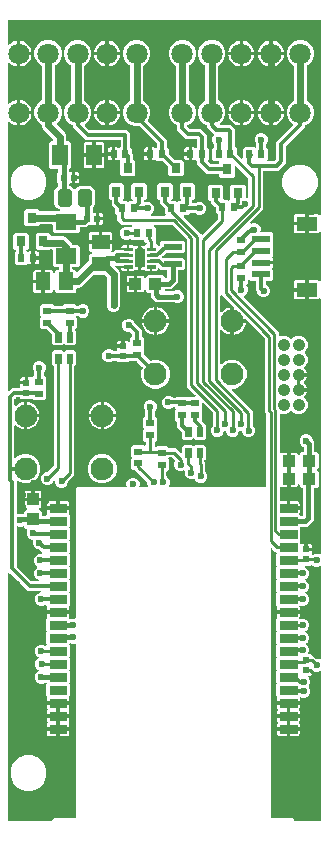
<source format=gbr>
G04 EAGLE Gerber RS-274X export*
G75*
%MOMM*%
%FSLAX34Y34*%
%LPD*%
%INTop Copper*%
%IPPOS*%
%AMOC8*
5,1,8,0,0,1.08239X$1,22.5*%
G01*
%ADD10C,1.800000*%
%ADD11C,0.080000*%
%ADD12C,1.050000*%
%ADD13R,0.800000X0.900000*%
%ADD14R,1.100000X1.000000*%
%ADD15R,1.000000X1.100000*%
%ADD16R,0.600000X0.700000*%
%ADD17R,0.700000X0.600000*%
%ADD18C,0.070000*%
%ADD19R,0.900000X1.600000*%
%ADD20C,0.700000*%
%ADD21R,1.500000X1.300000*%
%ADD22R,1.600000X0.500000*%
%ADD23R,0.600000X0.540000*%
%ADD24C,0.600000*%
%ADD25R,0.540000X0.600000*%
%ADD26R,1.300000X1.500000*%
%ADD27R,1.800000X1.350000*%
%ADD28R,1.800000X1.200000*%
%ADD29R,1.550000X0.600000*%
%ADD30R,1.350000X1.800000*%
%ADD31C,1.930400*%
%ADD32C,0.050000*%
%ADD33C,0.600000*%
%ADD34C,0.609600*%
%ADD35C,0.254000*%
%ADD36C,0.406400*%
%ADD37C,0.304800*%
%ADD38C,0.150000*%
%ADD39C,0.152400*%

G36*
X55336Y289961D02*
X55336Y289961D01*
X55453Y289962D01*
X55460Y289964D01*
X55465Y289965D01*
X55483Y289971D01*
X55614Y290009D01*
X56898Y290541D01*
X59198Y290541D01*
X59218Y290544D01*
X59237Y290542D01*
X59339Y290564D01*
X59441Y290580D01*
X59458Y290590D01*
X59478Y290594D01*
X59567Y290647D01*
X59658Y290696D01*
X59672Y290710D01*
X59689Y290720D01*
X59756Y290799D01*
X59828Y290874D01*
X59836Y290892D01*
X59849Y290907D01*
X59888Y291003D01*
X59931Y291097D01*
X59933Y291117D01*
X59941Y291135D01*
X59959Y291302D01*
X59959Y400152D01*
X61448Y401641D01*
X102482Y401641D01*
X102527Y401648D01*
X102573Y401646D01*
X102648Y401668D01*
X102724Y401680D01*
X102765Y401702D01*
X102809Y401715D01*
X102873Y401759D01*
X102942Y401796D01*
X102973Y401829D01*
X103011Y401855D01*
X103057Y401917D01*
X103111Y401974D01*
X103130Y402016D01*
X103158Y402052D01*
X103182Y402126D01*
X103215Y402197D01*
X103220Y402243D01*
X103234Y402286D01*
X103233Y402364D01*
X103242Y402441D01*
X103232Y402486D01*
X103232Y402532D01*
X103193Y402664D01*
X103189Y402682D01*
X103187Y402686D01*
X103185Y402693D01*
X102959Y403238D01*
X102959Y405442D01*
X103803Y407479D01*
X105361Y409037D01*
X107398Y409881D01*
X109602Y409881D01*
X111639Y409037D01*
X113197Y407479D01*
X114041Y405442D01*
X114041Y403238D01*
X113815Y402693D01*
X113806Y402653D01*
X113794Y402629D01*
X113794Y402626D01*
X113785Y402607D01*
X113777Y402530D01*
X113759Y402454D01*
X113763Y402408D01*
X113758Y402363D01*
X113775Y402286D01*
X113782Y402209D01*
X113801Y402167D01*
X113811Y402122D01*
X113850Y402055D01*
X113882Y401984D01*
X113913Y401950D01*
X113937Y401911D01*
X113996Y401860D01*
X114049Y401803D01*
X114089Y401781D01*
X114124Y401751D01*
X114196Y401722D01*
X114264Y401685D01*
X114309Y401676D01*
X114352Y401659D01*
X114488Y401644D01*
X114506Y401641D01*
X114511Y401642D01*
X114518Y401641D01*
X120686Y401641D01*
X120757Y401652D01*
X120829Y401654D01*
X120877Y401672D01*
X120928Y401680D01*
X120992Y401714D01*
X121059Y401739D01*
X121100Y401771D01*
X121146Y401796D01*
X121195Y401848D01*
X121251Y401893D01*
X121279Y401936D01*
X121315Y401974D01*
X121345Y402039D01*
X121384Y402100D01*
X121397Y402150D01*
X121419Y402197D01*
X121427Y402268D01*
X121444Y402338D01*
X121440Y402390D01*
X121446Y402441D01*
X121431Y402512D01*
X121425Y402583D01*
X121405Y402631D01*
X121394Y402682D01*
X121357Y402744D01*
X121329Y402810D01*
X121320Y402821D01*
X120459Y404898D01*
X120459Y405836D01*
X120445Y405926D01*
X120437Y406017D01*
X120425Y406047D01*
X120420Y406079D01*
X120377Y406160D01*
X120341Y406244D01*
X120315Y406276D01*
X120304Y406296D01*
X120281Y406319D01*
X120236Y406374D01*
X110375Y416236D01*
X110301Y416289D01*
X110231Y416349D01*
X110201Y416361D01*
X110175Y416380D01*
X110088Y416407D01*
X110003Y416441D01*
X109962Y416445D01*
X109940Y416452D01*
X109908Y416451D01*
X109836Y416459D01*
X108448Y416459D01*
X106959Y417948D01*
X106959Y426052D01*
X107369Y426462D01*
X107380Y426478D01*
X107396Y426490D01*
X107452Y426577D01*
X107512Y426661D01*
X107518Y426680D01*
X107529Y426697D01*
X107554Y426798D01*
X107584Y426897D01*
X107584Y426916D01*
X107589Y426936D01*
X107581Y427039D01*
X107578Y427142D01*
X107571Y427161D01*
X107570Y427181D01*
X107529Y427276D01*
X107494Y427373D01*
X107481Y427389D01*
X107473Y427407D01*
X107369Y427538D01*
X106959Y427948D01*
X106959Y436052D01*
X108448Y437541D01*
X117552Y437541D01*
X117890Y437203D01*
X117948Y437161D01*
X118000Y437112D01*
X118047Y437090D01*
X118089Y437060D01*
X118158Y437039D01*
X118223Y437009D01*
X118275Y437003D01*
X118325Y436987D01*
X118396Y436989D01*
X118467Y436981D01*
X118518Y436993D01*
X118570Y436994D01*
X118638Y437018D01*
X118708Y437034D01*
X118753Y437060D01*
X118801Y437078D01*
X118857Y437123D01*
X118919Y437160D01*
X118953Y437200D01*
X118993Y437232D01*
X119032Y437292D01*
X119079Y437347D01*
X119098Y437395D01*
X119126Y437439D01*
X119144Y437508D01*
X119171Y437575D01*
X119179Y437646D01*
X119187Y437677D01*
X119185Y437701D01*
X119189Y437742D01*
X119189Y439698D01*
X119186Y439718D01*
X119188Y439737D01*
X119166Y439839D01*
X119150Y439941D01*
X119140Y439958D01*
X119136Y439978D01*
X119083Y440067D01*
X119034Y440158D01*
X119020Y440172D01*
X119010Y440189D01*
X118931Y440256D01*
X118856Y440328D01*
X118838Y440336D01*
X118823Y440349D01*
X118727Y440388D01*
X118633Y440431D01*
X118613Y440433D01*
X118595Y440441D01*
X118450Y440457D01*
X116959Y441948D01*
X116959Y450052D01*
X117369Y450462D01*
X117380Y450478D01*
X117396Y450490D01*
X117452Y450577D01*
X117512Y450661D01*
X117518Y450680D01*
X117529Y450697D01*
X117554Y450798D01*
X117584Y450897D01*
X117584Y450916D01*
X117589Y450936D01*
X117581Y451039D01*
X117578Y451142D01*
X117571Y451161D01*
X117570Y451181D01*
X117529Y451276D01*
X117494Y451373D01*
X117481Y451389D01*
X117473Y451407D01*
X117369Y451538D01*
X116959Y451948D01*
X116959Y460052D01*
X118567Y461660D01*
X118634Y461696D01*
X118648Y461710D01*
X118665Y461720D01*
X118732Y461799D01*
X118804Y461874D01*
X118812Y461892D01*
X118825Y461907D01*
X118864Y462003D01*
X118907Y462097D01*
X118909Y462117D01*
X118917Y462135D01*
X118935Y462302D01*
X118935Y465914D01*
X118921Y466004D01*
X118913Y466095D01*
X118901Y466124D01*
X118896Y466156D01*
X118853Y466237D01*
X118817Y466321D01*
X118791Y466353D01*
X118780Y466374D01*
X118757Y466396D01*
X118712Y466452D01*
X118303Y466861D01*
X117459Y468898D01*
X117459Y471102D01*
X118303Y473139D01*
X119861Y474697D01*
X121898Y475541D01*
X124102Y475541D01*
X126139Y474697D01*
X127697Y473139D01*
X128541Y471102D01*
X128541Y468898D01*
X127697Y466861D01*
X127288Y466452D01*
X127235Y466378D01*
X127175Y466308D01*
X127163Y466278D01*
X127144Y466252D01*
X127117Y466165D01*
X127083Y466080D01*
X127079Y466039D01*
X127072Y466017D01*
X127073Y465985D01*
X127065Y465914D01*
X127065Y462302D01*
X127068Y462282D01*
X127066Y462263D01*
X127088Y462161D01*
X127104Y462059D01*
X127114Y462042D01*
X127118Y462022D01*
X127171Y461933D01*
X127220Y461842D01*
X127234Y461828D01*
X127244Y461811D01*
X127323Y461744D01*
X127398Y461672D01*
X127416Y461664D01*
X127431Y461651D01*
X127449Y461644D01*
X129041Y460052D01*
X129041Y451948D01*
X128631Y451538D01*
X128620Y451522D01*
X128604Y451510D01*
X128548Y451422D01*
X128488Y451339D01*
X128482Y451320D01*
X128471Y451303D01*
X128446Y451202D01*
X128416Y451103D01*
X128416Y451084D01*
X128411Y451064D01*
X128419Y450961D01*
X128422Y450858D01*
X128429Y450839D01*
X128430Y450819D01*
X128471Y450724D01*
X128506Y450627D01*
X128519Y450611D01*
X128527Y450593D01*
X128631Y450462D01*
X129041Y450052D01*
X129041Y441948D01*
X127550Y440456D01*
X127533Y440458D01*
X127431Y440436D01*
X127329Y440420D01*
X127312Y440410D01*
X127292Y440406D01*
X127203Y440353D01*
X127112Y440304D01*
X127098Y440290D01*
X127081Y440280D01*
X127014Y440201D01*
X126942Y440126D01*
X126934Y440108D01*
X126921Y440093D01*
X126882Y439997D01*
X126839Y439903D01*
X126837Y439883D01*
X126829Y439865D01*
X126811Y439698D01*
X126811Y436742D01*
X126822Y436671D01*
X126824Y436599D01*
X126842Y436550D01*
X126850Y436499D01*
X126884Y436436D01*
X126909Y436368D01*
X126941Y436328D01*
X126966Y436282D01*
X127018Y436232D01*
X127062Y436176D01*
X127106Y436148D01*
X127144Y436112D01*
X127209Y436082D01*
X127269Y436043D01*
X127320Y436030D01*
X127367Y436009D01*
X127438Y436001D01*
X127508Y435983D01*
X127560Y435987D01*
X127611Y435981D01*
X127682Y435997D01*
X127753Y436002D01*
X127801Y436023D01*
X127852Y436034D01*
X127913Y436071D01*
X127979Y436099D01*
X128035Y436143D01*
X128063Y436160D01*
X128078Y436178D01*
X128110Y436203D01*
X128448Y436541D01*
X137552Y436541D01*
X139059Y435034D01*
X139133Y434981D01*
X139203Y434921D01*
X139233Y434909D01*
X139259Y434890D01*
X139346Y434863D01*
X139431Y434829D01*
X139472Y434825D01*
X139494Y434818D01*
X139526Y434819D01*
X139598Y434811D01*
X144578Y434811D01*
X147034Y432356D01*
X148660Y430729D01*
X148718Y430688D01*
X148770Y430638D01*
X148817Y430616D01*
X148859Y430586D01*
X148928Y430565D01*
X148993Y430535D01*
X149045Y430529D01*
X149095Y430514D01*
X149166Y430515D01*
X149237Y430508D01*
X149288Y430519D01*
X149340Y430520D01*
X149408Y430545D01*
X149478Y430560D01*
X149523Y430586D01*
X149571Y430604D01*
X149627Y430649D01*
X149689Y430686D01*
X149723Y430726D01*
X149763Y430758D01*
X149802Y430818D01*
X149849Y430873D01*
X149868Y430921D01*
X149896Y430965D01*
X149914Y431034D01*
X149941Y431101D01*
X149949Y431172D01*
X149957Y431204D01*
X149955Y431227D01*
X149959Y431268D01*
X149959Y436156D01*
X151594Y437791D01*
X158406Y437791D01*
X159462Y436735D01*
X159478Y436723D01*
X159490Y436708D01*
X159578Y436652D01*
X159661Y436591D01*
X159680Y436586D01*
X159697Y436575D01*
X159798Y436549D01*
X159897Y436519D01*
X159916Y436520D01*
X159936Y436515D01*
X160039Y436523D01*
X160142Y436525D01*
X160161Y436532D01*
X160181Y436534D01*
X160276Y436574D01*
X160373Y436610D01*
X160389Y436622D01*
X160407Y436630D01*
X160538Y436735D01*
X161594Y437791D01*
X168406Y437791D01*
X170041Y436156D01*
X170041Y425844D01*
X169034Y424837D01*
X168981Y424763D01*
X168921Y424694D01*
X168909Y424664D01*
X168890Y424637D01*
X168863Y424550D01*
X168829Y424465D01*
X168825Y424425D01*
X168818Y424402D01*
X168819Y424370D01*
X168811Y424299D01*
X168811Y423894D01*
X168825Y423804D01*
X168833Y423713D01*
X168845Y423683D01*
X168850Y423651D01*
X168893Y423570D01*
X168929Y423486D01*
X168955Y423454D01*
X168966Y423434D01*
X168989Y423411D01*
X169034Y423356D01*
X169811Y422578D01*
X169811Y415340D01*
X169812Y415331D01*
X169812Y415326D01*
X169817Y415299D01*
X169825Y415250D01*
X169833Y415159D01*
X169845Y415130D01*
X169850Y415098D01*
X169893Y415017D01*
X169929Y414933D01*
X169955Y414901D01*
X169966Y414880D01*
X169989Y414858D01*
X170034Y414802D01*
X170697Y414139D01*
X171541Y412102D01*
X171541Y409898D01*
X170697Y407861D01*
X169139Y406303D01*
X167102Y405459D01*
X164898Y405459D01*
X162861Y406303D01*
X161303Y407861D01*
X161060Y408446D01*
X161050Y408463D01*
X161044Y408483D01*
X160985Y408568D01*
X160931Y408656D01*
X160916Y408668D01*
X160904Y408685D01*
X160821Y408746D01*
X160741Y408812D01*
X160723Y408819D01*
X160707Y408831D01*
X160608Y408863D01*
X160512Y408901D01*
X160492Y408901D01*
X160473Y408908D01*
X160369Y408907D01*
X160266Y408911D01*
X160247Y408905D01*
X160227Y408905D01*
X160066Y408858D01*
X159102Y408459D01*
X156898Y408459D01*
X154861Y409303D01*
X153303Y410861D01*
X152459Y412898D01*
X152459Y415136D01*
X152465Y415151D01*
X152467Y415203D01*
X152479Y415253D01*
X152472Y415325D01*
X152475Y415396D01*
X152461Y415446D01*
X152456Y415498D01*
X152427Y415564D01*
X152407Y415633D01*
X152377Y415675D01*
X152356Y415723D01*
X152307Y415776D01*
X152266Y415835D01*
X152225Y415866D01*
X152189Y415904D01*
X152127Y415939D01*
X152069Y415981D01*
X152020Y415998D01*
X151974Y416023D01*
X151903Y416035D01*
X151835Y416058D01*
X151783Y416057D01*
X151732Y416066D01*
X151661Y416056D01*
X151589Y416055D01*
X151520Y416035D01*
X151489Y416031D01*
X151468Y416020D01*
X151428Y416009D01*
X150102Y415459D01*
X147898Y415459D01*
X145861Y416303D01*
X144303Y417861D01*
X143459Y419898D01*
X143459Y422102D01*
X144158Y423788D01*
X144184Y423902D01*
X144213Y424016D01*
X144213Y424022D01*
X144214Y424028D01*
X144203Y424144D01*
X144194Y424261D01*
X144191Y424266D01*
X144191Y424273D01*
X144143Y424380D01*
X144098Y424487D01*
X144093Y424493D01*
X144091Y424498D01*
X144078Y424511D01*
X143993Y424618D01*
X141644Y426966D01*
X141570Y427019D01*
X141501Y427079D01*
X141471Y427091D01*
X141445Y427110D01*
X141358Y427137D01*
X141273Y427171D01*
X141232Y427175D01*
X141210Y427182D01*
X141177Y427181D01*
X141106Y427189D01*
X139598Y427189D01*
X139508Y427175D01*
X139417Y427167D01*
X139387Y427155D01*
X139355Y427150D01*
X139274Y427107D01*
X139190Y427071D01*
X139158Y427045D01*
X139138Y427034D01*
X139115Y427011D01*
X139059Y426966D01*
X138631Y426538D01*
X138620Y426522D01*
X138604Y426510D01*
X138574Y426462D01*
X138563Y426451D01*
X138553Y426431D01*
X138548Y426422D01*
X138488Y426339D01*
X138482Y426320D01*
X138471Y426303D01*
X138446Y426202D01*
X138416Y426103D01*
X138416Y426084D01*
X138411Y426064D01*
X138419Y425961D01*
X138422Y425858D01*
X138429Y425839D01*
X138430Y425819D01*
X138471Y425724D01*
X138506Y425627D01*
X138519Y425611D01*
X138527Y425593D01*
X138631Y425462D01*
X139041Y425052D01*
X139041Y416948D01*
X137550Y415456D01*
X137533Y415458D01*
X137431Y415436D01*
X137329Y415420D01*
X137312Y415410D01*
X137292Y415406D01*
X137203Y415353D01*
X137112Y415304D01*
X137098Y415290D01*
X137081Y415280D01*
X137014Y415201D01*
X136942Y415126D01*
X136934Y415108D01*
X136921Y415093D01*
X136882Y414997D01*
X136839Y414903D01*
X136837Y414883D01*
X136829Y414865D01*
X136811Y414698D01*
X136811Y411340D01*
X136825Y411250D01*
X136833Y411159D01*
X136845Y411130D01*
X136850Y411098D01*
X136893Y411017D01*
X136929Y410933D01*
X136955Y410901D01*
X136966Y410880D01*
X136989Y410858D01*
X137034Y410802D01*
X138697Y409139D01*
X139541Y407102D01*
X139541Y404898D01*
X138679Y402818D01*
X138663Y402783D01*
X138633Y402741D01*
X138612Y402672D01*
X138581Y402607D01*
X138575Y402555D01*
X138560Y402506D01*
X138562Y402434D01*
X138554Y402363D01*
X138565Y402312D01*
X138566Y402260D01*
X138591Y402193D01*
X138606Y402122D01*
X138633Y402078D01*
X138651Y402029D01*
X138696Y401973D01*
X138733Y401911D01*
X138772Y401877D01*
X138804Y401837D01*
X138865Y401798D01*
X138919Y401751D01*
X138968Y401732D01*
X139011Y401704D01*
X139081Y401686D01*
X139148Y401659D01*
X139219Y401651D01*
X139250Y401643D01*
X139273Y401645D01*
X139314Y401641D01*
X220388Y401641D01*
X220408Y401644D01*
X220427Y401642D01*
X220529Y401664D01*
X220631Y401680D01*
X220648Y401690D01*
X220668Y401694D01*
X220757Y401747D01*
X220848Y401796D01*
X220862Y401810D01*
X220879Y401820D01*
X220946Y401899D01*
X221018Y401974D01*
X221026Y401992D01*
X221039Y402007D01*
X221078Y402103D01*
X221121Y402197D01*
X221123Y402217D01*
X221131Y402235D01*
X221149Y402402D01*
X221149Y463691D01*
X221135Y463781D01*
X221127Y463872D01*
X221115Y463902D01*
X221110Y463934D01*
X221067Y464014D01*
X221031Y464098D01*
X221005Y464130D01*
X220994Y464151D01*
X220971Y464173D01*
X220926Y464229D01*
X220129Y465026D01*
X220129Y527377D01*
X220115Y527467D01*
X220107Y527558D01*
X220095Y527587D01*
X220090Y527619D01*
X220047Y527700D01*
X220011Y527784D01*
X219985Y527816D01*
X219974Y527837D01*
X219951Y527859D01*
X219906Y527915D01*
X218992Y528830D01*
X218991Y528830D01*
X204021Y543800D01*
X203947Y543853D01*
X203878Y543913D01*
X203847Y543925D01*
X203821Y543944D01*
X203734Y543971D01*
X203649Y544005D01*
X203608Y544009D01*
X203586Y544016D01*
X203554Y544015D01*
X203483Y544023D01*
X194023Y544023D01*
X194023Y553483D01*
X194008Y553573D01*
X194001Y553664D01*
X193989Y553693D01*
X193983Y553725D01*
X193941Y553806D01*
X193905Y553890D01*
X193879Y553922D01*
X193868Y553943D01*
X193845Y553965D01*
X193800Y554021D01*
X183708Y564113D01*
X183650Y564155D01*
X183598Y564204D01*
X183551Y564226D01*
X183509Y564257D01*
X183440Y564278D01*
X183375Y564308D01*
X183323Y564314D01*
X183273Y564329D01*
X183202Y564327D01*
X183131Y564335D01*
X183080Y564324D01*
X183028Y564323D01*
X182960Y564298D01*
X182890Y564283D01*
X182845Y564256D01*
X182797Y564238D01*
X182741Y564193D01*
X182679Y564156D01*
X182645Y564117D01*
X182605Y564084D01*
X182566Y564024D01*
X182519Y563970D01*
X182500Y563921D01*
X182472Y563877D01*
X182454Y563808D01*
X182427Y563741D01*
X182419Y563670D01*
X182411Y563639D01*
X182413Y563616D01*
X182409Y563575D01*
X182409Y550726D01*
X182420Y550655D01*
X182422Y550584D01*
X182440Y550535D01*
X182448Y550483D01*
X182482Y550420D01*
X182507Y550353D01*
X182539Y550312D01*
X182564Y550266D01*
X182616Y550217D01*
X182660Y550161D01*
X182704Y550132D01*
X182742Y550096D01*
X182807Y550066D01*
X182867Y550028D01*
X182918Y550015D01*
X182965Y549993D01*
X183036Y549985D01*
X183106Y549967D01*
X183158Y549972D01*
X183209Y549966D01*
X183280Y549981D01*
X183351Y549987D01*
X183399Y550007D01*
X183450Y550018D01*
X183511Y550055D01*
X183577Y550083D01*
X183633Y550128D01*
X183661Y550144D01*
X183676Y550162D01*
X183708Y550188D01*
X184909Y551388D01*
X186393Y552466D01*
X188027Y553299D01*
X189771Y553866D01*
X190977Y554057D01*
X190977Y543262D01*
X190980Y543242D01*
X190978Y543223D01*
X191000Y543121D01*
X191017Y543019D01*
X191026Y543002D01*
X191030Y542982D01*
X191083Y542893D01*
X191132Y542802D01*
X191146Y542788D01*
X191156Y542771D01*
X191235Y542704D01*
X191310Y542633D01*
X191328Y542624D01*
X191343Y542611D01*
X191439Y542573D01*
X191533Y542529D01*
X191553Y542527D01*
X191571Y542519D01*
X191738Y542501D01*
X192501Y542501D01*
X192501Y542499D01*
X191738Y542499D01*
X191718Y542496D01*
X191699Y542498D01*
X191597Y542476D01*
X191495Y542459D01*
X191478Y542450D01*
X191458Y542446D01*
X191369Y542393D01*
X191278Y542344D01*
X191264Y542330D01*
X191247Y542320D01*
X191180Y542241D01*
X191109Y542166D01*
X191100Y542148D01*
X191087Y542133D01*
X191048Y542037D01*
X191005Y541943D01*
X191003Y541923D01*
X190995Y541905D01*
X190977Y541738D01*
X190977Y530943D01*
X189771Y531134D01*
X188027Y531701D01*
X186393Y532534D01*
X184909Y533612D01*
X183708Y534812D01*
X183650Y534854D01*
X183598Y534904D01*
X183551Y534925D01*
X183509Y534956D01*
X183440Y534977D01*
X183375Y535007D01*
X183323Y535013D01*
X183273Y535028D01*
X183202Y535026D01*
X183131Y535034D01*
X183080Y535023D01*
X183028Y535022D01*
X182960Y534997D01*
X182890Y534982D01*
X182845Y534955D01*
X182797Y534937D01*
X182741Y534893D01*
X182679Y534856D01*
X182645Y534816D01*
X182605Y534784D01*
X182566Y534723D01*
X182519Y534669D01*
X182500Y534621D01*
X182472Y534577D01*
X182454Y534507D01*
X182427Y534441D01*
X182419Y534369D01*
X182411Y534338D01*
X182413Y534315D01*
X182409Y534274D01*
X182409Y506490D01*
X182420Y506419D01*
X182422Y506347D01*
X182440Y506298D01*
X182448Y506247D01*
X182482Y506184D01*
X182507Y506116D01*
X182539Y506076D01*
X182564Y506030D01*
X182616Y505980D01*
X182660Y505924D01*
X182704Y505896D01*
X182742Y505860D01*
X182807Y505830D01*
X182867Y505791D01*
X182918Y505778D01*
X182965Y505757D01*
X183036Y505749D01*
X183106Y505731D01*
X183158Y505735D01*
X183209Y505729D01*
X183280Y505745D01*
X183351Y505750D01*
X183399Y505771D01*
X183450Y505782D01*
X183511Y505819D01*
X183577Y505847D01*
X183633Y505891D01*
X183661Y505908D01*
X183676Y505926D01*
X183708Y505951D01*
X185593Y507836D01*
X190075Y509693D01*
X194925Y509693D01*
X199407Y507836D01*
X202836Y504407D01*
X204693Y499925D01*
X204693Y495075D01*
X202836Y490593D01*
X199407Y487164D01*
X194925Y485307D01*
X192920Y485307D01*
X192849Y485296D01*
X192777Y485294D01*
X192728Y485276D01*
X192677Y485268D01*
X192614Y485234D01*
X192546Y485209D01*
X192506Y485177D01*
X192460Y485152D01*
X192410Y485100D01*
X192354Y485056D01*
X192326Y485012D01*
X192290Y484974D01*
X192260Y484909D01*
X192221Y484849D01*
X192209Y484798D01*
X192187Y484751D01*
X192179Y484680D01*
X192161Y484610D01*
X192165Y484558D01*
X192160Y484507D01*
X192175Y484436D01*
X192180Y484365D01*
X192201Y484317D01*
X192212Y484266D01*
X192249Y484205D01*
X192277Y484139D01*
X192321Y484083D01*
X192338Y484055D01*
X192356Y484040D01*
X192381Y484008D01*
X209811Y466578D01*
X209811Y454340D01*
X209825Y454250D01*
X209833Y454159D01*
X209845Y454130D01*
X209850Y454098D01*
X209893Y454017D01*
X209929Y453933D01*
X209955Y453901D01*
X209966Y453880D01*
X209989Y453858D01*
X210034Y453802D01*
X210973Y452863D01*
X211816Y450827D01*
X211816Y448623D01*
X210973Y446586D01*
X209414Y445027D01*
X207377Y444184D01*
X205173Y444184D01*
X203137Y445027D01*
X201578Y446586D01*
X200735Y448623D01*
X200735Y448698D01*
X200731Y448718D01*
X200734Y448737D01*
X200712Y448839D01*
X200695Y448941D01*
X200686Y448958D01*
X200681Y448978D01*
X200628Y449067D01*
X200580Y449158D01*
X200565Y449172D01*
X200555Y449189D01*
X200476Y449256D01*
X200401Y449328D01*
X200383Y449336D01*
X200368Y449349D01*
X200272Y449388D01*
X200178Y449431D01*
X200159Y449433D01*
X200140Y449441D01*
X199973Y449459D01*
X199282Y449459D01*
X199167Y449440D01*
X199051Y449423D01*
X199045Y449421D01*
X199039Y449420D01*
X198937Y449365D01*
X198832Y449312D01*
X198827Y449307D01*
X198822Y449304D01*
X198742Y449220D01*
X198659Y449136D01*
X198656Y449130D01*
X198652Y449126D01*
X198645Y449109D01*
X198579Y448989D01*
X197697Y446861D01*
X196139Y445303D01*
X194102Y444459D01*
X191898Y444459D01*
X189861Y445303D01*
X188303Y446861D01*
X187421Y448989D01*
X187360Y449089D01*
X187300Y449189D01*
X187295Y449193D01*
X187292Y449198D01*
X187202Y449273D01*
X187113Y449349D01*
X187107Y449351D01*
X187102Y449355D01*
X186994Y449397D01*
X186885Y449441D01*
X186877Y449442D01*
X186873Y449443D01*
X186854Y449444D01*
X186718Y449459D01*
X186032Y449459D01*
X185917Y449440D01*
X185801Y449423D01*
X185795Y449421D01*
X185789Y449420D01*
X185687Y449365D01*
X185582Y449312D01*
X185577Y449307D01*
X185572Y449304D01*
X185492Y449220D01*
X185409Y449136D01*
X185406Y449130D01*
X185402Y449126D01*
X185395Y449109D01*
X185329Y448989D01*
X184447Y446861D01*
X182889Y445303D01*
X180852Y444459D01*
X178648Y444459D01*
X176611Y445303D01*
X175053Y446861D01*
X174209Y448898D01*
X174209Y451102D01*
X175053Y453139D01*
X175966Y454052D01*
X176019Y454126D01*
X176079Y454196D01*
X176091Y454226D01*
X176110Y454252D01*
X176137Y454339D01*
X176171Y454424D01*
X176175Y454465D01*
X176182Y454487D01*
X176181Y454519D01*
X176189Y454590D01*
X176189Y464621D01*
X176175Y464711D01*
X176167Y464802D01*
X176155Y464832D01*
X176150Y464864D01*
X176107Y464944D01*
X176071Y465028D01*
X176045Y465060D01*
X176034Y465081D01*
X176011Y465103D01*
X175966Y465159D01*
X168340Y472785D01*
X168282Y472827D01*
X168230Y472876D01*
X168183Y472898D01*
X168141Y472929D01*
X168072Y472950D01*
X168007Y472980D01*
X167955Y472986D01*
X167905Y473001D01*
X167834Y472999D01*
X167763Y473007D01*
X167712Y472996D01*
X167660Y472995D01*
X167592Y472970D01*
X167522Y472955D01*
X167477Y472928D01*
X167429Y472910D01*
X167373Y472865D01*
X167311Y472829D01*
X167277Y472789D01*
X167237Y472757D01*
X167198Y472696D01*
X167151Y472642D01*
X167132Y472593D01*
X167104Y472550D01*
X167086Y472480D01*
X167059Y472414D01*
X167051Y472342D01*
X167043Y472311D01*
X167045Y472288D01*
X167041Y472247D01*
X167041Y468948D01*
X166631Y468538D01*
X166620Y468522D01*
X166604Y468510D01*
X166548Y468423D01*
X166488Y468339D01*
X166482Y468320D01*
X166471Y468303D01*
X166446Y468202D01*
X166416Y468103D01*
X166416Y468084D01*
X166411Y468064D01*
X166419Y467961D01*
X166422Y467858D01*
X166429Y467839D01*
X166430Y467819D01*
X166471Y467724D01*
X166506Y467627D01*
X166519Y467611D01*
X166527Y467593D01*
X166631Y467462D01*
X167041Y467052D01*
X167041Y458948D01*
X166959Y458866D01*
X166947Y458850D01*
X166932Y458837D01*
X166876Y458750D01*
X166816Y458666D01*
X166810Y458647D01*
X166799Y458630D01*
X166774Y458530D01*
X166743Y458431D01*
X166744Y458411D01*
X166739Y458392D01*
X166747Y458289D01*
X166750Y458185D01*
X166756Y458166D01*
X166758Y458147D01*
X166798Y458052D01*
X166834Y457954D01*
X166846Y457939D01*
X166854Y457920D01*
X166959Y457789D01*
X169065Y455684D01*
X169065Y455447D01*
X169079Y455357D01*
X169087Y455266D01*
X169099Y455236D01*
X169104Y455205D01*
X169147Y455124D01*
X169183Y455040D01*
X169209Y455008D01*
X169220Y454987D01*
X169243Y454965D01*
X169288Y454909D01*
X170041Y454156D01*
X170041Y443844D01*
X168406Y442209D01*
X161594Y442209D01*
X160538Y443265D01*
X160522Y443277D01*
X160510Y443292D01*
X160422Y443348D01*
X160339Y443409D01*
X160320Y443414D01*
X160303Y443425D01*
X160202Y443450D01*
X160103Y443481D01*
X160084Y443480D01*
X160064Y443485D01*
X159961Y443477D01*
X159858Y443475D01*
X159839Y443468D01*
X159819Y443466D01*
X159724Y443426D01*
X159627Y443390D01*
X159611Y443378D01*
X159593Y443370D01*
X159462Y443265D01*
X158406Y442209D01*
X151594Y442209D01*
X149959Y443844D01*
X149959Y447977D01*
X149945Y448067D01*
X149937Y448158D01*
X149925Y448188D01*
X149920Y448220D01*
X149877Y448300D01*
X149841Y448384D01*
X149815Y448416D01*
X149804Y448437D01*
X149781Y448459D01*
X149736Y448515D01*
X145935Y452316D01*
X145935Y456698D01*
X145932Y456718D01*
X145934Y456737D01*
X145912Y456839D01*
X145896Y456941D01*
X145886Y456958D01*
X145882Y456978D01*
X145829Y457067D01*
X145780Y457158D01*
X145766Y457172D01*
X145756Y457189D01*
X145677Y457256D01*
X145602Y457328D01*
X145584Y457336D01*
X145569Y457349D01*
X145551Y457356D01*
X143959Y458948D01*
X143959Y467052D01*
X144369Y467462D01*
X144380Y467478D01*
X144396Y467490D01*
X144452Y467578D01*
X144512Y467661D01*
X144518Y467680D01*
X144529Y467697D01*
X144554Y467798D01*
X144584Y467897D01*
X144584Y467916D01*
X144589Y467936D01*
X144581Y468039D01*
X144578Y468142D01*
X144571Y468161D01*
X144570Y468181D01*
X144529Y468276D01*
X144494Y468373D01*
X144481Y468389D01*
X144473Y468407D01*
X144369Y468538D01*
X143908Y468999D01*
X143906Y469007D01*
X143853Y469096D01*
X143804Y469187D01*
X143790Y469201D01*
X143780Y469218D01*
X143701Y469285D01*
X143626Y469357D01*
X143608Y469365D01*
X143593Y469378D01*
X143497Y469417D01*
X143403Y469460D01*
X143383Y469463D01*
X143365Y469470D01*
X143198Y469488D01*
X142533Y469488D01*
X142443Y469474D01*
X142352Y469467D01*
X142322Y469454D01*
X142290Y469449D01*
X142210Y469406D01*
X142126Y469370D01*
X142094Y469345D01*
X142073Y469334D01*
X142051Y469310D01*
X141995Y469265D01*
X141585Y468856D01*
X139549Y468012D01*
X137345Y468012D01*
X135308Y468856D01*
X133750Y470415D01*
X132906Y472451D01*
X132906Y474655D01*
X133750Y476692D01*
X135308Y478250D01*
X137345Y479094D01*
X139549Y479094D01*
X141585Y478250D01*
X141995Y477841D01*
X142069Y477788D01*
X142138Y477728D01*
X142168Y477716D01*
X142195Y477697D01*
X142282Y477671D01*
X142366Y477636D01*
X142407Y477632D01*
X142430Y477625D01*
X142462Y477626D01*
X142533Y477618D01*
X144209Y477618D01*
X144300Y477633D01*
X144390Y477640D01*
X144420Y477652D01*
X144452Y477658D01*
X144533Y477700D01*
X144617Y477736D01*
X144649Y477762D01*
X144670Y477773D01*
X144692Y477796D01*
X144748Y477841D01*
X145448Y478541D01*
X154552Y478541D01*
X154962Y478131D01*
X154978Y478120D01*
X154990Y478104D01*
X155078Y478048D01*
X155161Y477988D01*
X155180Y477982D01*
X155197Y477971D01*
X155298Y477946D01*
X155397Y477916D01*
X155416Y477916D01*
X155436Y477911D01*
X155539Y477919D01*
X155642Y477922D01*
X155661Y477929D01*
X155681Y477930D01*
X155776Y477971D01*
X155873Y478006D01*
X155889Y478019D01*
X155907Y478027D01*
X156038Y478131D01*
X156448Y478541D01*
X160747Y478541D01*
X160818Y478552D01*
X160889Y478554D01*
X160938Y478572D01*
X160990Y478580D01*
X161053Y478614D01*
X161120Y478639D01*
X161161Y478671D01*
X161207Y478696D01*
X161256Y478748D01*
X161312Y478792D01*
X161341Y478836D01*
X161376Y478874D01*
X161407Y478939D01*
X161445Y478999D01*
X161458Y479050D01*
X161480Y479097D01*
X161488Y479168D01*
X161505Y479238D01*
X161501Y479290D01*
X161507Y479341D01*
X161492Y479412D01*
X161486Y479483D01*
X161466Y479531D01*
X161455Y479582D01*
X161418Y479643D01*
X161390Y479709D01*
X161345Y479765D01*
X161329Y479793D01*
X161322Y479799D01*
X161321Y479801D01*
X161308Y479812D01*
X161285Y479840D01*
X154189Y486936D01*
X154189Y611106D01*
X154175Y611196D01*
X154167Y611287D01*
X154155Y611317D01*
X154150Y611349D01*
X154107Y611430D01*
X154071Y611514D01*
X154045Y611546D01*
X154034Y611566D01*
X154011Y611589D01*
X153966Y611644D01*
X141644Y623966D01*
X141571Y624019D01*
X141501Y624079D01*
X141471Y624091D01*
X141445Y624110D01*
X141358Y624137D01*
X141273Y624171D01*
X141232Y624175D01*
X141210Y624182D01*
X141177Y624181D01*
X141106Y624189D01*
X126742Y624189D01*
X126671Y624178D01*
X126599Y624176D01*
X126550Y624158D01*
X126499Y624150D01*
X126436Y624116D01*
X126368Y624091D01*
X126328Y624059D01*
X126282Y624034D01*
X126232Y623982D01*
X126176Y623938D01*
X126148Y623894D01*
X126112Y623856D01*
X126082Y623791D01*
X126043Y623731D01*
X126030Y623680D01*
X126009Y623633D01*
X126001Y623562D01*
X125983Y623492D01*
X125987Y623440D01*
X125981Y623389D01*
X125997Y623318D01*
X126002Y623247D01*
X126023Y623199D01*
X126034Y623148D01*
X126071Y623087D01*
X126099Y623021D01*
X126143Y622965D01*
X126160Y622937D01*
X126178Y622922D01*
X126203Y622890D01*
X127541Y621552D01*
X127541Y612164D01*
X127555Y612074D01*
X127563Y611983D01*
X127575Y611953D01*
X127580Y611921D01*
X127623Y611841D01*
X127659Y611756D01*
X127661Y611754D01*
X127661Y608202D01*
X127664Y608182D01*
X127662Y608163D01*
X127684Y608061D01*
X127700Y607959D01*
X127710Y607942D01*
X127714Y607922D01*
X127767Y607833D01*
X127816Y607742D01*
X127830Y607728D01*
X127840Y607711D01*
X127919Y607644D01*
X127994Y607572D01*
X128012Y607564D01*
X128027Y607551D01*
X128123Y607512D01*
X128217Y607469D01*
X128237Y607467D01*
X128255Y607459D01*
X128394Y607444D01*
X129757Y606082D01*
X129773Y606070D01*
X129785Y606054D01*
X129872Y605998D01*
X129956Y605938D01*
X129975Y605932D01*
X129992Y605921D01*
X130092Y605896D01*
X130191Y605866D01*
X130211Y605866D01*
X130231Y605861D01*
X130334Y605869D01*
X130437Y605872D01*
X130456Y605879D01*
X130476Y605880D01*
X130571Y605921D01*
X130668Y605956D01*
X130684Y605969D01*
X130702Y605977D01*
X130833Y606082D01*
X131236Y606485D01*
X131290Y606559D01*
X131349Y606628D01*
X131361Y606658D01*
X131380Y606684D01*
X131407Y606772D01*
X131441Y606856D01*
X131445Y606897D01*
X131452Y606920D01*
X131451Y606952D01*
X131459Y607023D01*
X131459Y609052D01*
X132948Y610541D01*
X151052Y610541D01*
X152541Y609052D01*
X152541Y601948D01*
X151052Y600459D01*
X137023Y600459D01*
X136933Y600445D01*
X136842Y600437D01*
X136812Y600425D01*
X136780Y600420D01*
X136700Y600377D01*
X136616Y600341D01*
X136584Y600315D01*
X136563Y600304D01*
X136541Y600281D01*
X136485Y600236D01*
X133537Y597288D01*
X133525Y597272D01*
X133509Y597260D01*
X133453Y597172D01*
X133393Y597089D01*
X133387Y597070D01*
X133376Y597053D01*
X133351Y596952D01*
X133321Y596853D01*
X133321Y596834D01*
X133316Y596814D01*
X133324Y596711D01*
X133327Y596608D01*
X133334Y596589D01*
X133336Y596569D01*
X133376Y596474D01*
X133412Y596377D01*
X133424Y596361D01*
X133432Y596343D01*
X133537Y596212D01*
X133985Y595764D01*
X134059Y595711D01*
X134128Y595651D01*
X134158Y595639D01*
X134184Y595620D01*
X134271Y595593D01*
X134356Y595559D01*
X134397Y595555D01*
X134419Y595548D01*
X134452Y595549D01*
X134523Y595541D01*
X151052Y595541D01*
X152541Y594052D01*
X152541Y586948D01*
X151052Y585459D01*
X147334Y585459D01*
X147314Y585456D01*
X147295Y585458D01*
X147193Y585436D01*
X147091Y585420D01*
X147074Y585410D01*
X147054Y585406D01*
X146965Y585353D01*
X146874Y585304D01*
X146860Y585290D01*
X146843Y585280D01*
X146776Y585201D01*
X146704Y585126D01*
X146696Y585108D01*
X146683Y585093D01*
X146644Y584997D01*
X146601Y584903D01*
X146599Y584883D01*
X146591Y584865D01*
X146573Y584698D01*
X146573Y575106D01*
X140894Y569427D01*
X136302Y569427D01*
X136282Y569424D01*
X136263Y569426D01*
X136161Y569404D01*
X136059Y569388D01*
X136042Y569378D01*
X136022Y569374D01*
X135933Y569321D01*
X135842Y569272D01*
X135828Y569258D01*
X135811Y569248D01*
X135744Y569169D01*
X135672Y569094D01*
X135664Y569076D01*
X135651Y569061D01*
X135612Y568965D01*
X135569Y568871D01*
X135567Y568851D01*
X135559Y568833D01*
X135541Y568666D01*
X135541Y568334D01*
X135544Y568314D01*
X135542Y568295D01*
X135564Y568193D01*
X135580Y568091D01*
X135590Y568074D01*
X135594Y568054D01*
X135647Y567965D01*
X135696Y567874D01*
X135710Y567860D01*
X135720Y567843D01*
X135799Y567776D01*
X135874Y567704D01*
X135892Y567696D01*
X135907Y567683D01*
X136003Y567644D01*
X136097Y567601D01*
X136117Y567599D01*
X136135Y567591D01*
X136302Y567573D01*
X142422Y567573D01*
X142512Y567587D01*
X142603Y567595D01*
X142632Y567607D01*
X142664Y567612D01*
X142707Y567635D01*
X142722Y567639D01*
X144898Y568541D01*
X147102Y568541D01*
X149139Y567697D01*
X150697Y566139D01*
X151541Y564102D01*
X151541Y561898D01*
X150697Y559861D01*
X149139Y558303D01*
X147102Y557459D01*
X144898Y557459D01*
X142770Y558341D01*
X142760Y558348D01*
X142731Y558357D01*
X142722Y558361D01*
X142708Y558364D01*
X142673Y558375D01*
X142588Y558409D01*
X142547Y558413D01*
X142525Y558420D01*
X142493Y558419D01*
X142422Y558427D01*
X128106Y558427D01*
X123427Y563106D01*
X123427Y565698D01*
X123424Y565718D01*
X123426Y565737D01*
X123404Y565839D01*
X123388Y565941D01*
X123378Y565958D01*
X123374Y565978D01*
X123321Y566067D01*
X123272Y566158D01*
X123258Y566172D01*
X123248Y566189D01*
X123169Y566256D01*
X123094Y566328D01*
X123076Y566336D01*
X123061Y566349D01*
X122965Y566388D01*
X122871Y566431D01*
X122851Y566433D01*
X122833Y566441D01*
X122666Y566459D01*
X120948Y566459D01*
X119459Y567948D01*
X119459Y568398D01*
X119457Y568409D01*
X119458Y568416D01*
X119456Y568427D01*
X119458Y568446D01*
X119436Y568542D01*
X119420Y568640D01*
X119408Y568662D01*
X119403Y568685D01*
X119351Y568770D01*
X119304Y568858D01*
X119287Y568874D01*
X119274Y568895D01*
X119198Y568959D01*
X119126Y569027D01*
X119104Y569037D01*
X119086Y569053D01*
X118993Y569089D01*
X118903Y569131D01*
X118879Y569134D01*
X118857Y569142D01*
X118757Y569147D01*
X118659Y569158D01*
X118635Y569153D01*
X118611Y569154D01*
X118515Y569127D01*
X118418Y569106D01*
X118397Y569093D01*
X118374Y569087D01*
X118292Y569031D01*
X118207Y568980D01*
X118191Y568961D01*
X118172Y568948D01*
X118112Y568868D01*
X118047Y568793D01*
X118038Y568770D01*
X118024Y568751D01*
X117963Y568595D01*
X117864Y568228D01*
X117601Y567772D01*
X117228Y567399D01*
X116772Y567136D01*
X116263Y566999D01*
X112023Y566999D01*
X112023Y573238D01*
X112020Y573258D01*
X112022Y573277D01*
X112000Y573379D01*
X111983Y573481D01*
X111974Y573498D01*
X111970Y573518D01*
X111917Y573607D01*
X111868Y573698D01*
X111854Y573712D01*
X111844Y573729D01*
X111765Y573796D01*
X111690Y573867D01*
X111672Y573876D01*
X111657Y573889D01*
X111561Y573928D01*
X111467Y573971D01*
X111447Y573973D01*
X111429Y573981D01*
X111262Y573999D01*
X110499Y573999D01*
X110499Y574001D01*
X111262Y574001D01*
X111282Y574004D01*
X111301Y574002D01*
X111403Y574024D01*
X111505Y574041D01*
X111522Y574050D01*
X111542Y574054D01*
X111631Y574107D01*
X111722Y574156D01*
X111736Y574170D01*
X111753Y574180D01*
X111820Y574259D01*
X111891Y574334D01*
X111900Y574352D01*
X111913Y574367D01*
X111952Y574463D01*
X111995Y574557D01*
X111997Y574577D01*
X112005Y574595D01*
X112023Y574762D01*
X112023Y581001D01*
X116263Y581001D01*
X116772Y580864D01*
X117228Y580601D01*
X117601Y580228D01*
X117864Y579772D01*
X117963Y579405D01*
X117973Y579383D01*
X117977Y579360D01*
X118023Y579272D01*
X118064Y579181D01*
X118080Y579163D01*
X118092Y579142D01*
X118164Y579074D01*
X118231Y579001D01*
X118252Y578989D01*
X118270Y578973D01*
X118360Y578931D01*
X118447Y578883D01*
X118471Y578879D01*
X118493Y578869D01*
X118592Y578858D01*
X118690Y578841D01*
X118714Y578845D01*
X118737Y578842D01*
X118835Y578863D01*
X118933Y578878D01*
X118954Y578889D01*
X118978Y578894D01*
X119063Y578945D01*
X119151Y578991D01*
X119168Y579008D01*
X119189Y579020D01*
X119254Y579096D01*
X119323Y579167D01*
X119333Y579189D01*
X119349Y579207D01*
X119386Y579300D01*
X119429Y579389D01*
X119432Y579413D01*
X119441Y579436D01*
X119459Y579602D01*
X119459Y580052D01*
X120948Y581541D01*
X134052Y581541D01*
X135541Y580052D01*
X135541Y579334D01*
X135544Y579314D01*
X135542Y579295D01*
X135564Y579193D01*
X135580Y579091D01*
X135590Y579074D01*
X135594Y579054D01*
X135647Y578965D01*
X135696Y578874D01*
X135710Y578860D01*
X135720Y578843D01*
X135799Y578776D01*
X135874Y578704D01*
X135892Y578696D01*
X135907Y578683D01*
X136003Y578644D01*
X136097Y578601D01*
X136117Y578599D01*
X136135Y578591D01*
X136302Y578573D01*
X136666Y578573D01*
X136686Y578576D01*
X136705Y578574D01*
X136807Y578596D01*
X136909Y578612D01*
X136926Y578622D01*
X136946Y578626D01*
X137035Y578679D01*
X137126Y578728D01*
X137140Y578742D01*
X137157Y578752D01*
X137224Y578831D01*
X137296Y578906D01*
X137304Y578924D01*
X137317Y578939D01*
X137356Y579035D01*
X137399Y579129D01*
X137401Y579149D01*
X137409Y579167D01*
X137427Y579334D01*
X137427Y584698D01*
X137424Y584718D01*
X137426Y584737D01*
X137404Y584839D01*
X137388Y584941D01*
X137378Y584958D01*
X137374Y584978D01*
X137321Y585067D01*
X137272Y585158D01*
X137258Y585172D01*
X137248Y585189D01*
X137169Y585256D01*
X137094Y585328D01*
X137076Y585336D01*
X137061Y585349D01*
X136965Y585388D01*
X136871Y585431D01*
X136851Y585433D01*
X136833Y585441D01*
X136666Y585459D01*
X132948Y585459D01*
X132695Y585712D01*
X132621Y585765D01*
X132551Y585825D01*
X132521Y585837D01*
X132495Y585856D01*
X132408Y585883D01*
X132343Y585909D01*
X130813Y587439D01*
X130735Y587494D01*
X130662Y587556D01*
X130636Y587566D01*
X130613Y587582D01*
X130522Y587610D01*
X130433Y587645D01*
X130405Y587646D01*
X130378Y587655D01*
X130283Y587652D01*
X130187Y587657D01*
X130160Y587649D01*
X130132Y587648D01*
X130042Y587616D01*
X129951Y587590D01*
X129928Y587574D01*
X129901Y587564D01*
X129826Y587504D01*
X129748Y587450D01*
X129731Y587428D01*
X129709Y587410D01*
X129658Y587330D01*
X129600Y587254D01*
X129587Y587221D01*
X129576Y587203D01*
X129568Y587171D01*
X129539Y587098D01*
X129391Y586543D01*
X129081Y586007D01*
X128643Y585569D01*
X128107Y585259D01*
X127510Y585099D01*
X124611Y585099D01*
X124611Y588500D01*
X124608Y588519D01*
X124610Y588539D01*
X124588Y588640D01*
X124572Y588742D01*
X124562Y588760D01*
X124558Y588779D01*
X124505Y588869D01*
X124457Y588960D01*
X124442Y588973D01*
X124432Y588991D01*
X124353Y589058D01*
X124278Y589129D01*
X124260Y589138D01*
X124245Y589151D01*
X124149Y589189D01*
X124055Y589233D01*
X124035Y589235D01*
X124017Y589242D01*
X123850Y589261D01*
X123830Y589258D01*
X123811Y589260D01*
X123810Y589260D01*
X123709Y589238D01*
X123607Y589221D01*
X123590Y589212D01*
X123570Y589208D01*
X123481Y589154D01*
X123390Y589106D01*
X123376Y589092D01*
X123359Y589081D01*
X123292Y589003D01*
X123220Y588928D01*
X123212Y588910D01*
X123199Y588895D01*
X123160Y588798D01*
X123117Y588705D01*
X123115Y588685D01*
X123107Y588666D01*
X123089Y588500D01*
X123089Y585099D01*
X120190Y585099D01*
X119593Y585259D01*
X119057Y585569D01*
X118849Y585776D01*
X118775Y585829D01*
X118706Y585889D01*
X118676Y585901D01*
X118650Y585920D01*
X118562Y585947D01*
X118478Y585981D01*
X118437Y585985D01*
X118415Y585992D01*
X118382Y585991D01*
X118311Y585999D01*
X117396Y585999D01*
X117380Y585997D01*
X117363Y585999D01*
X117258Y585977D01*
X117153Y585960D01*
X117139Y585952D01*
X117122Y585948D01*
X116973Y585871D01*
X116606Y585625D01*
X115605Y585211D01*
X114874Y585065D01*
X114874Y590387D01*
X114871Y590406D01*
X114873Y590426D01*
X114860Y590486D01*
X114874Y590613D01*
X114874Y595238D01*
X114871Y595258D01*
X114873Y595277D01*
X114851Y595379D01*
X114835Y595481D01*
X114825Y595498D01*
X114821Y595518D01*
X114768Y595607D01*
X114719Y595698D01*
X114705Y595712D01*
X114695Y595729D01*
X114616Y595796D01*
X114541Y595867D01*
X114523Y595876D01*
X114508Y595889D01*
X114412Y595928D01*
X114318Y595971D01*
X114298Y595973D01*
X114280Y595981D01*
X114113Y595999D01*
X113887Y595999D01*
X113867Y595996D01*
X113847Y595998D01*
X113746Y595976D01*
X113644Y595959D01*
X113627Y595950D01*
X113607Y595946D01*
X113518Y595893D01*
X113427Y595844D01*
X113413Y595830D01*
X113396Y595820D01*
X113329Y595741D01*
X113257Y595666D01*
X113249Y595648D01*
X113236Y595633D01*
X113197Y595537D01*
X113154Y595443D01*
X113152Y595423D01*
X113144Y595405D01*
X113126Y595238D01*
X113126Y590613D01*
X113129Y590594D01*
X113127Y590574D01*
X113140Y590514D01*
X113126Y590387D01*
X113126Y585065D01*
X112395Y585211D01*
X111394Y585625D01*
X111027Y585871D01*
X111011Y585878D01*
X110999Y585889D01*
X110900Y585929D01*
X110803Y585973D01*
X110786Y585975D01*
X110771Y585981D01*
X110604Y585999D01*
X109689Y585999D01*
X109599Y585985D01*
X109508Y585977D01*
X109478Y585965D01*
X109446Y585960D01*
X109366Y585917D01*
X109282Y585881D01*
X109249Y585855D01*
X109229Y585844D01*
X109207Y585821D01*
X109151Y585776D01*
X108943Y585569D01*
X108407Y585259D01*
X107810Y585099D01*
X104911Y585099D01*
X104911Y588500D01*
X104908Y588519D01*
X104910Y588539D01*
X104888Y588640D01*
X104872Y588742D01*
X104862Y588760D01*
X104858Y588779D01*
X104805Y588869D01*
X104757Y588960D01*
X104756Y588960D01*
X104742Y588974D01*
X104732Y588991D01*
X104731Y588991D01*
X104653Y589058D01*
X104578Y589130D01*
X104560Y589138D01*
X104545Y589151D01*
X104448Y589190D01*
X104355Y589233D01*
X104335Y589235D01*
X104316Y589243D01*
X104150Y589261D01*
X98160Y589261D01*
X98116Y589304D01*
X98098Y589312D01*
X98083Y589325D01*
X97987Y589364D01*
X97893Y589407D01*
X97873Y589409D01*
X97855Y589417D01*
X97688Y589435D01*
X94306Y589435D01*
X94235Y589424D01*
X94164Y589422D01*
X94115Y589404D01*
X94063Y589396D01*
X94000Y589362D01*
X93933Y589337D01*
X93892Y589305D01*
X93846Y589280D01*
X93797Y589228D01*
X93741Y589184D01*
X93713Y589140D01*
X93677Y589102D01*
X93647Y589037D01*
X93608Y588977D01*
X93595Y588926D01*
X93573Y588879D01*
X93565Y588808D01*
X93548Y588738D01*
X93552Y588686D01*
X93546Y588635D01*
X93561Y588564D01*
X93567Y588493D01*
X93587Y588445D01*
X93598Y588394D01*
X93635Y588333D01*
X93663Y588267D01*
X93708Y588211D01*
X93724Y588183D01*
X93742Y588168D01*
X93768Y588136D01*
X96738Y585166D01*
X97589Y583112D01*
X97589Y554888D01*
X96738Y552834D01*
X95166Y551262D01*
X93112Y550411D01*
X90888Y550411D01*
X88834Y551262D01*
X87262Y552834D01*
X86411Y554888D01*
X86411Y579370D01*
X86397Y579460D01*
X86389Y579551D01*
X86377Y579581D01*
X86372Y579612D01*
X86329Y579693D01*
X86293Y579777D01*
X86267Y579809D01*
X86256Y579830D01*
X86233Y579852D01*
X86188Y579908D01*
X84860Y581236D01*
X84786Y581289D01*
X84717Y581349D01*
X84686Y581361D01*
X84660Y581380D01*
X84573Y581407D01*
X84488Y581441D01*
X84448Y581445D01*
X84425Y581452D01*
X84393Y581451D01*
X84322Y581459D01*
X75178Y581459D01*
X75088Y581445D01*
X74997Y581437D01*
X74967Y581425D01*
X74935Y581420D01*
X74855Y581377D01*
X74771Y581341D01*
X74739Y581315D01*
X74718Y581304D01*
X74696Y581281D01*
X74640Y581236D01*
X66345Y572941D01*
X64666Y571262D01*
X62612Y570411D01*
X61302Y570411D01*
X61282Y570408D01*
X61263Y570410D01*
X61161Y570388D01*
X61059Y570372D01*
X61042Y570362D01*
X61022Y570358D01*
X60933Y570305D01*
X60842Y570256D01*
X60828Y570242D01*
X60811Y570232D01*
X60744Y570153D01*
X60672Y570078D01*
X60664Y570060D01*
X60651Y570045D01*
X60612Y569949D01*
X60569Y569855D01*
X60567Y569835D01*
X60559Y569817D01*
X60541Y569650D01*
X60541Y567448D01*
X59052Y565959D01*
X43948Y565959D01*
X42459Y567448D01*
X42459Y567898D01*
X42455Y567922D01*
X42458Y567946D01*
X42436Y568042D01*
X42420Y568140D01*
X42408Y568162D01*
X42403Y568185D01*
X42351Y568270D01*
X42304Y568358D01*
X42287Y568374D01*
X42274Y568395D01*
X42198Y568459D01*
X42126Y568527D01*
X42104Y568537D01*
X42086Y568553D01*
X41993Y568589D01*
X41903Y568631D01*
X41879Y568634D01*
X41857Y568642D01*
X41757Y568647D01*
X41659Y568658D01*
X41635Y568653D01*
X41611Y568654D01*
X41515Y568627D01*
X41418Y568606D01*
X41397Y568593D01*
X41374Y568587D01*
X41292Y568531D01*
X41207Y568480D01*
X41191Y568461D01*
X41172Y568448D01*
X41112Y568368D01*
X41047Y568293D01*
X41038Y568270D01*
X41024Y568251D01*
X40963Y568095D01*
X40864Y567728D01*
X40601Y567272D01*
X40228Y566899D01*
X39772Y566636D01*
X39263Y566499D01*
X34023Y566499D01*
X34023Y575238D01*
X34021Y575253D01*
X34022Y575267D01*
X34021Y575270D01*
X34022Y575277D01*
X34000Y575379D01*
X33983Y575481D01*
X33974Y575498D01*
X33970Y575518D01*
X33917Y575606D01*
X33868Y575698D01*
X33854Y575712D01*
X33844Y575729D01*
X33765Y575796D01*
X33690Y575867D01*
X33672Y575876D01*
X33657Y575889D01*
X33561Y575928D01*
X33467Y575971D01*
X33447Y575973D01*
X33429Y575981D01*
X33262Y575999D01*
X32499Y575999D01*
X32499Y576001D01*
X33262Y576001D01*
X33282Y576004D01*
X33301Y576002D01*
X33403Y576024D01*
X33505Y576041D01*
X33522Y576050D01*
X33542Y576054D01*
X33631Y576107D01*
X33722Y576156D01*
X33736Y576170D01*
X33753Y576180D01*
X33820Y576259D01*
X33891Y576334D01*
X33900Y576352D01*
X33913Y576367D01*
X33952Y576463D01*
X33995Y576557D01*
X33997Y576577D01*
X34005Y576595D01*
X34023Y576762D01*
X34023Y585501D01*
X39263Y585501D01*
X39772Y585364D01*
X40228Y585101D01*
X40601Y584728D01*
X40864Y584272D01*
X40963Y583905D01*
X40973Y583883D01*
X40977Y583860D01*
X41023Y583772D01*
X41064Y583681D01*
X41080Y583663D01*
X41092Y583642D01*
X41164Y583574D01*
X41231Y583501D01*
X41252Y583489D01*
X41270Y583473D01*
X41360Y583431D01*
X41447Y583383D01*
X41471Y583379D01*
X41493Y583369D01*
X41592Y583358D01*
X41690Y583341D01*
X41714Y583345D01*
X41737Y583342D01*
X41835Y583363D01*
X41933Y583378D01*
X41954Y583389D01*
X41978Y583394D01*
X42063Y583445D01*
X42151Y583491D01*
X42168Y583508D01*
X42189Y583520D01*
X42254Y583596D01*
X42323Y583667D01*
X42333Y583689D01*
X42349Y583707D01*
X42386Y583800D01*
X42429Y583889D01*
X42432Y583913D01*
X42441Y583936D01*
X42459Y584102D01*
X42459Y584552D01*
X43948Y586041D01*
X45150Y586041D01*
X45170Y586044D01*
X45189Y586042D01*
X45291Y586064D01*
X45393Y586080D01*
X45410Y586090D01*
X45430Y586094D01*
X45519Y586147D01*
X45610Y586196D01*
X45624Y586210D01*
X45641Y586220D01*
X45708Y586299D01*
X45780Y586374D01*
X45788Y586392D01*
X45801Y586407D01*
X45840Y586503D01*
X45883Y586597D01*
X45885Y586617D01*
X45893Y586635D01*
X45911Y586802D01*
X45911Y587448D01*
X45908Y587468D01*
X45910Y587487D01*
X45888Y587589D01*
X45872Y587691D01*
X45862Y587708D01*
X45858Y587728D01*
X45805Y587817D01*
X45756Y587908D01*
X45742Y587922D01*
X45732Y587939D01*
X45653Y588006D01*
X45578Y588078D01*
X45560Y588086D01*
X45545Y588099D01*
X45449Y588138D01*
X45355Y588181D01*
X45335Y588183D01*
X45317Y588191D01*
X45150Y588209D01*
X41948Y588209D01*
X40459Y589698D01*
X40459Y602650D01*
X40457Y602663D01*
X40458Y602672D01*
X40457Y602678D01*
X40458Y602689D01*
X40436Y602791D01*
X40420Y602893D01*
X40410Y602910D01*
X40406Y602930D01*
X40353Y603019D01*
X40304Y603110D01*
X40290Y603124D01*
X40280Y603141D01*
X40201Y603208D01*
X40126Y603280D01*
X40108Y603288D01*
X40093Y603301D01*
X39997Y603340D01*
X39903Y603383D01*
X39883Y603385D01*
X39865Y603393D01*
X39698Y603411D01*
X38320Y603411D01*
X38230Y603397D01*
X38139Y603389D01*
X38109Y603377D01*
X38077Y603372D01*
X37996Y603329D01*
X37912Y603293D01*
X37880Y603267D01*
X37860Y603256D01*
X37844Y603240D01*
X37842Y603239D01*
X37834Y603230D01*
X37781Y603188D01*
X37552Y602959D01*
X27602Y602959D01*
X27579Y602955D01*
X27555Y602958D01*
X27469Y602938D01*
X25959Y604448D01*
X25959Y615552D01*
X27448Y617041D01*
X37552Y617041D01*
X39041Y615552D01*
X39041Y615350D01*
X39044Y615330D01*
X39042Y615311D01*
X39064Y615209D01*
X39080Y615107D01*
X39090Y615090D01*
X39094Y615070D01*
X39147Y614981D01*
X39196Y614890D01*
X39210Y614876D01*
X39220Y614859D01*
X39299Y614792D01*
X39374Y614720D01*
X39392Y614712D01*
X39407Y614699D01*
X39503Y614660D01*
X39597Y614617D01*
X39617Y614615D01*
X39635Y614607D01*
X39802Y614589D01*
X49112Y614589D01*
X51166Y613738D01*
X56738Y608166D01*
X57113Y607261D01*
X57175Y607160D01*
X57234Y607061D01*
X57239Y607057D01*
X57242Y607052D01*
X57333Y606977D01*
X57421Y606901D01*
X57427Y606899D01*
X57432Y606895D01*
X57540Y606853D01*
X57649Y606809D01*
X57657Y606808D01*
X57662Y606807D01*
X57680Y606806D01*
X57816Y606791D01*
X62052Y606791D01*
X63541Y605302D01*
X63541Y589698D01*
X62052Y588209D01*
X57850Y588209D01*
X57830Y588206D01*
X57811Y588208D01*
X57709Y588186D01*
X57607Y588170D01*
X57590Y588160D01*
X57570Y588156D01*
X57481Y588103D01*
X57390Y588054D01*
X57376Y588040D01*
X57359Y588030D01*
X57292Y587951D01*
X57220Y587876D01*
X57212Y587858D01*
X57199Y587843D01*
X57160Y587747D01*
X57117Y587653D01*
X57115Y587633D01*
X57107Y587615D01*
X57089Y587448D01*
X57089Y586802D01*
X57092Y586782D01*
X57090Y586763D01*
X57112Y586661D01*
X57128Y586559D01*
X57138Y586542D01*
X57142Y586522D01*
X57195Y586433D01*
X57244Y586342D01*
X57258Y586328D01*
X57268Y586311D01*
X57347Y586244D01*
X57422Y586172D01*
X57440Y586164D01*
X57455Y586151D01*
X57551Y586112D01*
X57645Y586069D01*
X57665Y586067D01*
X57683Y586059D01*
X57850Y586041D01*
X59052Y586041D01*
X60611Y584483D01*
X60614Y584476D01*
X60639Y584409D01*
X60671Y584368D01*
X60696Y584322D01*
X60747Y584273D01*
X60792Y584217D01*
X60836Y584189D01*
X60874Y584153D01*
X60939Y584123D01*
X60999Y584084D01*
X61050Y584071D01*
X61097Y584049D01*
X61168Y584041D01*
X61238Y584024D01*
X61290Y584028D01*
X61341Y584022D01*
X61412Y584037D01*
X61483Y584043D01*
X61531Y584063D01*
X61582Y584074D01*
X61643Y584111D01*
X61709Y584139D01*
X61765Y584184D01*
X61793Y584200D01*
X61808Y584218D01*
X61840Y584244D01*
X70736Y593140D01*
X70789Y593214D01*
X70849Y593283D01*
X70861Y593314D01*
X70880Y593340D01*
X70907Y593427D01*
X70941Y593512D01*
X70945Y593552D01*
X70952Y593575D01*
X70951Y593607D01*
X70959Y593678D01*
X70959Y598052D01*
X72448Y599541D01*
X72898Y599541D01*
X72921Y599545D01*
X72945Y599542D01*
X73043Y599564D01*
X73140Y599580D01*
X73162Y599592D01*
X73185Y599597D01*
X73270Y599649D01*
X73358Y599696D01*
X73374Y599713D01*
X73395Y599726D01*
X73459Y599802D01*
X73527Y599874D01*
X73537Y599896D01*
X73553Y599914D01*
X73589Y600007D01*
X73631Y600097D01*
X73633Y600121D01*
X73642Y600143D01*
X73647Y600243D01*
X73658Y600341D01*
X73653Y600365D01*
X73654Y600389D01*
X73627Y600485D01*
X73606Y600582D01*
X73593Y600603D01*
X73587Y600626D01*
X73531Y600708D01*
X73479Y600793D01*
X73461Y600809D01*
X73448Y600828D01*
X73368Y600888D01*
X73293Y600953D01*
X73270Y600962D01*
X73251Y600976D01*
X73095Y601037D01*
X72728Y601136D01*
X72272Y601399D01*
X71899Y601772D01*
X71636Y602228D01*
X71499Y602737D01*
X71499Y607977D01*
X80238Y607977D01*
X80258Y607980D01*
X80277Y607978D01*
X80379Y608000D01*
X80481Y608017D01*
X80498Y608026D01*
X80518Y608030D01*
X80607Y608083D01*
X80698Y608132D01*
X80712Y608146D01*
X80729Y608156D01*
X80796Y608235D01*
X80867Y608310D01*
X80876Y608328D01*
X80889Y608343D01*
X80928Y608439D01*
X80971Y608533D01*
X80973Y608553D01*
X80981Y608571D01*
X80999Y608738D01*
X80999Y609501D01*
X81001Y609501D01*
X81001Y608738D01*
X81004Y608718D01*
X81002Y608699D01*
X81024Y608597D01*
X81041Y608495D01*
X81050Y608478D01*
X81054Y608458D01*
X81107Y608369D01*
X81156Y608278D01*
X81170Y608264D01*
X81180Y608247D01*
X81259Y608180D01*
X81334Y608109D01*
X81352Y608100D01*
X81367Y608087D01*
X81463Y608048D01*
X81557Y608005D01*
X81577Y608003D01*
X81595Y607995D01*
X81762Y607977D01*
X90501Y607977D01*
X90501Y602737D01*
X90364Y602228D01*
X90068Y601715D01*
X90034Y601625D01*
X89994Y601539D01*
X89991Y601511D01*
X89981Y601485D01*
X89978Y601389D01*
X89967Y601295D01*
X89973Y601267D01*
X89972Y601239D01*
X89999Y601147D01*
X90019Y601054D01*
X90034Y601030D01*
X90042Y601003D01*
X90097Y600925D01*
X90146Y600843D01*
X90167Y600825D01*
X90183Y600802D01*
X90260Y600745D01*
X90332Y600683D01*
X90359Y600673D01*
X90381Y600656D01*
X90472Y600627D01*
X90561Y600591D01*
X90596Y600587D01*
X90616Y600581D01*
X90648Y600581D01*
X90727Y600573D01*
X91009Y600573D01*
X91099Y600587D01*
X91190Y600595D01*
X91220Y600607D01*
X91252Y600612D01*
X91332Y600655D01*
X91416Y600691D01*
X91449Y600717D01*
X91469Y600728D01*
X91491Y600751D01*
X91547Y600796D01*
X93316Y602565D01*
X97688Y602565D01*
X97708Y602568D01*
X97727Y602566D01*
X97829Y602588D01*
X97931Y602604D01*
X97948Y602614D01*
X97968Y602618D01*
X98057Y602671D01*
X98148Y602720D01*
X98162Y602734D01*
X98170Y602739D01*
X104150Y602739D01*
X104169Y602742D01*
X104189Y602740D01*
X104290Y602762D01*
X104392Y602778D01*
X104410Y602788D01*
X104429Y602792D01*
X104519Y602845D01*
X104610Y602893D01*
X104623Y602908D01*
X104641Y602918D01*
X104641Y602919D01*
X104708Y602997D01*
X104720Y603009D01*
X104780Y603072D01*
X104788Y603090D01*
X104801Y603105D01*
X104840Y603202D01*
X104883Y603295D01*
X104885Y603315D01*
X104893Y603334D01*
X104911Y603500D01*
X104911Y606901D01*
X107810Y606901D01*
X108407Y606741D01*
X108943Y606431D01*
X109151Y606224D01*
X109225Y606171D01*
X109294Y606111D01*
X109324Y606099D01*
X109350Y606080D01*
X109438Y606053D01*
X109522Y606019D01*
X109563Y606015D01*
X109585Y606008D01*
X109618Y606009D01*
X109689Y606001D01*
X110604Y606001D01*
X110620Y606003D01*
X110637Y606001D01*
X110742Y606023D01*
X110847Y606040D01*
X110861Y606048D01*
X110878Y606052D01*
X111027Y606129D01*
X111394Y606375D01*
X112395Y606789D01*
X113126Y606935D01*
X113126Y601613D01*
X113129Y601594D01*
X113127Y601574D01*
X113140Y601514D01*
X113126Y601387D01*
X113126Y596762D01*
X113129Y596742D01*
X113127Y596723D01*
X113149Y596621D01*
X113165Y596519D01*
X113175Y596502D01*
X113179Y596482D01*
X113232Y596393D01*
X113281Y596302D01*
X113295Y596288D01*
X113305Y596271D01*
X113384Y596204D01*
X113459Y596133D01*
X113477Y596124D01*
X113492Y596111D01*
X113588Y596072D01*
X113682Y596029D01*
X113702Y596027D01*
X113720Y596019D01*
X113887Y596001D01*
X114113Y596001D01*
X114133Y596004D01*
X114152Y596002D01*
X114254Y596024D01*
X114356Y596041D01*
X114373Y596050D01*
X114393Y596054D01*
X114482Y596107D01*
X114573Y596156D01*
X114587Y596170D01*
X114604Y596180D01*
X114671Y596259D01*
X114743Y596334D01*
X114751Y596352D01*
X114764Y596367D01*
X114803Y596463D01*
X114846Y596557D01*
X114848Y596577D01*
X114856Y596595D01*
X114874Y596762D01*
X114874Y601387D01*
X114871Y601406D01*
X114873Y601426D01*
X114860Y601486D01*
X114874Y601613D01*
X114874Y606935D01*
X115605Y606789D01*
X116606Y606375D01*
X116973Y606129D01*
X116989Y606122D01*
X117001Y606111D01*
X117100Y606071D01*
X117197Y606027D01*
X117214Y606025D01*
X117229Y606019D01*
X117396Y606001D01*
X117547Y606001D01*
X117637Y606015D01*
X117728Y606023D01*
X117758Y606035D01*
X117790Y606040D01*
X117871Y606083D01*
X117955Y606119D01*
X117987Y606145D01*
X118007Y606156D01*
X118030Y606179D01*
X118086Y606224D01*
X119305Y607443D01*
X119317Y607442D01*
X119419Y607464D01*
X119521Y607480D01*
X119538Y607490D01*
X119558Y607494D01*
X119647Y607547D01*
X119738Y607596D01*
X119752Y607610D01*
X119769Y607620D01*
X119836Y607699D01*
X119908Y607774D01*
X119916Y607792D01*
X119929Y607807D01*
X119968Y607903D01*
X120011Y607997D01*
X120013Y608017D01*
X120021Y608035D01*
X120039Y608202D01*
X120039Y608256D01*
X120025Y608346D01*
X120017Y608437D01*
X120005Y608467D01*
X120000Y608499D01*
X119957Y608580D01*
X119921Y608664D01*
X119895Y608696D01*
X119884Y608716D01*
X119861Y608739D01*
X119816Y608794D01*
X118185Y610425D01*
X118175Y610492D01*
X118167Y610583D01*
X118155Y610613D01*
X118150Y610645D01*
X118107Y610725D01*
X118071Y610810D01*
X118045Y610842D01*
X118034Y610862D01*
X118011Y610885D01*
X117966Y610941D01*
X117538Y611369D01*
X117522Y611380D01*
X117510Y611396D01*
X117422Y611452D01*
X117339Y611512D01*
X117320Y611518D01*
X117303Y611529D01*
X117202Y611554D01*
X117104Y611584D01*
X117084Y611584D01*
X117064Y611589D01*
X116961Y611581D01*
X116858Y611578D01*
X116839Y611571D01*
X116819Y611570D01*
X116724Y611529D01*
X116627Y611494D01*
X116611Y611481D01*
X116593Y611473D01*
X116462Y611369D01*
X116052Y610959D01*
X107948Y610959D01*
X106827Y612079D01*
X106733Y612147D01*
X106639Y612217D01*
X106633Y612219D01*
X106628Y612223D01*
X106517Y612257D01*
X106405Y612294D01*
X106399Y612294D01*
X106393Y612295D01*
X106276Y612292D01*
X106159Y612291D01*
X106152Y612289D01*
X106147Y612289D01*
X106129Y612283D01*
X105998Y612244D01*
X104102Y611459D01*
X101898Y611459D01*
X99861Y612303D01*
X98303Y613861D01*
X97459Y615898D01*
X97459Y618102D01*
X98303Y620139D01*
X99861Y621697D01*
X101898Y622541D01*
X104102Y622541D01*
X105998Y621756D01*
X106111Y621729D01*
X106225Y621700D01*
X106231Y621701D01*
X106237Y621699D01*
X106353Y621710D01*
X106470Y621719D01*
X106476Y621722D01*
X106482Y621722D01*
X106588Y621770D01*
X106696Y621816D01*
X106702Y621820D01*
X106707Y621822D01*
X106720Y621835D01*
X106827Y621921D01*
X107797Y622890D01*
X107838Y622948D01*
X107888Y623000D01*
X107910Y623047D01*
X107940Y623089D01*
X107961Y623158D01*
X107991Y623223D01*
X107997Y623275D01*
X108013Y623325D01*
X108011Y623396D01*
X108019Y623467D01*
X108007Y623518D01*
X108006Y623570D01*
X107982Y623638D01*
X107966Y623708D01*
X107940Y623753D01*
X107922Y623801D01*
X107877Y623857D01*
X107840Y623919D01*
X107801Y623953D01*
X107768Y623993D01*
X107708Y624032D01*
X107653Y624079D01*
X107605Y624098D01*
X107561Y624126D01*
X107492Y624144D01*
X107425Y624171D01*
X107354Y624179D01*
X107323Y624187D01*
X107299Y624185D01*
X107258Y624189D01*
X99422Y624189D01*
X95189Y628422D01*
X95189Y631402D01*
X95175Y631492D01*
X95167Y631583D01*
X95155Y631613D01*
X95150Y631645D01*
X95107Y631726D01*
X95071Y631810D01*
X95045Y631842D01*
X95034Y631862D01*
X95011Y631885D01*
X94966Y631941D01*
X93459Y633448D01*
X93459Y637477D01*
X93445Y637567D01*
X93437Y637658D01*
X93425Y637688D01*
X93420Y637720D01*
X93377Y637800D01*
X93341Y637884D01*
X93315Y637916D01*
X93304Y637937D01*
X93281Y637959D01*
X93236Y638015D01*
X90435Y640816D01*
X90435Y644198D01*
X90432Y644218D01*
X90434Y644237D01*
X90412Y644339D01*
X90396Y644441D01*
X90386Y644458D01*
X90382Y644478D01*
X90329Y644567D01*
X90280Y644658D01*
X90266Y644672D01*
X90256Y644689D01*
X90177Y644756D01*
X90102Y644828D01*
X90084Y644836D01*
X90069Y644849D01*
X89973Y644888D01*
X89879Y644931D01*
X89859Y644933D01*
X89841Y644941D01*
X89674Y644959D01*
X89448Y644959D01*
X87959Y646448D01*
X87959Y657552D01*
X89448Y659041D01*
X99552Y659041D01*
X101041Y657552D01*
X101041Y646448D01*
X99933Y645340D01*
X99892Y645282D01*
X99842Y645230D01*
X99820Y645183D01*
X99790Y645141D01*
X99769Y645072D01*
X99739Y645007D01*
X99733Y644955D01*
X99717Y644905D01*
X99719Y644834D01*
X99711Y644763D01*
X99723Y644712D01*
X99724Y644660D01*
X99748Y644592D01*
X99764Y644522D01*
X99790Y644477D01*
X99808Y644429D01*
X99853Y644373D01*
X99890Y644311D01*
X99929Y644277D01*
X99962Y644237D01*
X100022Y644198D01*
X100077Y644151D01*
X100125Y644132D01*
X100169Y644104D01*
X100238Y644086D01*
X100305Y644059D01*
X100376Y644051D01*
X100407Y644043D01*
X100431Y644045D01*
X100472Y644041D01*
X103052Y644041D01*
X103462Y643631D01*
X103478Y643620D01*
X103490Y643604D01*
X103577Y643548D01*
X103661Y643488D01*
X103680Y643482D01*
X103697Y643471D01*
X103798Y643446D01*
X103897Y643416D01*
X103916Y643416D01*
X103936Y643411D01*
X104039Y643419D01*
X104142Y643422D01*
X104161Y643429D01*
X104181Y643430D01*
X104276Y643471D01*
X104373Y643506D01*
X104389Y643519D01*
X104407Y643527D01*
X104538Y643631D01*
X104948Y644041D01*
X107528Y644041D01*
X107599Y644052D01*
X107671Y644054D01*
X107720Y644072D01*
X107771Y644080D01*
X107834Y644114D01*
X107902Y644139D01*
X107942Y644171D01*
X107988Y644196D01*
X108038Y644248D01*
X108094Y644292D01*
X108122Y644336D01*
X108158Y644374D01*
X108188Y644439D01*
X108227Y644499D01*
X108240Y644550D01*
X108261Y644597D01*
X108269Y644668D01*
X108287Y644738D01*
X108283Y644790D01*
X108289Y644841D01*
X108273Y644912D01*
X108268Y644983D01*
X108247Y645031D01*
X108236Y645082D01*
X108199Y645143D01*
X108171Y645209D01*
X108127Y645265D01*
X108110Y645293D01*
X108092Y645308D01*
X108067Y645340D01*
X106959Y646448D01*
X106959Y657552D01*
X108448Y659041D01*
X118552Y659041D01*
X120041Y657552D01*
X120041Y646448D01*
X118552Y644959D01*
X118326Y644959D01*
X118306Y644956D01*
X118287Y644958D01*
X118185Y644936D01*
X118083Y644920D01*
X118066Y644910D01*
X118046Y644906D01*
X117957Y644853D01*
X117866Y644804D01*
X117852Y644790D01*
X117835Y644780D01*
X117768Y644701D01*
X117696Y644626D01*
X117688Y644608D01*
X117675Y644593D01*
X117636Y644497D01*
X117593Y644403D01*
X117591Y644383D01*
X117583Y644365D01*
X117565Y644198D01*
X117565Y643714D01*
X117566Y643705D01*
X117566Y643701D01*
X117570Y643680D01*
X117572Y643668D01*
X117570Y643622D01*
X117592Y643548D01*
X117604Y643471D01*
X117626Y643430D01*
X117639Y643386D01*
X117683Y643322D01*
X117720Y643253D01*
X117753Y643222D01*
X117779Y643184D01*
X117842Y643138D01*
X117898Y643084D01*
X117940Y643065D01*
X117976Y643037D01*
X118050Y643013D01*
X118121Y642980D01*
X118167Y642975D01*
X118210Y642961D01*
X118288Y642962D01*
X118365Y642953D01*
X118410Y642963D01*
X118456Y642964D01*
X118588Y643002D01*
X118606Y643006D01*
X118610Y643008D01*
X118617Y643010D01*
X119898Y643541D01*
X122102Y643541D01*
X124139Y642697D01*
X125697Y641139D01*
X126541Y639102D01*
X126541Y636898D01*
X125697Y634861D01*
X124139Y633303D01*
X124072Y633275D01*
X123989Y633224D01*
X123903Y633178D01*
X123885Y633160D01*
X123863Y633146D01*
X123801Y633071D01*
X123734Y633000D01*
X123723Y632976D01*
X123706Y632956D01*
X123671Y632865D01*
X123630Y632777D01*
X123627Y632751D01*
X123618Y632727D01*
X123614Y632629D01*
X123603Y632533D01*
X123609Y632507D01*
X123608Y632481D01*
X123635Y632387D01*
X123655Y632292D01*
X123669Y632270D01*
X123676Y632245D01*
X123732Y632165D01*
X123782Y632081D01*
X123801Y632064D01*
X123816Y632043D01*
X123895Y631984D01*
X123969Y631921D01*
X123993Y631911D01*
X124014Y631896D01*
X124106Y631866D01*
X124197Y631829D01*
X124229Y631826D01*
X124248Y631820D01*
X124281Y631820D01*
X124363Y631811D01*
X135258Y631811D01*
X135329Y631822D01*
X135401Y631824D01*
X135450Y631842D01*
X135501Y631850D01*
X135564Y631884D01*
X135632Y631909D01*
X135672Y631941D01*
X135718Y631966D01*
X135768Y632018D01*
X135824Y632062D01*
X135852Y632106D01*
X135888Y632144D01*
X135918Y632209D01*
X135957Y632269D01*
X135970Y632320D01*
X135991Y632367D01*
X135999Y632438D01*
X136017Y632508D01*
X136013Y632560D01*
X136019Y632611D01*
X136003Y632682D01*
X135998Y632753D01*
X135977Y632801D01*
X135966Y632852D01*
X135929Y632913D01*
X135901Y632979D01*
X135857Y633035D01*
X135840Y633063D01*
X135822Y633078D01*
X135797Y633110D01*
X135459Y633448D01*
X135459Y637477D01*
X135445Y637567D01*
X135437Y637658D01*
X135425Y637688D01*
X135420Y637720D01*
X135377Y637800D01*
X135341Y637884D01*
X135315Y637916D01*
X135304Y637937D01*
X135281Y637959D01*
X135236Y638015D01*
X131435Y641816D01*
X131435Y644198D01*
X131432Y644218D01*
X131434Y644237D01*
X131412Y644339D01*
X131396Y644441D01*
X131386Y644458D01*
X131382Y644478D01*
X131329Y644567D01*
X131280Y644658D01*
X131266Y644672D01*
X131256Y644689D01*
X131177Y644756D01*
X131102Y644828D01*
X131084Y644836D01*
X131069Y644849D01*
X130973Y644888D01*
X130879Y644931D01*
X130859Y644933D01*
X130841Y644941D01*
X130674Y644959D01*
X130448Y644959D01*
X128959Y646448D01*
X128959Y657552D01*
X130448Y659041D01*
X140552Y659041D01*
X142041Y657552D01*
X142041Y646448D01*
X140933Y645340D01*
X140892Y645282D01*
X140842Y645230D01*
X140820Y645183D01*
X140790Y645141D01*
X140769Y645072D01*
X140739Y645007D01*
X140733Y644955D01*
X140717Y644905D01*
X140719Y644834D01*
X140711Y644763D01*
X140723Y644712D01*
X140724Y644660D01*
X140748Y644592D01*
X140764Y644522D01*
X140790Y644477D01*
X140808Y644429D01*
X140853Y644373D01*
X140890Y644311D01*
X140929Y644277D01*
X140962Y644237D01*
X141022Y644198D01*
X141077Y644151D01*
X141125Y644132D01*
X141169Y644104D01*
X141238Y644086D01*
X141305Y644059D01*
X141376Y644051D01*
X141407Y644043D01*
X141431Y644045D01*
X141472Y644041D01*
X145052Y644041D01*
X145462Y643631D01*
X145478Y643620D01*
X145490Y643604D01*
X145577Y643548D01*
X145661Y643488D01*
X145680Y643482D01*
X145697Y643471D01*
X145798Y643446D01*
X145897Y643416D01*
X145916Y643416D01*
X145936Y643411D01*
X146039Y643419D01*
X146142Y643422D01*
X146161Y643429D01*
X146181Y643430D01*
X146276Y643471D01*
X146373Y643506D01*
X146389Y643519D01*
X146407Y643527D01*
X146538Y643631D01*
X146948Y644041D01*
X148528Y644041D01*
X148599Y644052D01*
X148671Y644054D01*
X148720Y644072D01*
X148771Y644080D01*
X148834Y644114D01*
X148902Y644139D01*
X148942Y644171D01*
X148988Y644196D01*
X149038Y644248D01*
X149094Y644292D01*
X149122Y644336D01*
X149158Y644374D01*
X149188Y644439D01*
X149227Y644499D01*
X149240Y644550D01*
X149261Y644597D01*
X149269Y644668D01*
X149287Y644738D01*
X149283Y644790D01*
X149289Y644841D01*
X149273Y644912D01*
X149268Y644983D01*
X149247Y645031D01*
X149236Y645082D01*
X149199Y645143D01*
X149171Y645209D01*
X149127Y645265D01*
X149110Y645293D01*
X149092Y645308D01*
X149067Y645340D01*
X147959Y646448D01*
X147959Y657552D01*
X149448Y659041D01*
X159552Y659041D01*
X161041Y657552D01*
X161041Y646448D01*
X159552Y644959D01*
X159326Y644959D01*
X159306Y644956D01*
X159287Y644958D01*
X159185Y644936D01*
X159083Y644920D01*
X159066Y644910D01*
X159046Y644906D01*
X158957Y644853D01*
X158866Y644804D01*
X158852Y644790D01*
X158835Y644780D01*
X158768Y644701D01*
X158696Y644626D01*
X158688Y644608D01*
X158675Y644593D01*
X158636Y644497D01*
X158593Y644403D01*
X158591Y644383D01*
X158583Y644365D01*
X158565Y644198D01*
X158565Y642826D01*
X158568Y642806D01*
X158566Y642787D01*
X158588Y642685D01*
X158604Y642583D01*
X158614Y642566D01*
X158618Y642546D01*
X158671Y642457D01*
X158720Y642366D01*
X158734Y642352D01*
X158744Y642335D01*
X158823Y642268D01*
X158898Y642196D01*
X158916Y642188D01*
X158931Y642175D01*
X159027Y642136D01*
X159121Y642093D01*
X159141Y642091D01*
X159159Y642083D01*
X159326Y642065D01*
X160914Y642065D01*
X161004Y642079D01*
X161095Y642087D01*
X161124Y642099D01*
X161156Y642104D01*
X161237Y642147D01*
X161321Y642183D01*
X161353Y642209D01*
X161374Y642220D01*
X161396Y642243D01*
X161452Y642288D01*
X161861Y642697D01*
X163898Y643541D01*
X166102Y643541D01*
X168139Y642697D01*
X169697Y641139D01*
X170541Y639102D01*
X170541Y636898D01*
X169697Y634861D01*
X168139Y633303D01*
X166102Y632459D01*
X163898Y632459D01*
X161861Y633303D01*
X161452Y633712D01*
X161378Y633766D01*
X161309Y633825D01*
X161278Y633837D01*
X161252Y633856D01*
X161165Y633883D01*
X161080Y633917D01*
X161039Y633921D01*
X161017Y633928D01*
X160985Y633927D01*
X160914Y633935D01*
X157302Y633935D01*
X157282Y633932D01*
X157263Y633934D01*
X157161Y633912D01*
X157059Y633896D01*
X157042Y633886D01*
X157022Y633882D01*
X156933Y633829D01*
X156842Y633780D01*
X156828Y633766D01*
X156811Y633756D01*
X156744Y633677D01*
X156672Y633602D01*
X156664Y633584D01*
X156651Y633569D01*
X156644Y633551D01*
X155052Y631959D01*
X152268Y631959D01*
X152197Y631948D01*
X152125Y631946D01*
X152076Y631928D01*
X152025Y631920D01*
X151962Y631886D01*
X151894Y631861D01*
X151854Y631829D01*
X151808Y631804D01*
X151758Y631752D01*
X151702Y631708D01*
X151674Y631664D01*
X151638Y631626D01*
X151608Y631561D01*
X151569Y631501D01*
X151557Y631450D01*
X151535Y631403D01*
X151527Y631332D01*
X151509Y631262D01*
X151513Y631210D01*
X151508Y631159D01*
X151523Y631088D01*
X151528Y631017D01*
X151549Y630969D01*
X151560Y630918D01*
X151597Y630857D01*
X151625Y630791D01*
X151669Y630735D01*
X151686Y630707D01*
X151704Y630692D01*
X151729Y630660D01*
X164356Y618034D01*
X166462Y615927D01*
X166478Y615916D01*
X166490Y615900D01*
X166578Y615844D01*
X166661Y615784D01*
X166680Y615778D01*
X166697Y615767D01*
X166798Y615742D01*
X166897Y615712D01*
X166916Y615712D01*
X166936Y615707D01*
X167039Y615715D01*
X167142Y615718D01*
X167161Y615725D01*
X167181Y615726D01*
X167276Y615767D01*
X167373Y615802D01*
X167389Y615815D01*
X167407Y615823D01*
X167538Y615927D01*
X179966Y628356D01*
X180019Y628429D01*
X180079Y628499D01*
X180091Y628529D01*
X180110Y628555D01*
X180137Y628642D01*
X180171Y628727D01*
X180175Y628768D01*
X180182Y628790D01*
X180181Y628823D01*
X180189Y628894D01*
X180189Y632402D01*
X180175Y632492D01*
X180167Y632583D01*
X180155Y632613D01*
X180150Y632645D01*
X180107Y632726D01*
X180071Y632810D01*
X180045Y632842D01*
X180034Y632862D01*
X180011Y632885D01*
X179966Y632941D01*
X178459Y634448D01*
X178459Y638477D01*
X178445Y638567D01*
X178437Y638658D01*
X178425Y638688D01*
X178420Y638720D01*
X178377Y638800D01*
X178341Y638884D01*
X178315Y638916D01*
X178304Y638937D01*
X178281Y638959D01*
X178236Y639015D01*
X174435Y642816D01*
X174435Y643198D01*
X174432Y643218D01*
X174434Y643237D01*
X174412Y643339D01*
X174396Y643441D01*
X174386Y643458D01*
X174382Y643478D01*
X174329Y643567D01*
X174280Y643658D01*
X174266Y643672D01*
X174256Y643689D01*
X174177Y643756D01*
X174102Y643828D01*
X174084Y643836D01*
X174069Y643849D01*
X173973Y643888D01*
X173879Y643931D01*
X173859Y643933D01*
X173841Y643941D01*
X173674Y643959D01*
X173448Y643959D01*
X171959Y645448D01*
X171959Y656552D01*
X173448Y658041D01*
X183552Y658041D01*
X185041Y656552D01*
X185041Y645802D01*
X185044Y645782D01*
X185042Y645763D01*
X185064Y645661D01*
X185080Y645559D01*
X185090Y645542D01*
X185094Y645522D01*
X185147Y645433D01*
X185196Y645342D01*
X185210Y645328D01*
X185220Y645311D01*
X185299Y645244D01*
X185374Y645172D01*
X185392Y645164D01*
X185407Y645151D01*
X185503Y645112D01*
X185597Y645069D01*
X185617Y645067D01*
X185635Y645059D01*
X185802Y645041D01*
X188052Y645041D01*
X188462Y644631D01*
X188478Y644620D01*
X188490Y644604D01*
X188577Y644548D01*
X188661Y644488D01*
X188680Y644482D01*
X188697Y644471D01*
X188798Y644446D01*
X188897Y644416D01*
X188916Y644416D01*
X188936Y644411D01*
X189039Y644419D01*
X189142Y644422D01*
X189161Y644429D01*
X189181Y644430D01*
X189276Y644471D01*
X189373Y644506D01*
X189389Y644519D01*
X189407Y644527D01*
X189538Y644631D01*
X189948Y645041D01*
X190198Y645041D01*
X190218Y645044D01*
X190237Y645042D01*
X190339Y645064D01*
X190441Y645080D01*
X190458Y645090D01*
X190478Y645094D01*
X190567Y645147D01*
X190658Y645196D01*
X190672Y645210D01*
X190689Y645220D01*
X190756Y645299D01*
X190828Y645374D01*
X190836Y645392D01*
X190849Y645407D01*
X190888Y645503D01*
X190931Y645597D01*
X190933Y645617D01*
X190941Y645635D01*
X190959Y645802D01*
X190959Y656552D01*
X192448Y658041D01*
X202552Y658041D01*
X204041Y656552D01*
X204041Y647906D01*
X204060Y647791D01*
X204077Y647675D01*
X204079Y647670D01*
X204080Y647664D01*
X204135Y647561D01*
X204188Y647456D01*
X204193Y647452D01*
X204196Y647446D01*
X204280Y647366D01*
X204364Y647284D01*
X204370Y647280D01*
X204374Y647277D01*
X204391Y647269D01*
X204511Y647203D01*
X205137Y646944D01*
X205181Y646933D01*
X205223Y646914D01*
X205300Y646905D01*
X205376Y646887D01*
X205422Y646892D01*
X205467Y646887D01*
X205544Y646903D01*
X205621Y646911D01*
X205663Y646929D01*
X205708Y646939D01*
X205775Y646979D01*
X205846Y647011D01*
X205880Y647042D01*
X205919Y647065D01*
X205970Y647124D01*
X206027Y647177D01*
X206049Y647217D01*
X206079Y647252D01*
X206108Y647324D01*
X206145Y647392D01*
X206154Y647438D01*
X206171Y647480D01*
X206186Y647616D01*
X206189Y647635D01*
X206188Y647640D01*
X206189Y647647D01*
X206189Y663106D01*
X206175Y663196D01*
X206167Y663287D01*
X206155Y663317D01*
X206150Y663349D01*
X206107Y663430D01*
X206071Y663514D01*
X206045Y663546D01*
X206034Y663566D01*
X206011Y663589D01*
X205966Y663644D01*
X195840Y673771D01*
X195782Y673812D01*
X195730Y673862D01*
X195683Y673884D01*
X195641Y673914D01*
X195572Y673935D01*
X195507Y673965D01*
X195455Y673971D01*
X195405Y673986D01*
X195334Y673985D01*
X195263Y673992D01*
X195212Y673981D01*
X195160Y673980D01*
X195092Y673955D01*
X195022Y673940D01*
X194977Y673914D01*
X194929Y673896D01*
X194873Y673851D01*
X194811Y673814D01*
X194777Y673774D01*
X194737Y673742D01*
X194698Y673682D01*
X194651Y673627D01*
X194632Y673579D01*
X194604Y673535D01*
X194586Y673466D01*
X194559Y673399D01*
X194551Y673328D01*
X194543Y673296D01*
X194545Y673273D01*
X194541Y673232D01*
X194541Y665448D01*
X193052Y663959D01*
X182948Y663959D01*
X181459Y665448D01*
X181459Y666174D01*
X181456Y666194D01*
X181458Y666213D01*
X181436Y666315D01*
X181420Y666417D01*
X181410Y666434D01*
X181406Y666454D01*
X181353Y666543D01*
X181304Y666634D01*
X181290Y666648D01*
X181280Y666665D01*
X181201Y666732D01*
X181126Y666804D01*
X181108Y666812D01*
X181093Y666825D01*
X180997Y666864D01*
X180903Y666907D01*
X180883Y666909D01*
X180865Y666917D01*
X180698Y666935D01*
X171316Y666935D01*
X168712Y669539D01*
X162935Y675316D01*
X162935Y677656D01*
X162921Y677746D01*
X162913Y677837D01*
X162901Y677867D01*
X162896Y677899D01*
X162853Y677979D01*
X162817Y678064D01*
X162791Y678096D01*
X162780Y678116D01*
X162757Y678138D01*
X162712Y678195D01*
X162136Y678771D01*
X162100Y678797D01*
X162070Y678829D01*
X162001Y678868D01*
X161936Y678915D01*
X161894Y678928D01*
X161856Y678949D01*
X161777Y678964D01*
X161701Y678987D01*
X161657Y678986D01*
X161614Y678994D01*
X161535Y678983D01*
X161455Y678981D01*
X161414Y678966D01*
X161370Y678960D01*
X161237Y678901D01*
X161224Y678896D01*
X161221Y678894D01*
X161217Y678892D01*
X160772Y678636D01*
X160263Y678499D01*
X158499Y678499D01*
X158499Y683262D01*
X158496Y683281D01*
X158498Y683301D01*
X158476Y683403D01*
X158460Y683505D01*
X158450Y683522D01*
X158446Y683542D01*
X158393Y683631D01*
X158344Y683722D01*
X158330Y683736D01*
X158320Y683753D01*
X158241Y683820D01*
X158166Y683891D01*
X158148Y683900D01*
X158133Y683913D01*
X158037Y683951D01*
X157943Y683995D01*
X157923Y683997D01*
X157905Y684004D01*
X157981Y684017D01*
X157998Y684026D01*
X158018Y684030D01*
X158107Y684083D01*
X158198Y684132D01*
X158212Y684146D01*
X158229Y684156D01*
X158296Y684235D01*
X158368Y684310D01*
X158376Y684328D01*
X158389Y684343D01*
X158428Y684440D01*
X158471Y684533D01*
X158473Y684553D01*
X158481Y684571D01*
X158499Y684738D01*
X158499Y689501D01*
X160263Y689501D01*
X160772Y689364D01*
X161217Y689108D01*
X161258Y689092D01*
X161295Y689069D01*
X161372Y689049D01*
X161447Y689021D01*
X161491Y689019D01*
X161533Y689008D01*
X161613Y689015D01*
X161693Y689012D01*
X161735Y689024D01*
X161778Y689028D01*
X161852Y689059D01*
X161928Y689082D01*
X161964Y689107D01*
X162005Y689124D01*
X162118Y689215D01*
X162130Y689223D01*
X162132Y689226D01*
X162136Y689229D01*
X162712Y689805D01*
X162766Y689880D01*
X162825Y689949D01*
X162837Y689979D01*
X162856Y690005D01*
X162883Y690092D01*
X162917Y690177D01*
X162921Y690218D01*
X162928Y690240D01*
X162927Y690272D01*
X162935Y690344D01*
X162935Y696001D01*
X162921Y696091D01*
X162913Y696182D01*
X162901Y696212D01*
X162896Y696244D01*
X162853Y696324D01*
X162817Y696408D01*
X162791Y696440D01*
X162780Y696461D01*
X162757Y696483D01*
X162712Y696539D01*
X162539Y696712D01*
X162465Y696765D01*
X162396Y696825D01*
X162366Y696837D01*
X162340Y696856D01*
X162253Y696883D01*
X162168Y696917D01*
X162127Y696921D01*
X162104Y696928D01*
X162072Y696927D01*
X162001Y696935D01*
X153316Y696935D01*
X146135Y704116D01*
X146135Y707683D01*
X146130Y707718D01*
X146130Y707724D01*
X146123Y707760D01*
X146116Y707798D01*
X146099Y707914D01*
X146097Y707920D01*
X146096Y707926D01*
X146080Y707955D01*
X146078Y707965D01*
X146051Y708011D01*
X146041Y708029D01*
X145988Y708134D01*
X145983Y708138D01*
X145980Y708144D01*
X145959Y708163D01*
X145952Y708176D01*
X145895Y708224D01*
X145812Y708306D01*
X145806Y708309D01*
X145802Y708313D01*
X145785Y708321D01*
X145778Y708325D01*
X145765Y708336D01*
X145738Y708347D01*
X145665Y708387D01*
X143663Y709216D01*
X140416Y712463D01*
X138659Y716704D01*
X138659Y721296D01*
X140416Y725537D01*
X143663Y728784D01*
X144141Y728982D01*
X144241Y729044D01*
X144341Y729104D01*
X144345Y729108D01*
X144350Y729112D01*
X144425Y729202D01*
X144501Y729290D01*
X144503Y729296D01*
X144507Y729301D01*
X144549Y729410D01*
X144593Y729519D01*
X144594Y729526D01*
X144595Y729531D01*
X144596Y729549D01*
X144611Y729685D01*
X144611Y758315D01*
X144592Y758429D01*
X144575Y758546D01*
X144573Y758551D01*
X144572Y758557D01*
X144517Y758661D01*
X144464Y758765D01*
X144459Y758769D01*
X144456Y758775D01*
X144371Y758856D01*
X144288Y758937D01*
X144282Y758941D01*
X144278Y758944D01*
X144261Y758952D01*
X144141Y759018D01*
X143663Y759216D01*
X140416Y762463D01*
X138659Y766704D01*
X138659Y771296D01*
X140416Y775537D01*
X143663Y778784D01*
X147904Y780541D01*
X152496Y780541D01*
X156737Y778784D01*
X159984Y775537D01*
X161741Y771296D01*
X161741Y766704D01*
X159984Y762463D01*
X156737Y759216D01*
X156259Y759018D01*
X156159Y758956D01*
X156059Y758896D01*
X156055Y758892D01*
X156050Y758888D01*
X155975Y758798D01*
X155899Y758710D01*
X155897Y758704D01*
X155893Y758699D01*
X155851Y758590D01*
X155807Y758481D01*
X155806Y758474D01*
X155805Y758469D01*
X155804Y758451D01*
X155789Y758315D01*
X155789Y729685D01*
X155808Y729571D01*
X155825Y729454D01*
X155827Y729449D01*
X155828Y729443D01*
X155883Y729339D01*
X155936Y729235D01*
X155941Y729231D01*
X155944Y729225D01*
X156029Y729144D01*
X156112Y729063D01*
X156118Y729059D01*
X156122Y729056D01*
X156139Y729048D01*
X156259Y728982D01*
X156737Y728784D01*
X159984Y725537D01*
X161741Y721296D01*
X161741Y716704D01*
X159984Y712463D01*
X156737Y709216D01*
X154816Y708421D01*
X154777Y708396D01*
X154734Y708381D01*
X154673Y708332D01*
X154607Y708291D01*
X154578Y708256D01*
X154542Y708227D01*
X154500Y708161D01*
X154450Y708101D01*
X154434Y708059D01*
X154409Y708020D01*
X154390Y707944D01*
X154362Y707872D01*
X154360Y707826D01*
X154349Y707781D01*
X154355Y707704D01*
X154352Y707626D01*
X154365Y707582D01*
X154368Y707536D01*
X154399Y707465D01*
X154420Y707390D01*
X154447Y707352D01*
X154465Y707310D01*
X154550Y707203D01*
X154561Y707188D01*
X154565Y707185D01*
X154569Y707179D01*
X156461Y705288D01*
X156535Y705235D01*
X156604Y705175D01*
X156634Y705163D01*
X156660Y705144D01*
X156748Y705117D01*
X156832Y705083D01*
X156873Y705079D01*
X156896Y705072D01*
X156928Y705073D01*
X156999Y705065D01*
X165684Y705065D01*
X171065Y699684D01*
X171065Y690344D01*
X171079Y690254D01*
X171087Y690163D01*
X171099Y690133D01*
X171104Y690101D01*
X171147Y690020D01*
X171183Y689936D01*
X171209Y689904D01*
X171220Y689884D01*
X171243Y689861D01*
X171288Y689805D01*
X172541Y688552D01*
X172541Y679448D01*
X171959Y678866D01*
X171947Y678850D01*
X171932Y678837D01*
X171876Y678750D01*
X171816Y678666D01*
X171810Y678647D01*
X171799Y678630D01*
X171774Y678530D01*
X171743Y678431D01*
X171744Y678411D01*
X171739Y678392D01*
X171747Y678289D01*
X171750Y678185D01*
X171756Y678166D01*
X171758Y678147D01*
X171798Y678052D01*
X171834Y677954D01*
X171846Y677939D01*
X171854Y677920D01*
X171959Y677789D01*
X174461Y675288D01*
X174535Y675235D01*
X174604Y675175D01*
X174634Y675163D01*
X174660Y675144D01*
X174747Y675117D01*
X174832Y675083D01*
X174873Y675079D01*
X174895Y675072D01*
X174928Y675073D01*
X174999Y675065D01*
X180698Y675065D01*
X180718Y675068D01*
X180737Y675066D01*
X180839Y675088D01*
X180941Y675104D01*
X180958Y675114D01*
X180978Y675118D01*
X181067Y675171D01*
X181158Y675220D01*
X181172Y675234D01*
X181189Y675244D01*
X181256Y675323D01*
X181328Y675398D01*
X181336Y675416D01*
X181349Y675431D01*
X181388Y675527D01*
X181431Y675621D01*
X181433Y675641D01*
X181441Y675659D01*
X181459Y675826D01*
X181459Y676552D01*
X181567Y676660D01*
X181608Y676718D01*
X181658Y676770D01*
X181680Y676817D01*
X181710Y676859D01*
X181731Y676928D01*
X181761Y676993D01*
X181767Y677045D01*
X181783Y677095D01*
X181781Y677166D01*
X181789Y677237D01*
X181777Y677288D01*
X181776Y677340D01*
X181752Y677408D01*
X181736Y677478D01*
X181710Y677523D01*
X181692Y677571D01*
X181647Y677627D01*
X181610Y677689D01*
X181571Y677723D01*
X181538Y677763D01*
X181478Y677802D01*
X181423Y677849D01*
X181375Y677868D01*
X181331Y677896D01*
X181262Y677914D01*
X181195Y677941D01*
X181124Y677949D01*
X181093Y677957D01*
X181069Y677955D01*
X181028Y677959D01*
X176948Y677959D01*
X175459Y679448D01*
X175459Y688552D01*
X176712Y689805D01*
X176765Y689879D01*
X176825Y689949D01*
X176837Y689979D01*
X176856Y690005D01*
X176883Y690092D01*
X176917Y690177D01*
X176921Y690218D01*
X176928Y690240D01*
X176927Y690272D01*
X176935Y690344D01*
X176935Y691914D01*
X176921Y692004D01*
X176913Y692095D01*
X176901Y692124D01*
X176896Y692156D01*
X176853Y692237D01*
X176817Y692321D01*
X176791Y692353D01*
X176780Y692374D01*
X176757Y692396D01*
X176712Y692452D01*
X176303Y692861D01*
X175459Y694898D01*
X175459Y697102D01*
X176303Y699139D01*
X176944Y699779D01*
X176955Y699796D01*
X176971Y699808D01*
X177027Y699895D01*
X177087Y699979D01*
X177093Y699998D01*
X177104Y700015D01*
X177129Y700115D01*
X177160Y700214D01*
X177159Y700234D01*
X177164Y700253D01*
X177156Y700356D01*
X177153Y700460D01*
X177146Y700479D01*
X177145Y700499D01*
X177104Y700594D01*
X177069Y700691D01*
X177056Y700707D01*
X177048Y700725D01*
X176944Y700856D01*
X174712Y703087D01*
X171135Y706664D01*
X171135Y707683D01*
X171130Y707718D01*
X171130Y707724D01*
X171123Y707760D01*
X171116Y707798D01*
X171099Y707914D01*
X171097Y707920D01*
X171096Y707926D01*
X171080Y707955D01*
X171078Y707965D01*
X171051Y708011D01*
X171041Y708029D01*
X170988Y708134D01*
X170983Y708138D01*
X170980Y708144D01*
X170959Y708163D01*
X170952Y708176D01*
X170895Y708224D01*
X170812Y708306D01*
X170806Y708309D01*
X170802Y708313D01*
X170785Y708321D01*
X170778Y708325D01*
X170765Y708336D01*
X170738Y708347D01*
X170665Y708387D01*
X168663Y709216D01*
X165416Y712463D01*
X163659Y716704D01*
X163659Y721296D01*
X165416Y725537D01*
X168663Y728784D01*
X169141Y728982D01*
X169241Y729044D01*
X169341Y729104D01*
X169345Y729108D01*
X169350Y729112D01*
X169425Y729202D01*
X169501Y729290D01*
X169503Y729296D01*
X169507Y729301D01*
X169549Y729410D01*
X169593Y729519D01*
X169594Y729526D01*
X169595Y729531D01*
X169596Y729549D01*
X169611Y729685D01*
X169611Y758315D01*
X169592Y758429D01*
X169575Y758546D01*
X169573Y758551D01*
X169572Y758557D01*
X169517Y758661D01*
X169464Y758765D01*
X169459Y758769D01*
X169456Y758775D01*
X169371Y758856D01*
X169288Y758937D01*
X169282Y758941D01*
X169278Y758944D01*
X169261Y758952D01*
X169141Y759018D01*
X168663Y759216D01*
X165416Y762463D01*
X163659Y766704D01*
X163659Y771296D01*
X165416Y775537D01*
X168663Y778784D01*
X172904Y780541D01*
X177496Y780541D01*
X181737Y778784D01*
X184984Y775537D01*
X186741Y771296D01*
X186741Y766704D01*
X184984Y762463D01*
X181737Y759216D01*
X181259Y759018D01*
X181159Y758956D01*
X181059Y758896D01*
X181055Y758892D01*
X181050Y758888D01*
X180975Y758798D01*
X180899Y758710D01*
X180897Y758704D01*
X180893Y758699D01*
X180851Y758590D01*
X180807Y758481D01*
X180806Y758474D01*
X180805Y758469D01*
X180804Y758451D01*
X180789Y758315D01*
X180789Y729685D01*
X180808Y729571D01*
X180825Y729454D01*
X180827Y729449D01*
X180828Y729443D01*
X180883Y729339D01*
X180936Y729235D01*
X180941Y729231D01*
X180944Y729225D01*
X181029Y729144D01*
X181112Y729063D01*
X181118Y729059D01*
X181122Y729056D01*
X181139Y729048D01*
X181259Y728982D01*
X181737Y728784D01*
X184984Y725537D01*
X186741Y721296D01*
X186741Y716704D01*
X184984Y712463D01*
X182433Y709912D01*
X182391Y709854D01*
X182342Y709802D01*
X182320Y709755D01*
X182290Y709713D01*
X182269Y709644D01*
X182238Y709579D01*
X182233Y709527D01*
X182217Y709477D01*
X182219Y709406D01*
X182211Y709335D01*
X182222Y709284D01*
X182224Y709232D01*
X182248Y709164D01*
X182264Y709094D01*
X182290Y709049D01*
X182308Y709001D01*
X182353Y708945D01*
X182390Y708883D01*
X182429Y708849D01*
X182462Y708809D01*
X182522Y708770D01*
X182577Y708723D01*
X182625Y708704D01*
X182669Y708676D01*
X182738Y708658D01*
X182805Y708631D01*
X182876Y708623D01*
X182907Y708615D01*
X182931Y708617D01*
X182972Y708613D01*
X191136Y708613D01*
X195065Y704684D01*
X195065Y690344D01*
X195079Y690254D01*
X195087Y690163D01*
X195099Y690133D01*
X195104Y690101D01*
X195147Y690020D01*
X195183Y689936D01*
X195209Y689904D01*
X195220Y689884D01*
X195243Y689861D01*
X195288Y689805D01*
X196541Y688552D01*
X196541Y684164D01*
X196555Y684074D01*
X196563Y683983D01*
X196575Y683953D01*
X196580Y683921D01*
X196623Y683841D01*
X196659Y683756D01*
X196685Y683724D01*
X196696Y683704D01*
X196719Y683682D01*
X196764Y683626D01*
X200160Y680229D01*
X200218Y680188D01*
X200270Y680138D01*
X200317Y680116D01*
X200359Y680086D01*
X200428Y680065D01*
X200493Y680035D01*
X200545Y680029D01*
X200595Y680014D01*
X200666Y680015D01*
X200737Y680008D01*
X200788Y680019D01*
X200840Y680020D01*
X200908Y680045D01*
X200978Y680060D01*
X201023Y680086D01*
X201071Y680104D01*
X201127Y680149D01*
X201189Y680186D01*
X201223Y680226D01*
X201263Y680258D01*
X201302Y680318D01*
X201349Y680373D01*
X201368Y680421D01*
X201396Y680465D01*
X201414Y680534D01*
X201441Y680601D01*
X201449Y680672D01*
X201457Y680704D01*
X201455Y680727D01*
X201459Y680768D01*
X201459Y688552D01*
X202948Y690041D01*
X211052Y690041D01*
X211462Y689631D01*
X211478Y689620D01*
X211490Y689604D01*
X211555Y689563D01*
X211599Y689525D01*
X211623Y689516D01*
X211661Y689488D01*
X211680Y689482D01*
X211697Y689471D01*
X211793Y689447D01*
X211827Y689433D01*
X211845Y689431D01*
X211897Y689416D01*
X211916Y689416D01*
X211936Y689411D01*
X211990Y689415D01*
X211993Y689415D01*
X212007Y689415D01*
X212026Y689418D01*
X212039Y689419D01*
X212142Y689422D01*
X212161Y689429D01*
X212181Y689430D01*
X212232Y689452D01*
X212249Y689455D01*
X212287Y689475D01*
X212373Y689506D01*
X212389Y689519D01*
X212407Y689527D01*
X212451Y689561D01*
X212467Y689570D01*
X212484Y689588D01*
X212538Y689631D01*
X212712Y689805D01*
X212765Y689879D01*
X212825Y689949D01*
X212837Y689979D01*
X212856Y690005D01*
X212883Y690092D01*
X212917Y690177D01*
X212921Y690218D01*
X212928Y690240D01*
X212927Y690272D01*
X212935Y690344D01*
X212935Y691914D01*
X212921Y692004D01*
X212913Y692095D01*
X212901Y692124D01*
X212896Y692156D01*
X212853Y692237D01*
X212817Y692321D01*
X212791Y692353D01*
X212780Y692374D01*
X212757Y692396D01*
X212712Y692452D01*
X212303Y692861D01*
X211459Y694898D01*
X211459Y697102D01*
X212303Y699139D01*
X213861Y700697D01*
X215898Y701541D01*
X218102Y701541D01*
X220139Y700697D01*
X221697Y699139D01*
X222541Y697102D01*
X222541Y694898D01*
X221697Y692861D01*
X221288Y692452D01*
X221235Y692378D01*
X221175Y692308D01*
X221163Y692278D01*
X221144Y692252D01*
X221117Y692165D01*
X221083Y692080D01*
X221079Y692039D01*
X221072Y692017D01*
X221073Y691985D01*
X221065Y691914D01*
X221065Y690344D01*
X221079Y690254D01*
X221087Y690163D01*
X221099Y690133D01*
X221104Y690101D01*
X221147Y690020D01*
X221183Y689936D01*
X221209Y689904D01*
X221220Y689884D01*
X221243Y689861D01*
X221288Y689805D01*
X222541Y688552D01*
X222541Y679448D01*
X222457Y679364D01*
X222416Y679306D01*
X222366Y679254D01*
X222344Y679207D01*
X222314Y679165D01*
X222293Y679096D01*
X222263Y679031D01*
X222257Y678979D01*
X222241Y678929D01*
X222243Y678858D01*
X222235Y678787D01*
X222247Y678736D01*
X222248Y678684D01*
X222272Y678616D01*
X222288Y678546D01*
X222314Y678501D01*
X222332Y678453D01*
X222377Y678397D01*
X222414Y678335D01*
X222453Y678301D01*
X222486Y678261D01*
X222546Y678222D01*
X222601Y678175D01*
X222649Y678156D01*
X222693Y678128D01*
X222762Y678110D01*
X222829Y678083D01*
X222900Y678075D01*
X222931Y678067D01*
X222955Y678069D01*
X222996Y678065D01*
X228001Y678065D01*
X228091Y678079D01*
X228182Y678087D01*
X228212Y678099D01*
X228244Y678104D01*
X228324Y678147D01*
X228408Y678183D01*
X228440Y678209D01*
X228461Y678220D01*
X228483Y678243D01*
X228539Y678288D01*
X229712Y679461D01*
X229765Y679535D01*
X229825Y679604D01*
X229837Y679634D01*
X229856Y679660D01*
X229883Y679747D01*
X229917Y679832D01*
X229921Y679873D01*
X229928Y679896D01*
X229927Y679928D01*
X229935Y679999D01*
X229935Y693684D01*
X244134Y707882D01*
X244160Y707919D01*
X244194Y707950D01*
X244232Y708019D01*
X244277Y708082D01*
X244291Y708126D01*
X244313Y708166D01*
X244327Y708242D01*
X244349Y708317D01*
X244348Y708363D01*
X244356Y708408D01*
X244345Y708485D01*
X244343Y708563D01*
X244327Y708606D01*
X244321Y708651D01*
X244285Y708720D01*
X244259Y708794D01*
X244230Y708830D01*
X244209Y708870D01*
X244154Y708925D01*
X244105Y708986D01*
X244066Y709011D01*
X244034Y709043D01*
X243914Y709109D01*
X243898Y709119D01*
X243893Y709120D01*
X243887Y709124D01*
X243663Y709216D01*
X240416Y712463D01*
X238659Y716704D01*
X238659Y721296D01*
X240416Y725537D01*
X243663Y728784D01*
X244141Y728982D01*
X244241Y729044D01*
X244341Y729104D01*
X244345Y729108D01*
X244350Y729112D01*
X244425Y729202D01*
X244501Y729290D01*
X244503Y729296D01*
X244507Y729301D01*
X244549Y729410D01*
X244593Y729519D01*
X244594Y729526D01*
X244595Y729531D01*
X244596Y729549D01*
X244611Y729685D01*
X244611Y758315D01*
X244592Y758429D01*
X244575Y758546D01*
X244573Y758551D01*
X244572Y758557D01*
X244517Y758661D01*
X244464Y758765D01*
X244459Y758769D01*
X244456Y758775D01*
X244371Y758856D01*
X244288Y758937D01*
X244282Y758941D01*
X244278Y758944D01*
X244261Y758952D01*
X244141Y759018D01*
X243663Y759216D01*
X240416Y762463D01*
X238659Y766704D01*
X238659Y771296D01*
X240416Y775537D01*
X243663Y778784D01*
X247904Y780541D01*
X252496Y780541D01*
X256737Y778784D01*
X259984Y775537D01*
X261741Y771296D01*
X261741Y766704D01*
X259984Y762463D01*
X256737Y759216D01*
X256259Y759018D01*
X256159Y758956D01*
X256059Y758896D01*
X256055Y758892D01*
X256050Y758888D01*
X255975Y758798D01*
X255899Y758710D01*
X255897Y758704D01*
X255893Y758699D01*
X255851Y758590D01*
X255807Y758481D01*
X255806Y758474D01*
X255805Y758469D01*
X255804Y758451D01*
X255789Y758315D01*
X255789Y729685D01*
X255808Y729571D01*
X255825Y729454D01*
X255827Y729449D01*
X255828Y729443D01*
X255883Y729339D01*
X255936Y729235D01*
X255941Y729231D01*
X255944Y729225D01*
X256029Y729144D01*
X256112Y729063D01*
X256118Y729059D01*
X256122Y729056D01*
X256139Y729048D01*
X256259Y728982D01*
X256737Y728784D01*
X259984Y725537D01*
X261741Y721296D01*
X261741Y716704D01*
X259984Y712463D01*
X256737Y709216D01*
X254735Y708387D01*
X254647Y708332D01*
X254570Y708291D01*
X254557Y708279D01*
X254535Y708265D01*
X254531Y708261D01*
X254526Y708257D01*
X254450Y708166D01*
X254447Y708163D01*
X254400Y708113D01*
X254395Y708101D01*
X254375Y708078D01*
X254373Y708072D01*
X254369Y708068D01*
X254327Y707959D01*
X254317Y707934D01*
X254297Y707890D01*
X254296Y707881D01*
X254283Y707850D01*
X254282Y707843D01*
X254281Y707838D01*
X254280Y707820D01*
X254265Y707683D01*
X254265Y706516D01*
X238288Y690539D01*
X238235Y690465D01*
X238175Y690396D01*
X238163Y690366D01*
X238144Y690340D01*
X238117Y690253D01*
X238083Y690168D01*
X238079Y690127D01*
X238072Y690104D01*
X238073Y690072D01*
X238065Y690001D01*
X238065Y676316D01*
X231684Y669935D01*
X219572Y669935D01*
X219552Y669932D01*
X219533Y669934D01*
X219431Y669912D01*
X219329Y669896D01*
X219312Y669886D01*
X219292Y669882D01*
X219203Y669829D01*
X219112Y669780D01*
X219098Y669766D01*
X219081Y669756D01*
X219014Y669677D01*
X218942Y669602D01*
X218934Y669584D01*
X218921Y669569D01*
X218882Y669473D01*
X218839Y669379D01*
X218837Y669359D01*
X218829Y669341D01*
X218811Y669174D01*
X218811Y637179D01*
X216356Y634724D01*
X216355Y634724D01*
X207952Y626320D01*
X207895Y626241D01*
X207833Y626166D01*
X207823Y626141D01*
X207808Y626120D01*
X207780Y626027D01*
X207745Y625936D01*
X207743Y625910D01*
X207736Y625885D01*
X207738Y625788D01*
X207734Y625690D01*
X207741Y625665D01*
X207742Y625639D01*
X207776Y625548D01*
X207803Y625454D01*
X207818Y625433D01*
X207827Y625408D01*
X207887Y625332D01*
X207943Y625252D01*
X207964Y625236D01*
X207980Y625216D01*
X208062Y625163D01*
X208140Y625105D01*
X208165Y625097D01*
X208187Y625083D01*
X208282Y625059D01*
X208374Y625029D01*
X208400Y625029D01*
X208426Y625023D01*
X208523Y625031D01*
X208620Y625031D01*
X208652Y625041D01*
X208671Y625042D01*
X208701Y625055D01*
X208781Y625078D01*
X209898Y625541D01*
X212102Y625541D01*
X214139Y624697D01*
X215697Y623139D01*
X216541Y621102D01*
X216541Y618898D01*
X216415Y618593D01*
X216404Y618549D01*
X216385Y618507D01*
X216376Y618430D01*
X216358Y618354D01*
X216363Y618308D01*
X216358Y618263D01*
X216374Y618186D01*
X216381Y618109D01*
X216400Y618067D01*
X216410Y618022D01*
X216450Y617955D01*
X216481Y617884D01*
X216513Y617850D01*
X216536Y617811D01*
X216595Y617760D01*
X216648Y617703D01*
X216688Y617681D01*
X216723Y617651D01*
X216795Y617622D01*
X216863Y617585D01*
X216908Y617576D01*
X216951Y617559D01*
X217087Y617544D01*
X217105Y617541D01*
X217110Y617542D01*
X217118Y617541D01*
X225802Y617541D01*
X227291Y616052D01*
X227291Y607948D01*
X226881Y607538D01*
X226870Y607522D01*
X226854Y607510D01*
X226798Y607422D01*
X226738Y607339D01*
X226732Y607320D01*
X226721Y607303D01*
X226696Y607202D01*
X226666Y607103D01*
X226666Y607084D01*
X226661Y607064D01*
X226669Y606961D01*
X226672Y606858D01*
X226679Y606839D01*
X226680Y606819D01*
X226721Y606724D01*
X226756Y606627D01*
X226769Y606611D01*
X226777Y606593D01*
X226881Y606462D01*
X227291Y606052D01*
X227291Y597948D01*
X226479Y597136D01*
X226453Y597100D01*
X226421Y597070D01*
X226382Y597001D01*
X226335Y596936D01*
X226322Y596894D01*
X226301Y596856D01*
X226286Y596777D01*
X226263Y596701D01*
X226264Y596657D01*
X226256Y596614D01*
X226267Y596535D01*
X226269Y596455D01*
X226284Y596414D01*
X226290Y596370D01*
X226349Y596237D01*
X226354Y596224D01*
X226356Y596221D01*
X226358Y596217D01*
X226614Y595772D01*
X226751Y595263D01*
X226751Y593499D01*
X217738Y593499D01*
X217719Y593496D01*
X217699Y593498D01*
X217597Y593476D01*
X217495Y593460D01*
X217478Y593450D01*
X217458Y593446D01*
X217369Y593393D01*
X217278Y593344D01*
X217264Y593330D01*
X217247Y593320D01*
X217180Y593241D01*
X217109Y593166D01*
X217100Y593148D01*
X217087Y593133D01*
X217049Y593037D01*
X217005Y592943D01*
X217003Y592923D01*
X216995Y592905D01*
X216977Y592738D01*
X216977Y591262D01*
X216980Y591242D01*
X216978Y591222D01*
X217000Y591121D01*
X217017Y591019D01*
X217026Y591002D01*
X217030Y590982D01*
X217083Y590893D01*
X217132Y590802D01*
X217146Y590788D01*
X217156Y590771D01*
X217235Y590704D01*
X217310Y590632D01*
X217328Y590624D01*
X217343Y590611D01*
X217440Y590572D01*
X217533Y590529D01*
X217553Y590527D01*
X217571Y590519D01*
X217738Y590501D01*
X226751Y590501D01*
X226751Y588737D01*
X226614Y588228D01*
X226358Y587783D01*
X226342Y587742D01*
X226319Y587705D01*
X226305Y587652D01*
X226287Y587612D01*
X226284Y587588D01*
X226271Y587553D01*
X226269Y587509D01*
X226258Y587467D01*
X226263Y587403D01*
X226260Y587368D01*
X226263Y587351D01*
X226262Y587307D01*
X226274Y587265D01*
X226278Y587222D01*
X226306Y587156D01*
X226312Y587128D01*
X226318Y587117D01*
X226332Y587072D01*
X226357Y587036D01*
X226374Y586995D01*
X226465Y586882D01*
X226473Y586870D01*
X226476Y586868D01*
X226479Y586864D01*
X227291Y586052D01*
X227291Y577948D01*
X225802Y576459D01*
X221826Y576459D01*
X221806Y576456D01*
X221787Y576458D01*
X221685Y576436D01*
X221583Y576420D01*
X221566Y576410D01*
X221546Y576406D01*
X221457Y576353D01*
X221366Y576304D01*
X221352Y576290D01*
X221335Y576280D01*
X221268Y576201D01*
X221196Y576126D01*
X221188Y576108D01*
X221175Y576093D01*
X221136Y575997D01*
X221093Y575903D01*
X221091Y575883D01*
X221083Y575865D01*
X221065Y575698D01*
X221065Y573651D01*
X221084Y573536D01*
X221101Y573420D01*
X221103Y573414D01*
X221104Y573408D01*
X221159Y573305D01*
X221212Y573200D01*
X221217Y573196D01*
X221220Y573191D01*
X221304Y573111D01*
X221388Y573028D01*
X221394Y573025D01*
X221398Y573021D01*
X221415Y573013D01*
X221535Y572947D01*
X222139Y572697D01*
X223697Y571139D01*
X224541Y569102D01*
X224541Y566898D01*
X223697Y564861D01*
X222139Y563303D01*
X220102Y562459D01*
X217898Y562459D01*
X215861Y563303D01*
X214303Y564861D01*
X213459Y566898D01*
X213459Y567477D01*
X213445Y567567D01*
X213437Y567658D01*
X213425Y567688D01*
X213420Y567720D01*
X213377Y567800D01*
X213341Y567884D01*
X213315Y567916D01*
X213304Y567937D01*
X213281Y567959D01*
X213236Y568015D01*
X212935Y568316D01*
X212935Y575698D01*
X212932Y575718D01*
X212934Y575737D01*
X212912Y575839D01*
X212896Y575941D01*
X212886Y575958D01*
X212882Y575978D01*
X212829Y576067D01*
X212780Y576158D01*
X212766Y576172D01*
X212756Y576189D01*
X212677Y576256D01*
X212602Y576328D01*
X212584Y576336D01*
X212569Y576349D01*
X212473Y576388D01*
X212379Y576431D01*
X212359Y576433D01*
X212341Y576441D01*
X212174Y576459D01*
X208198Y576459D01*
X207340Y577317D01*
X207282Y577358D01*
X207230Y577408D01*
X207183Y577430D01*
X207141Y577460D01*
X207072Y577481D01*
X207007Y577511D01*
X206955Y577517D01*
X206905Y577533D01*
X206834Y577531D01*
X206763Y577539D01*
X206712Y577527D01*
X206660Y577526D01*
X206592Y577502D01*
X206522Y577486D01*
X206477Y577460D01*
X206429Y577442D01*
X206373Y577397D01*
X206311Y577360D01*
X206277Y577321D01*
X206237Y577288D01*
X206198Y577228D01*
X206151Y577173D01*
X206132Y577125D01*
X206104Y577081D01*
X206086Y577012D01*
X206059Y576945D01*
X206051Y576874D01*
X206043Y576843D01*
X206045Y576819D01*
X206041Y576778D01*
X206041Y574948D01*
X204503Y573410D01*
X204491Y573393D01*
X204476Y573381D01*
X204420Y573294D01*
X204359Y573210D01*
X204353Y573191D01*
X204343Y573174D01*
X204317Y573074D01*
X204287Y572975D01*
X204287Y572955D01*
X204282Y572936D01*
X204291Y572833D01*
X204293Y572729D01*
X204300Y572710D01*
X204302Y572690D01*
X204342Y572595D01*
X204378Y572498D01*
X204390Y572482D01*
X204398Y572464D01*
X204503Y572333D01*
X204697Y572139D01*
X205541Y570102D01*
X205541Y567898D01*
X204697Y565861D01*
X203139Y564303D01*
X202575Y564069D01*
X202536Y564045D01*
X202492Y564029D01*
X202432Y563981D01*
X202366Y563940D01*
X202336Y563904D01*
X202300Y563876D01*
X202258Y563810D01*
X202209Y563750D01*
X202192Y563707D01*
X202167Y563669D01*
X202148Y563593D01*
X202121Y563520D01*
X202119Y563475D01*
X202107Y563430D01*
X202113Y563353D01*
X202110Y563275D01*
X202123Y563231D01*
X202126Y563185D01*
X202157Y563113D01*
X202179Y563038D01*
X202205Y563001D01*
X202223Y562959D01*
X202308Y562852D01*
X202319Y562836D01*
X202323Y562833D01*
X202328Y562828D01*
X231791Y533364D01*
X231791Y530228D01*
X231798Y530183D01*
X231796Y530137D01*
X231818Y530062D01*
X231830Y529986D01*
X231852Y529945D01*
X231865Y529901D01*
X231909Y529837D01*
X231946Y529768D01*
X231979Y529737D01*
X232005Y529699D01*
X232068Y529652D01*
X232124Y529599D01*
X232166Y529580D01*
X232202Y529552D01*
X232276Y529528D01*
X232347Y529495D01*
X232393Y529490D01*
X232436Y529476D01*
X232514Y529477D01*
X232591Y529468D01*
X232636Y529478D01*
X232682Y529478D01*
X232814Y529516D01*
X232832Y529520D01*
X232836Y529523D01*
X232843Y529525D01*
X234450Y530191D01*
X237550Y530191D01*
X240413Y529005D01*
X241812Y527606D01*
X241828Y527594D01*
X241840Y527579D01*
X241928Y527523D01*
X242011Y527463D01*
X242030Y527457D01*
X242047Y527446D01*
X242148Y527421D01*
X242247Y527390D01*
X242266Y527391D01*
X242286Y527386D01*
X242389Y527394D01*
X242492Y527397D01*
X242511Y527403D01*
X242531Y527405D01*
X242626Y527445D01*
X242723Y527481D01*
X242739Y527493D01*
X242757Y527501D01*
X242888Y527606D01*
X244287Y529005D01*
X247150Y530191D01*
X250250Y530191D01*
X253113Y529005D01*
X255305Y526813D01*
X256491Y523950D01*
X256491Y520850D01*
X255305Y517987D01*
X253906Y516588D01*
X253894Y516572D01*
X253879Y516560D01*
X253823Y516472D01*
X253763Y516389D01*
X253757Y516370D01*
X253746Y516353D01*
X253721Y516252D01*
X253690Y516153D01*
X253691Y516134D01*
X253686Y516114D01*
X253694Y516011D01*
X253697Y515908D01*
X253703Y515889D01*
X253705Y515869D01*
X253745Y515774D01*
X253781Y515677D01*
X253793Y515661D01*
X253801Y515643D01*
X253906Y515512D01*
X255305Y514113D01*
X256491Y511250D01*
X256491Y508150D01*
X255305Y505287D01*
X253524Y503506D01*
X253513Y503490D01*
X253497Y503478D01*
X253441Y503391D01*
X253381Y503307D01*
X253375Y503288D01*
X253364Y503271D01*
X253339Y503171D01*
X253308Y503072D01*
X253309Y503052D01*
X253304Y503032D01*
X253312Y502929D01*
X253315Y502826D01*
X253322Y502807D01*
X253323Y502787D01*
X253363Y502692D01*
X253399Y502595D01*
X253412Y502579D01*
X253419Y502561D01*
X253524Y502430D01*
X254332Y501622D01*
X255126Y500434D01*
X255672Y499115D01*
X255790Y498523D01*
X249462Y498523D01*
X249442Y498520D01*
X249423Y498522D01*
X249321Y498500D01*
X249219Y498483D01*
X249202Y498474D01*
X249182Y498470D01*
X249093Y498417D01*
X249002Y498368D01*
X248988Y498354D01*
X248971Y498344D01*
X248904Y498265D01*
X248833Y498190D01*
X248824Y498172D01*
X248811Y498157D01*
X248772Y498061D01*
X248729Y497967D01*
X248727Y497947D01*
X248719Y497929D01*
X248701Y497762D01*
X248701Y496999D01*
X247938Y496999D01*
X247918Y496996D01*
X247899Y496998D01*
X247797Y496976D01*
X247695Y496959D01*
X247678Y496950D01*
X247658Y496946D01*
X247569Y496893D01*
X247478Y496844D01*
X247464Y496830D01*
X247447Y496820D01*
X247380Y496741D01*
X247309Y496666D01*
X247300Y496648D01*
X247287Y496633D01*
X247248Y496537D01*
X247205Y496443D01*
X247203Y496423D01*
X247195Y496405D01*
X247177Y496238D01*
X247177Y485062D01*
X247180Y485042D01*
X247178Y485023D01*
X247200Y484921D01*
X247217Y484819D01*
X247226Y484802D01*
X247230Y484782D01*
X247283Y484693D01*
X247332Y484602D01*
X247346Y484588D01*
X247356Y484571D01*
X247435Y484504D01*
X247510Y484433D01*
X247528Y484424D01*
X247543Y484411D01*
X247639Y484373D01*
X247733Y484329D01*
X247753Y484327D01*
X247771Y484319D01*
X247938Y484301D01*
X248701Y484301D01*
X248701Y483538D01*
X248704Y483518D01*
X248702Y483499D01*
X248724Y483397D01*
X248741Y483295D01*
X248750Y483278D01*
X248754Y483258D01*
X248807Y483169D01*
X248856Y483078D01*
X248870Y483064D01*
X248880Y483047D01*
X248959Y482980D01*
X249034Y482909D01*
X249052Y482900D01*
X249067Y482887D01*
X249163Y482848D01*
X249257Y482805D01*
X249277Y482803D01*
X249295Y482795D01*
X249462Y482777D01*
X255790Y482777D01*
X255672Y482185D01*
X255126Y480866D01*
X254332Y479678D01*
X253524Y478870D01*
X253513Y478854D01*
X253497Y478841D01*
X253441Y478754D01*
X253381Y478670D01*
X253375Y478651D01*
X253364Y478635D01*
X253339Y478534D01*
X253308Y478435D01*
X253309Y478415D01*
X253304Y478396D01*
X253312Y478293D01*
X253315Y478189D01*
X253322Y478171D01*
X253323Y478151D01*
X253363Y478056D01*
X253399Y477958D01*
X253412Y477943D01*
X253419Y477924D01*
X253524Y477794D01*
X255305Y476013D01*
X256491Y473150D01*
X256491Y470050D01*
X255305Y467187D01*
X253113Y464995D01*
X250250Y463809D01*
X247150Y463809D01*
X244287Y464995D01*
X242888Y466394D01*
X242872Y466406D01*
X242860Y466421D01*
X242772Y466477D01*
X242689Y466537D01*
X242670Y466543D01*
X242653Y466554D01*
X242552Y466579D01*
X242453Y466610D01*
X242434Y466609D01*
X242414Y466614D01*
X242311Y466606D01*
X242208Y466603D01*
X242189Y466597D01*
X242169Y466595D01*
X242074Y466555D01*
X241977Y466519D01*
X241961Y466507D01*
X241943Y466499D01*
X241812Y466394D01*
X240413Y464995D01*
X237550Y463809D01*
X234450Y463809D01*
X233863Y464052D01*
X233819Y464063D01*
X233777Y464082D01*
X233700Y464091D01*
X233624Y464109D01*
X233578Y464104D01*
X233533Y464109D01*
X233456Y464093D01*
X233379Y464085D01*
X233337Y464067D01*
X233292Y464057D01*
X233225Y464017D01*
X233154Y463985D01*
X233120Y463954D01*
X233081Y463931D01*
X233030Y463872D01*
X232973Y463819D01*
X232951Y463779D01*
X232921Y463744D01*
X232892Y463672D01*
X232855Y463604D01*
X232846Y463558D01*
X232829Y463516D01*
X232814Y463380D01*
X232811Y463362D01*
X232812Y463357D01*
X232811Y463349D01*
X232811Y431365D01*
X232826Y431271D01*
X232835Y431176D01*
X232846Y431150D01*
X232850Y431122D01*
X232895Y431038D01*
X232933Y430950D01*
X232952Y430930D01*
X232966Y430905D01*
X233035Y430839D01*
X233099Y430768D01*
X233123Y430755D01*
X233144Y430735D01*
X233230Y430695D01*
X233314Y430649D01*
X233341Y430644D01*
X233367Y430632D01*
X233462Y430621D01*
X233555Y430604D01*
X233583Y430608D01*
X233611Y430605D01*
X233705Y430625D01*
X233799Y430638D01*
X233831Y430652D01*
X233852Y430657D01*
X233880Y430674D01*
X233953Y430706D01*
X234228Y430864D01*
X234737Y431001D01*
X238977Y431001D01*
X238977Y424762D01*
X238980Y424742D01*
X238978Y424723D01*
X239000Y424621D01*
X239017Y424519D01*
X239026Y424502D01*
X239030Y424482D01*
X239083Y424393D01*
X239132Y424302D01*
X239146Y424288D01*
X239156Y424271D01*
X239235Y424204D01*
X239310Y424133D01*
X239328Y424124D01*
X239343Y424111D01*
X239439Y424072D01*
X239533Y424029D01*
X239553Y424027D01*
X239571Y424019D01*
X239738Y424001D01*
X241262Y424001D01*
X241282Y424004D01*
X241301Y424002D01*
X241403Y424024D01*
X241505Y424041D01*
X241522Y424050D01*
X241542Y424054D01*
X241631Y424107D01*
X241722Y424156D01*
X241736Y424170D01*
X241753Y424180D01*
X241820Y424259D01*
X241891Y424334D01*
X241900Y424352D01*
X241913Y424367D01*
X241952Y424463D01*
X241995Y424557D01*
X241997Y424577D01*
X242005Y424595D01*
X242023Y424762D01*
X242023Y431001D01*
X246263Y431001D01*
X246772Y430864D01*
X247228Y430601D01*
X247601Y430228D01*
X247864Y429772D01*
X247963Y429405D01*
X247973Y429383D01*
X247977Y429360D01*
X248023Y429272D01*
X248064Y429181D01*
X248080Y429163D01*
X248092Y429142D01*
X248164Y429074D01*
X248231Y429001D01*
X248252Y428989D01*
X248270Y428973D01*
X248360Y428931D01*
X248447Y428883D01*
X248471Y428879D01*
X248493Y428869D01*
X248592Y428858D01*
X248690Y428841D01*
X248714Y428845D01*
X248737Y428842D01*
X248834Y428863D01*
X248933Y428878D01*
X248954Y428889D01*
X248978Y428894D01*
X249063Y428945D01*
X249151Y428991D01*
X249168Y429008D01*
X249189Y429021D01*
X249254Y429096D01*
X249323Y429167D01*
X249333Y429189D01*
X249349Y429207D01*
X249386Y429300D01*
X249429Y429389D01*
X249432Y429413D01*
X249441Y429436D01*
X249459Y429602D01*
X249459Y430052D01*
X250948Y431541D01*
X252166Y431541D01*
X252186Y431544D01*
X252205Y431542D01*
X252307Y431564D01*
X252409Y431580D01*
X252426Y431590D01*
X252446Y431594D01*
X252535Y431647D01*
X252626Y431696D01*
X252640Y431710D01*
X252657Y431720D01*
X252724Y431799D01*
X252796Y431874D01*
X252804Y431892D01*
X252817Y431907D01*
X252856Y432003D01*
X252899Y432097D01*
X252901Y432117D01*
X252909Y432135D01*
X252927Y432302D01*
X252927Y435353D01*
X252909Y435467D01*
X252891Y435584D01*
X252889Y435589D01*
X252888Y435595D01*
X252833Y435698D01*
X252780Y435803D01*
X252775Y435807D01*
X252772Y435813D01*
X252688Y435893D01*
X252604Y435975D01*
X252598Y435979D01*
X252594Y435982D01*
X252577Y435990D01*
X252457Y436056D01*
X251861Y436303D01*
X250303Y437861D01*
X249459Y439898D01*
X249459Y442102D01*
X250303Y444139D01*
X251861Y445697D01*
X253898Y446541D01*
X256102Y446541D01*
X258139Y445697D01*
X259697Y444139D01*
X260578Y442011D01*
X260580Y441999D01*
X260595Y441972D01*
X260599Y441962D01*
X260606Y441950D01*
X260623Y441918D01*
X260659Y441834D01*
X260685Y441802D01*
X260696Y441781D01*
X260719Y441759D01*
X260764Y441703D01*
X262073Y440394D01*
X262073Y432302D01*
X262076Y432282D01*
X262074Y432263D01*
X262096Y432161D01*
X262112Y432059D01*
X262122Y432042D01*
X262126Y432022D01*
X262179Y431933D01*
X262228Y431842D01*
X262242Y431828D01*
X262252Y431811D01*
X262331Y431744D01*
X262406Y431672D01*
X262424Y431664D01*
X262439Y431651D01*
X262535Y431612D01*
X262629Y431569D01*
X262649Y431567D01*
X262667Y431559D01*
X262834Y431541D01*
X264052Y431541D01*
X265541Y430052D01*
X265541Y417948D01*
X264631Y417038D01*
X264620Y417022D01*
X264604Y417010D01*
X264548Y416922D01*
X264488Y416839D01*
X264482Y416820D01*
X264471Y416803D01*
X264446Y416702D01*
X264416Y416603D01*
X264416Y416584D01*
X264411Y416564D01*
X264419Y416461D01*
X264422Y416358D01*
X264429Y416339D01*
X264430Y416319D01*
X264471Y416224D01*
X264506Y416127D01*
X264519Y416111D01*
X264527Y416093D01*
X264631Y415962D01*
X265541Y415052D01*
X265541Y402948D01*
X264052Y401459D01*
X262334Y401459D01*
X262314Y401456D01*
X262295Y401458D01*
X262193Y401436D01*
X262091Y401420D01*
X262074Y401410D01*
X262054Y401406D01*
X261965Y401353D01*
X261874Y401304D01*
X261860Y401290D01*
X261843Y401280D01*
X261776Y401201D01*
X261704Y401126D01*
X261696Y401108D01*
X261683Y401093D01*
X261644Y400997D01*
X261601Y400903D01*
X261599Y400883D01*
X261591Y400865D01*
X261573Y400698D01*
X261573Y374106D01*
X258896Y371429D01*
X255994Y368527D01*
X250601Y368527D01*
X250511Y368513D01*
X250420Y368505D01*
X250391Y368493D01*
X250359Y368488D01*
X250278Y368445D01*
X250194Y368409D01*
X250162Y368383D01*
X250141Y368372D01*
X250119Y368349D01*
X250063Y368304D01*
X249897Y368138D01*
X249886Y368122D01*
X249870Y368110D01*
X249814Y368022D01*
X249754Y367939D01*
X249748Y367920D01*
X249737Y367903D01*
X249712Y367802D01*
X249681Y367704D01*
X249682Y367684D01*
X249677Y367664D01*
X249685Y367561D01*
X249688Y367458D01*
X249694Y367439D01*
X249696Y367419D01*
X249736Y367324D01*
X249772Y367227D01*
X249785Y367211D01*
X249792Y367193D01*
X249897Y367062D01*
X250041Y366918D01*
X250041Y357282D01*
X249897Y357138D01*
X249886Y357122D01*
X249870Y357110D01*
X249814Y357022D01*
X249754Y356939D01*
X249748Y356920D01*
X249737Y356903D01*
X249712Y356802D01*
X249681Y356704D01*
X249682Y356684D01*
X249677Y356664D01*
X249685Y356561D01*
X249688Y356458D01*
X249694Y356439D01*
X249696Y356419D01*
X249736Y356324D01*
X249772Y356227D01*
X249785Y356211D01*
X249792Y356193D01*
X249897Y356062D01*
X250041Y355918D01*
X250041Y354498D01*
X250056Y354403D01*
X250065Y354308D01*
X250076Y354283D01*
X250080Y354255D01*
X250125Y354171D01*
X250163Y354083D01*
X250182Y354062D01*
X250196Y354037D01*
X250265Y353972D01*
X250329Y353901D01*
X250353Y353888D01*
X250374Y353868D01*
X250460Y353828D01*
X250544Y353781D01*
X250571Y353776D01*
X250597Y353764D01*
X250692Y353754D01*
X250786Y353737D01*
X250813Y353740D01*
X250841Y353737D01*
X250935Y353758D01*
X251029Y353771D01*
X251061Y353785D01*
X251082Y353790D01*
X251110Y353807D01*
X251183Y353838D01*
X251228Y353864D01*
X251737Y354001D01*
X253651Y354001D01*
X253651Y349888D01*
X253653Y349872D01*
X253652Y349858D01*
X253652Y349855D01*
X253652Y349849D01*
X253674Y349747D01*
X253690Y349645D01*
X253700Y349628D01*
X253704Y349608D01*
X253757Y349519D01*
X253806Y349428D01*
X253820Y349414D01*
X253830Y349397D01*
X253909Y349330D01*
X253984Y349259D01*
X254002Y349250D01*
X254017Y349237D01*
X254113Y349199D01*
X254207Y349155D01*
X254227Y349153D01*
X254245Y349145D01*
X254412Y349127D01*
X254827Y349127D01*
X254827Y348712D01*
X254830Y348692D01*
X254828Y348672D01*
X254850Y348571D01*
X254867Y348469D01*
X254876Y348452D01*
X254880Y348432D01*
X254933Y348343D01*
X254982Y348252D01*
X254996Y348238D01*
X255006Y348221D01*
X255085Y348154D01*
X255160Y348082D01*
X255178Y348074D01*
X255193Y348061D01*
X255290Y348022D01*
X255383Y347979D01*
X255403Y347977D01*
X255421Y347969D01*
X255588Y347951D01*
X260001Y347951D01*
X260001Y346337D01*
X259838Y345731D01*
X259838Y345724D01*
X259814Y345661D01*
X259812Y345617D01*
X259801Y345574D01*
X259808Y345494D01*
X259805Y345415D01*
X259817Y345373D01*
X259820Y345329D01*
X259852Y345255D01*
X259874Y345179D01*
X259900Y345143D01*
X259917Y345102D01*
X260007Y344990D01*
X260016Y344978D01*
X260018Y344976D01*
X260022Y344971D01*
X260102Y344891D01*
X260196Y344823D01*
X260291Y344753D01*
X260297Y344751D01*
X260302Y344748D01*
X260414Y344713D01*
X260524Y344677D01*
X260531Y344677D01*
X260537Y344675D01*
X260654Y344678D01*
X260770Y344680D01*
X260778Y344682D01*
X260783Y344682D01*
X260800Y344688D01*
X260931Y344726D01*
X262898Y345541D01*
X265102Y345541D01*
X266407Y345000D01*
X266451Y344990D01*
X266493Y344971D01*
X266570Y344962D01*
X266646Y344944D01*
X266692Y344949D01*
X266737Y344943D01*
X266814Y344960D01*
X266891Y344967D01*
X266933Y344986D01*
X266978Y344996D01*
X267045Y345036D01*
X267116Y345067D01*
X267150Y345098D01*
X267189Y345122D01*
X267240Y345181D01*
X267297Y345234D01*
X267319Y345274D01*
X267349Y345309D01*
X267378Y345381D01*
X267415Y345449D01*
X267424Y345494D01*
X267441Y345537D01*
X267456Y345673D01*
X267459Y345691D01*
X267458Y345696D01*
X267459Y345704D01*
X267459Y561042D01*
X267448Y561113D01*
X267446Y561184D01*
X267428Y561233D01*
X267420Y561285D01*
X267386Y561348D01*
X267361Y561415D01*
X267329Y561456D01*
X267304Y561502D01*
X267253Y561551D01*
X267208Y561608D01*
X267164Y561636D01*
X267126Y561672D01*
X267061Y561702D01*
X267001Y561740D01*
X266950Y561753D01*
X266903Y561775D01*
X266832Y561783D01*
X266762Y561801D01*
X266710Y561796D01*
X266659Y561802D01*
X266588Y561787D01*
X266517Y561781D01*
X266469Y561761D01*
X266418Y561750D01*
X266357Y561713D01*
X266291Y561685D01*
X266235Y561640D01*
X266207Y561624D01*
X266192Y561606D01*
X266160Y561580D01*
X265978Y561399D01*
X265522Y561136D01*
X265013Y560999D01*
X257273Y560999D01*
X257273Y568238D01*
X257270Y568258D01*
X257272Y568277D01*
X257250Y568379D01*
X257233Y568481D01*
X257224Y568498D01*
X257220Y568518D01*
X257167Y568607D01*
X257118Y568698D01*
X257104Y568712D01*
X257094Y568729D01*
X257015Y568796D01*
X256940Y568867D01*
X256922Y568876D01*
X256907Y568889D01*
X256811Y568928D01*
X256717Y568971D01*
X256697Y568973D01*
X256679Y568981D01*
X256512Y568999D01*
X255749Y568999D01*
X255749Y569001D01*
X256512Y569001D01*
X256532Y569004D01*
X256551Y569002D01*
X256653Y569024D01*
X256755Y569041D01*
X256772Y569050D01*
X256792Y569054D01*
X256881Y569107D01*
X256972Y569156D01*
X256986Y569170D01*
X257003Y569180D01*
X257070Y569259D01*
X257141Y569334D01*
X257150Y569352D01*
X257163Y569367D01*
X257202Y569463D01*
X257245Y569557D01*
X257247Y569577D01*
X257255Y569595D01*
X257273Y569762D01*
X257273Y577001D01*
X265013Y577001D01*
X265522Y576864D01*
X265978Y576601D01*
X266160Y576420D01*
X266218Y576378D01*
X266270Y576328D01*
X266317Y576307D01*
X266359Y576276D01*
X266428Y576255D01*
X266493Y576225D01*
X266545Y576219D01*
X266595Y576204D01*
X266666Y576206D01*
X266737Y576198D01*
X266788Y576209D01*
X266840Y576210D01*
X266908Y576235D01*
X266978Y576250D01*
X267023Y576277D01*
X267071Y576295D01*
X267127Y576339D01*
X267189Y576376D01*
X267223Y576416D01*
X267263Y576448D01*
X267302Y576509D01*
X267349Y576563D01*
X267368Y576611D01*
X267396Y576655D01*
X267414Y576725D01*
X267441Y576791D01*
X267449Y576863D01*
X267457Y576894D01*
X267455Y576917D01*
X267459Y576958D01*
X267459Y617042D01*
X267448Y617113D01*
X267446Y617184D01*
X267428Y617233D01*
X267420Y617285D01*
X267386Y617348D01*
X267361Y617415D01*
X267329Y617456D01*
X267304Y617502D01*
X267253Y617551D01*
X267208Y617608D01*
X267164Y617636D01*
X267126Y617672D01*
X267061Y617702D01*
X267001Y617740D01*
X266950Y617753D01*
X266903Y617775D01*
X266832Y617783D01*
X266762Y617801D01*
X266710Y617796D01*
X266659Y617802D01*
X266588Y617787D01*
X266517Y617781D01*
X266469Y617761D01*
X266418Y617750D01*
X266357Y617713D01*
X266291Y617685D01*
X266235Y617640D01*
X266207Y617624D01*
X266192Y617606D01*
X266160Y617580D01*
X265978Y617399D01*
X265522Y617136D01*
X265013Y616999D01*
X257273Y616999D01*
X257273Y624238D01*
X257270Y624258D01*
X257272Y624277D01*
X257250Y624379D01*
X257233Y624481D01*
X257224Y624498D01*
X257220Y624518D01*
X257167Y624607D01*
X257118Y624698D01*
X257104Y624712D01*
X257094Y624729D01*
X257015Y624796D01*
X256940Y624867D01*
X256922Y624876D01*
X256907Y624889D01*
X256811Y624928D01*
X256717Y624971D01*
X256697Y624973D01*
X256679Y624981D01*
X256512Y624999D01*
X255749Y624999D01*
X255749Y625001D01*
X256512Y625001D01*
X256532Y625004D01*
X256551Y625002D01*
X256653Y625024D01*
X256755Y625041D01*
X256772Y625050D01*
X256792Y625054D01*
X256881Y625107D01*
X256972Y625156D01*
X256986Y625170D01*
X257003Y625180D01*
X257070Y625259D01*
X257141Y625334D01*
X257150Y625352D01*
X257163Y625367D01*
X257202Y625463D01*
X257245Y625557D01*
X257247Y625577D01*
X257255Y625595D01*
X257273Y625762D01*
X257273Y633001D01*
X265013Y633001D01*
X265522Y632864D01*
X265978Y632601D01*
X266160Y632420D01*
X266218Y632378D01*
X266270Y632328D01*
X266317Y632307D01*
X266359Y632276D01*
X266428Y632255D01*
X266493Y632225D01*
X266545Y632219D01*
X266595Y632204D01*
X266666Y632206D01*
X266737Y632198D01*
X266788Y632209D01*
X266840Y632210D01*
X266908Y632235D01*
X266978Y632250D01*
X267023Y632277D01*
X267071Y632295D01*
X267127Y632339D01*
X267189Y632376D01*
X267223Y632416D01*
X267263Y632448D01*
X267302Y632509D01*
X267349Y632563D01*
X267368Y632611D01*
X267396Y632655D01*
X267414Y632725D01*
X267441Y632791D01*
X267449Y632862D01*
X267457Y632894D01*
X267455Y632917D01*
X267459Y632958D01*
X267459Y796698D01*
X267456Y796718D01*
X267458Y796737D01*
X267436Y796839D01*
X267420Y796941D01*
X267410Y796958D01*
X267406Y796978D01*
X267353Y797067D01*
X267304Y797158D01*
X267290Y797172D01*
X267280Y797189D01*
X267201Y797256D01*
X267126Y797328D01*
X267108Y797336D01*
X267093Y797349D01*
X266997Y797388D01*
X266903Y797431D01*
X266883Y797433D01*
X266865Y797441D01*
X266698Y797459D01*
X3302Y797459D01*
X3282Y797456D01*
X3263Y797458D01*
X3161Y797436D01*
X3059Y797420D01*
X3042Y797410D01*
X3022Y797406D01*
X2933Y797353D01*
X2842Y797304D01*
X2828Y797290D01*
X2811Y797280D01*
X2744Y797201D01*
X2672Y797126D01*
X2664Y797108D01*
X2651Y797093D01*
X2612Y796997D01*
X2569Y796903D01*
X2567Y796883D01*
X2559Y796865D01*
X2541Y796698D01*
X2541Y777336D01*
X2552Y777265D01*
X2554Y777193D01*
X2572Y777145D01*
X2580Y777093D01*
X2614Y777030D01*
X2639Y776962D01*
X2671Y776922D01*
X2696Y776876D01*
X2747Y776826D01*
X2792Y776770D01*
X2836Y776742D01*
X2874Y776706D01*
X2939Y776676D01*
X2999Y776637D01*
X3050Y776625D01*
X3097Y776603D01*
X3168Y776595D01*
X3238Y776577D01*
X3290Y776581D01*
X3341Y776576D01*
X3412Y776591D01*
X3483Y776597D01*
X3531Y776617D01*
X3582Y776628D01*
X3643Y776665D01*
X3709Y776693D01*
X3765Y776738D01*
X3793Y776754D01*
X3808Y776772D01*
X3840Y776798D01*
X4434Y777391D01*
X5834Y778409D01*
X7377Y779195D01*
X9024Y779730D01*
X10077Y779897D01*
X10077Y769762D01*
X10080Y769742D01*
X10078Y769723D01*
X10100Y769621D01*
X10117Y769519D01*
X10126Y769502D01*
X10130Y769482D01*
X10183Y769393D01*
X10232Y769302D01*
X10246Y769288D01*
X10256Y769271D01*
X10335Y769204D01*
X10410Y769133D01*
X10428Y769124D01*
X10443Y769111D01*
X10539Y769073D01*
X10633Y769029D01*
X10653Y769027D01*
X10671Y769019D01*
X10838Y769001D01*
X11601Y769001D01*
X11601Y768999D01*
X10838Y768999D01*
X10818Y768996D01*
X10799Y768998D01*
X10697Y768976D01*
X10595Y768959D01*
X10578Y768950D01*
X10558Y768946D01*
X10469Y768893D01*
X10378Y768844D01*
X10364Y768830D01*
X10347Y768820D01*
X10280Y768741D01*
X10209Y768666D01*
X10200Y768648D01*
X10187Y768633D01*
X10148Y768537D01*
X10105Y768443D01*
X10103Y768423D01*
X10095Y768405D01*
X10077Y768238D01*
X10077Y758103D01*
X9024Y758270D01*
X7377Y758805D01*
X5834Y759591D01*
X4434Y760609D01*
X3840Y761202D01*
X3782Y761244D01*
X3730Y761294D01*
X3683Y761316D01*
X3641Y761346D01*
X3572Y761367D01*
X3507Y761397D01*
X3455Y761403D01*
X3405Y761418D01*
X3334Y761416D01*
X3263Y761424D01*
X3212Y761413D01*
X3160Y761412D01*
X3092Y761387D01*
X3022Y761372D01*
X2977Y761345D01*
X2929Y761327D01*
X2873Y761283D01*
X2811Y761246D01*
X2777Y761206D01*
X2737Y761174D01*
X2698Y761113D01*
X2651Y761059D01*
X2632Y761011D01*
X2604Y760967D01*
X2586Y760897D01*
X2559Y760831D01*
X2551Y760760D01*
X2543Y760728D01*
X2545Y760705D01*
X2541Y760664D01*
X2541Y727336D01*
X2552Y727265D01*
X2554Y727193D01*
X2572Y727145D01*
X2580Y727093D01*
X2614Y727030D01*
X2639Y726962D01*
X2671Y726922D01*
X2696Y726876D01*
X2747Y726826D01*
X2792Y726770D01*
X2836Y726742D01*
X2874Y726706D01*
X2939Y726676D01*
X2999Y726637D01*
X3050Y726625D01*
X3097Y726603D01*
X3168Y726595D01*
X3238Y726577D01*
X3290Y726581D01*
X3341Y726576D01*
X3412Y726591D01*
X3483Y726597D01*
X3531Y726617D01*
X3582Y726628D01*
X3643Y726665D01*
X3709Y726693D01*
X3765Y726738D01*
X3793Y726754D01*
X3808Y726772D01*
X3840Y726798D01*
X4434Y727391D01*
X5834Y728409D01*
X7377Y729195D01*
X9024Y729730D01*
X10077Y729897D01*
X10077Y719762D01*
X10080Y719742D01*
X10078Y719723D01*
X10100Y719621D01*
X10117Y719519D01*
X10126Y719502D01*
X10130Y719482D01*
X10183Y719393D01*
X10232Y719302D01*
X10246Y719288D01*
X10256Y719271D01*
X10335Y719204D01*
X10410Y719133D01*
X10428Y719124D01*
X10443Y719111D01*
X10539Y719073D01*
X10633Y719029D01*
X10653Y719027D01*
X10671Y719019D01*
X10838Y719001D01*
X11601Y719001D01*
X11601Y718999D01*
X10838Y718999D01*
X10818Y718996D01*
X10799Y718998D01*
X10697Y718976D01*
X10595Y718959D01*
X10578Y718950D01*
X10558Y718946D01*
X10469Y718893D01*
X10378Y718844D01*
X10364Y718830D01*
X10347Y718820D01*
X10280Y718741D01*
X10209Y718666D01*
X10200Y718648D01*
X10187Y718633D01*
X10148Y718537D01*
X10105Y718443D01*
X10103Y718423D01*
X10095Y718405D01*
X10077Y718238D01*
X10077Y708103D01*
X9024Y708270D01*
X7377Y708805D01*
X5834Y709591D01*
X4434Y710609D01*
X3840Y711202D01*
X3782Y711244D01*
X3730Y711294D01*
X3683Y711316D01*
X3641Y711346D01*
X3572Y711367D01*
X3507Y711397D01*
X3455Y711403D01*
X3405Y711418D01*
X3334Y711416D01*
X3263Y711424D01*
X3212Y711413D01*
X3160Y711412D01*
X3092Y711387D01*
X3022Y711372D01*
X2977Y711345D01*
X2929Y711327D01*
X2873Y711283D01*
X2811Y711246D01*
X2777Y711206D01*
X2737Y711174D01*
X2698Y711113D01*
X2651Y711059D01*
X2632Y711011D01*
X2604Y710967D01*
X2586Y710897D01*
X2559Y710831D01*
X2551Y710760D01*
X2543Y710728D01*
X2545Y710705D01*
X2541Y710664D01*
X2541Y484103D01*
X2552Y484032D01*
X2554Y483960D01*
X2572Y483912D01*
X2580Y483860D01*
X2614Y483797D01*
X2639Y483729D01*
X2671Y483689D01*
X2696Y483643D01*
X2748Y483593D01*
X2792Y483537D01*
X2836Y483509D01*
X2874Y483473D01*
X2939Y483443D01*
X2999Y483404D01*
X3050Y483392D01*
X3097Y483370D01*
X3168Y483362D01*
X3238Y483344D01*
X3290Y483348D01*
X3341Y483343D01*
X3412Y483358D01*
X3483Y483364D01*
X3531Y483384D01*
X3582Y483395D01*
X3643Y483432D01*
X3709Y483460D01*
X3765Y483505D01*
X3793Y483521D01*
X3808Y483539D01*
X3840Y483565D01*
X6340Y486065D01*
X12348Y486065D01*
X12465Y486084D01*
X12583Y486102D01*
X12587Y486104D01*
X12591Y486104D01*
X12695Y486160D01*
X12802Y486215D01*
X12804Y486218D01*
X12808Y486220D01*
X12889Y486305D01*
X12973Y486391D01*
X12975Y486395D01*
X12977Y486398D01*
X13027Y486505D01*
X13079Y486613D01*
X13079Y486617D01*
X13081Y486621D01*
X13094Y486737D01*
X13109Y486857D01*
X13108Y486862D01*
X13108Y486865D01*
X13105Y486879D01*
X13083Y487023D01*
X12999Y487337D01*
X12999Y488951D01*
X17412Y488951D01*
X17431Y488954D01*
X17451Y488952D01*
X17553Y488974D01*
X17655Y488990D01*
X17672Y489000D01*
X17692Y489004D01*
X17781Y489057D01*
X17872Y489106D01*
X17886Y489120D01*
X17903Y489130D01*
X17970Y489209D01*
X18041Y489284D01*
X18050Y489302D01*
X18063Y489317D01*
X18101Y489413D01*
X18145Y489507D01*
X18147Y489527D01*
X18155Y489545D01*
X18173Y489712D01*
X18173Y490127D01*
X18588Y490127D01*
X18608Y490130D01*
X18627Y490128D01*
X18729Y490150D01*
X18831Y490167D01*
X18848Y490176D01*
X18868Y490180D01*
X18957Y490233D01*
X19048Y490282D01*
X19062Y490296D01*
X19079Y490306D01*
X19146Y490385D01*
X19218Y490460D01*
X19226Y490478D01*
X19239Y490493D01*
X19278Y490590D01*
X19321Y490683D01*
X19323Y490703D01*
X19331Y490721D01*
X19349Y490888D01*
X19349Y495001D01*
X21263Y495001D01*
X21772Y494864D01*
X21900Y494791D01*
X21941Y494775D01*
X21978Y494752D01*
X22055Y494732D01*
X22130Y494704D01*
X22174Y494702D01*
X22216Y494692D01*
X22296Y494698D01*
X22376Y494695D01*
X22418Y494707D01*
X22461Y494711D01*
X22535Y494742D01*
X22611Y494765D01*
X22647Y494790D01*
X22688Y494807D01*
X22801Y494898D01*
X22813Y494906D01*
X22815Y494909D01*
X22819Y494912D01*
X24567Y496660D01*
X24634Y496696D01*
X24648Y496710D01*
X24665Y496720D01*
X24732Y496799D01*
X24804Y496874D01*
X24812Y496892D01*
X24825Y496907D01*
X24864Y497003D01*
X24907Y497097D01*
X24909Y497117D01*
X24917Y497135D01*
X24935Y497302D01*
X24935Y498914D01*
X24921Y499004D01*
X24913Y499095D01*
X24901Y499124D01*
X24896Y499156D01*
X24853Y499237D01*
X24817Y499321D01*
X24791Y499353D01*
X24780Y499374D01*
X24757Y499396D01*
X24712Y499452D01*
X24303Y499861D01*
X23459Y501898D01*
X23459Y504102D01*
X24303Y506139D01*
X25861Y507697D01*
X27898Y508541D01*
X30102Y508541D01*
X32139Y507697D01*
X33697Y506139D01*
X34541Y504102D01*
X34541Y501898D01*
X33697Y499861D01*
X33288Y499452D01*
X33234Y499378D01*
X33175Y499309D01*
X33163Y499278D01*
X33144Y499252D01*
X33117Y499165D01*
X33083Y499080D01*
X33079Y499039D01*
X33072Y499017D01*
X33073Y498985D01*
X33065Y498914D01*
X33065Y497302D01*
X33068Y497282D01*
X33066Y497263D01*
X33088Y497161D01*
X33104Y497059D01*
X33114Y497042D01*
X33118Y497022D01*
X33171Y496933D01*
X33220Y496842D01*
X33234Y496828D01*
X33244Y496811D01*
X33323Y496744D01*
X33398Y496672D01*
X33416Y496664D01*
X33431Y496651D01*
X33449Y496644D01*
X35041Y495052D01*
X35041Y486948D01*
X34631Y486538D01*
X34620Y486522D01*
X34604Y486510D01*
X34548Y486422D01*
X34488Y486339D01*
X34482Y486320D01*
X34471Y486303D01*
X34446Y486202D01*
X34416Y486103D01*
X34416Y486084D01*
X34411Y486064D01*
X34419Y485961D01*
X34422Y485858D01*
X34429Y485839D01*
X34430Y485819D01*
X34471Y485724D01*
X34506Y485627D01*
X34519Y485611D01*
X34527Y485593D01*
X34631Y485462D01*
X35041Y485052D01*
X35041Y476948D01*
X33552Y475459D01*
X24448Y475459D01*
X23288Y476619D01*
X23272Y476630D01*
X23260Y476646D01*
X23172Y476702D01*
X23089Y476762D01*
X23070Y476768D01*
X23053Y476779D01*
X22952Y476804D01*
X22853Y476834D01*
X22833Y476834D01*
X22814Y476839D01*
X22711Y476831D01*
X22608Y476828D01*
X22589Y476821D01*
X22569Y476820D01*
X22474Y476779D01*
X22377Y476744D01*
X22361Y476731D01*
X22343Y476723D01*
X22212Y476619D01*
X22052Y476459D01*
X13948Y476459D01*
X12695Y477712D01*
X12621Y477765D01*
X12551Y477825D01*
X12521Y477837D01*
X12495Y477856D01*
X12408Y477883D01*
X12323Y477917D01*
X12282Y477921D01*
X12260Y477928D01*
X12228Y477927D01*
X12156Y477935D01*
X10023Y477935D01*
X9933Y477921D01*
X9842Y477913D01*
X9812Y477901D01*
X9780Y477896D01*
X9700Y477853D01*
X9616Y477817D01*
X9584Y477791D01*
X9563Y477780D01*
X9541Y477757D01*
X9485Y477712D01*
X8312Y476539D01*
X8259Y476465D01*
X8199Y476396D01*
X8187Y476366D01*
X8168Y476340D01*
X8141Y476253D01*
X8107Y476168D01*
X8103Y476127D01*
X8096Y476105D01*
X8097Y476072D01*
X8089Y476001D01*
X8089Y471406D01*
X8100Y471335D01*
X8102Y471264D01*
X8120Y471215D01*
X8128Y471163D01*
X8162Y471100D01*
X8187Y471033D01*
X8219Y470992D01*
X8244Y470946D01*
X8296Y470896D01*
X8340Y470841D01*
X8384Y470812D01*
X8422Y470776D01*
X8487Y470746D01*
X8547Y470708D01*
X8598Y470695D01*
X8645Y470673D01*
X8716Y470665D01*
X8786Y470647D01*
X8838Y470652D01*
X8889Y470646D01*
X8960Y470661D01*
X9031Y470667D01*
X9079Y470687D01*
X9130Y470698D01*
X9191Y470735D01*
X9257Y470763D01*
X9313Y470808D01*
X9341Y470824D01*
X9356Y470842D01*
X9388Y470868D01*
X9909Y471388D01*
X11393Y472466D01*
X13027Y473299D01*
X14771Y473866D01*
X15977Y474057D01*
X15977Y463262D01*
X15980Y463242D01*
X15978Y463223D01*
X16000Y463121D01*
X16017Y463019D01*
X16026Y463002D01*
X16030Y462982D01*
X16083Y462893D01*
X16132Y462802D01*
X16146Y462788D01*
X16156Y462771D01*
X16235Y462704D01*
X16310Y462633D01*
X16328Y462624D01*
X16343Y462611D01*
X16439Y462573D01*
X16533Y462529D01*
X16553Y462527D01*
X16571Y462519D01*
X16738Y462501D01*
X17501Y462501D01*
X17501Y462499D01*
X16738Y462499D01*
X16718Y462496D01*
X16699Y462498D01*
X16597Y462476D01*
X16495Y462459D01*
X16478Y462450D01*
X16458Y462446D01*
X16369Y462393D01*
X16278Y462344D01*
X16264Y462330D01*
X16247Y462320D01*
X16180Y462241D01*
X16109Y462166D01*
X16100Y462148D01*
X16087Y462133D01*
X16048Y462037D01*
X16005Y461943D01*
X16003Y461923D01*
X15995Y461905D01*
X15977Y461738D01*
X15977Y450943D01*
X14771Y451134D01*
X13027Y451701D01*
X11393Y452534D01*
X9909Y453612D01*
X9388Y454132D01*
X9330Y454174D01*
X9278Y454224D01*
X9231Y454245D01*
X9189Y454276D01*
X9120Y454297D01*
X9055Y454327D01*
X9003Y454333D01*
X8953Y454348D01*
X8882Y454346D01*
X8811Y454354D01*
X8760Y454343D01*
X8708Y454342D01*
X8640Y454317D01*
X8570Y454302D01*
X8525Y454275D01*
X8477Y454257D01*
X8421Y454213D01*
X8359Y454176D01*
X8325Y454136D01*
X8285Y454104D01*
X8246Y454044D01*
X8199Y453989D01*
X8180Y453940D01*
X8152Y453897D01*
X8134Y453827D01*
X8107Y453761D01*
X8099Y453689D01*
X8091Y453658D01*
X8093Y453635D01*
X8089Y453594D01*
X8089Y427170D01*
X8100Y427099D01*
X8102Y427027D01*
X8120Y426978D01*
X8128Y426927D01*
X8162Y426864D01*
X8187Y426796D01*
X8219Y426756D01*
X8244Y426710D01*
X8296Y426660D01*
X8340Y426604D01*
X8384Y426576D01*
X8422Y426540D01*
X8487Y426510D01*
X8547Y426471D01*
X8598Y426458D01*
X8645Y426437D01*
X8716Y426429D01*
X8786Y426411D01*
X8838Y426415D01*
X8889Y426409D01*
X8960Y426425D01*
X9031Y426430D01*
X9079Y426451D01*
X9130Y426462D01*
X9191Y426499D01*
X9257Y426527D01*
X9313Y426571D01*
X9341Y426588D01*
X9356Y426606D01*
X9388Y426631D01*
X10593Y427836D01*
X15075Y429693D01*
X19925Y429693D01*
X24407Y427836D01*
X27836Y424407D01*
X29693Y419925D01*
X29693Y415075D01*
X27836Y410593D01*
X24407Y407164D01*
X19925Y405307D01*
X15075Y405307D01*
X11117Y406947D01*
X11073Y406957D01*
X11031Y406976D01*
X10954Y406985D01*
X10878Y407003D01*
X10832Y406998D01*
X10787Y407003D01*
X10710Y406987D01*
X10633Y406980D01*
X10591Y406961D01*
X10546Y406951D01*
X10479Y406911D01*
X10408Y406880D01*
X10374Y406849D01*
X10335Y406825D01*
X10284Y406766D01*
X10227Y406713D01*
X10205Y406673D01*
X10175Y406638D01*
X10146Y406566D01*
X10109Y406498D01*
X10100Y406453D01*
X10096Y406442D01*
X10093Y406435D01*
X10093Y406433D01*
X10083Y406410D01*
X10068Y406274D01*
X10065Y406256D01*
X10066Y406251D01*
X10065Y406243D01*
X10065Y379921D01*
X10072Y379875D01*
X10070Y379830D01*
X10092Y379755D01*
X10104Y379678D01*
X10126Y379637D01*
X10139Y379593D01*
X10183Y379529D01*
X10220Y379461D01*
X10253Y379429D01*
X10279Y379391D01*
X10341Y379345D01*
X10398Y379291D01*
X10440Y379272D01*
X10476Y379244D01*
X10550Y379220D01*
X10621Y379188D01*
X10667Y379183D01*
X10710Y379168D01*
X10788Y379169D01*
X10865Y379160D01*
X10910Y379170D01*
X10956Y379171D01*
X11088Y379209D01*
X11106Y379213D01*
X11110Y379215D01*
X11117Y379217D01*
X11898Y379541D01*
X14102Y379541D01*
X15092Y379131D01*
X15156Y379116D01*
X15217Y379091D01*
X15300Y379082D01*
X15332Y379075D01*
X15351Y379076D01*
X15383Y379073D01*
X15698Y379073D01*
X15718Y379076D01*
X15737Y379074D01*
X15839Y379096D01*
X15941Y379112D01*
X15958Y379122D01*
X15978Y379126D01*
X16067Y379179D01*
X16158Y379228D01*
X16172Y379242D01*
X16189Y379252D01*
X16256Y379331D01*
X16328Y379406D01*
X16336Y379424D01*
X16349Y379439D01*
X16388Y379535D01*
X16431Y379629D01*
X16433Y379649D01*
X16441Y379667D01*
X16459Y379834D01*
X16459Y381052D01*
X17948Y382541D01*
X18398Y382541D01*
X18421Y382545D01*
X18445Y382542D01*
X18542Y382564D01*
X18640Y382580D01*
X18662Y382592D01*
X18685Y382597D01*
X18770Y382649D01*
X18858Y382696D01*
X18874Y382713D01*
X18895Y382726D01*
X18959Y382802D01*
X19027Y382874D01*
X19037Y382896D01*
X19053Y382914D01*
X19089Y383007D01*
X19131Y383097D01*
X19133Y383121D01*
X19142Y383143D01*
X19147Y383243D01*
X19158Y383341D01*
X19153Y383365D01*
X19154Y383389D01*
X19127Y383485D01*
X19106Y383582D01*
X19093Y383603D01*
X19087Y383626D01*
X19030Y383708D01*
X18979Y383793D01*
X18961Y383809D01*
X18948Y383828D01*
X18868Y383888D01*
X18793Y383953D01*
X18770Y383962D01*
X18751Y383976D01*
X18595Y384037D01*
X18228Y384136D01*
X17772Y384399D01*
X17399Y384772D01*
X17136Y385228D01*
X16999Y385737D01*
X16999Y389977D01*
X23238Y389977D01*
X23258Y389980D01*
X23277Y389978D01*
X23379Y390000D01*
X23481Y390017D01*
X23498Y390026D01*
X23518Y390030D01*
X23607Y390083D01*
X23698Y390132D01*
X23712Y390146D01*
X23729Y390156D01*
X23796Y390235D01*
X23867Y390310D01*
X23876Y390328D01*
X23889Y390343D01*
X23928Y390439D01*
X23971Y390533D01*
X23973Y390553D01*
X23981Y390571D01*
X23999Y390738D01*
X23999Y391501D01*
X24001Y391501D01*
X24001Y390738D01*
X24004Y390718D01*
X24002Y390699D01*
X24024Y390597D01*
X24041Y390495D01*
X24050Y390478D01*
X24054Y390458D01*
X24107Y390369D01*
X24156Y390278D01*
X24170Y390264D01*
X24180Y390247D01*
X24259Y390180D01*
X24334Y390109D01*
X24352Y390100D01*
X24367Y390087D01*
X24463Y390048D01*
X24557Y390005D01*
X24577Y390003D01*
X24595Y389995D01*
X24762Y389977D01*
X31001Y389977D01*
X31001Y385737D01*
X30864Y385228D01*
X30601Y384772D01*
X30228Y384399D01*
X29772Y384136D01*
X29405Y384037D01*
X29383Y384027D01*
X29360Y384023D01*
X29272Y383977D01*
X29181Y383936D01*
X29163Y383920D01*
X29142Y383908D01*
X29074Y383837D01*
X29001Y383769D01*
X28989Y383748D01*
X28973Y383730D01*
X28931Y383640D01*
X28884Y383553D01*
X28879Y383529D01*
X28869Y383507D01*
X28858Y383408D01*
X28841Y383310D01*
X28845Y383286D01*
X28842Y383263D01*
X28863Y383166D01*
X28878Y383067D01*
X28889Y383046D01*
X28894Y383022D01*
X28945Y382937D01*
X28991Y382848D01*
X29008Y382832D01*
X29021Y382811D01*
X29096Y382746D01*
X29167Y382677D01*
X29189Y382667D01*
X29207Y382651D01*
X29300Y382614D01*
X29389Y382571D01*
X29413Y382568D01*
X29436Y382559D01*
X29602Y382541D01*
X30052Y382541D01*
X31541Y381052D01*
X31541Y378434D01*
X31544Y378414D01*
X31542Y378395D01*
X31564Y378293D01*
X31580Y378191D01*
X31590Y378174D01*
X31594Y378154D01*
X31647Y378065D01*
X31696Y377974D01*
X31710Y377960D01*
X31720Y377943D01*
X31799Y377876D01*
X31874Y377804D01*
X31892Y377796D01*
X31907Y377783D01*
X32003Y377744D01*
X32097Y377701D01*
X32117Y377699D01*
X32135Y377691D01*
X32302Y377673D01*
X34399Y377673D01*
X34489Y377687D01*
X34580Y377695D01*
X34609Y377707D01*
X34641Y377712D01*
X34722Y377755D01*
X34806Y377791D01*
X34838Y377817D01*
X34859Y377828D01*
X34881Y377851D01*
X34937Y377896D01*
X35598Y378557D01*
X35624Y378592D01*
X35656Y378622D01*
X35695Y378692D01*
X35742Y378757D01*
X35755Y378799D01*
X35776Y378837D01*
X35791Y378915D01*
X35814Y378992D01*
X35813Y379036D01*
X35821Y379079D01*
X35810Y379158D01*
X35808Y379238D01*
X35793Y379279D01*
X35786Y379322D01*
X35728Y379455D01*
X35723Y379469D01*
X35721Y379471D01*
X35719Y379476D01*
X35663Y379573D01*
X35499Y380184D01*
X35499Y382577D01*
X44238Y382577D01*
X44258Y382580D01*
X44277Y382578D01*
X44379Y382600D01*
X44481Y382617D01*
X44498Y382626D01*
X44518Y382630D01*
X44607Y382683D01*
X44698Y382732D01*
X44712Y382746D01*
X44729Y382756D01*
X44796Y382835D01*
X44867Y382910D01*
X44876Y382928D01*
X44889Y382943D01*
X44928Y383039D01*
X44971Y383133D01*
X44973Y383153D01*
X44981Y383171D01*
X44999Y383338D01*
X44999Y384101D01*
X45001Y384101D01*
X45001Y383338D01*
X45004Y383318D01*
X45002Y383299D01*
X45024Y383197D01*
X45041Y383095D01*
X45050Y383078D01*
X45054Y383058D01*
X45107Y382969D01*
X45156Y382878D01*
X45170Y382864D01*
X45180Y382847D01*
X45259Y382780D01*
X45334Y382709D01*
X45352Y382700D01*
X45367Y382687D01*
X45463Y382648D01*
X45557Y382605D01*
X45577Y382603D01*
X45595Y382595D01*
X45762Y382577D01*
X54501Y382577D01*
X54501Y380184D01*
X54337Y379573D01*
X54281Y379476D01*
X54265Y379435D01*
X54242Y379398D01*
X54222Y379321D01*
X54194Y379246D01*
X54192Y379202D01*
X54182Y379159D01*
X54188Y379080D01*
X54185Y379000D01*
X54197Y378958D01*
X54201Y378914D01*
X54232Y378841D01*
X54255Y378764D01*
X54280Y378728D01*
X54297Y378688D01*
X54388Y378574D01*
X54396Y378563D01*
X54399Y378561D01*
X54402Y378557D01*
X55041Y377918D01*
X55041Y368282D01*
X54897Y368138D01*
X54886Y368122D01*
X54870Y368110D01*
X54814Y368022D01*
X54754Y367939D01*
X54748Y367920D01*
X54737Y367903D01*
X54712Y367802D01*
X54681Y367704D01*
X54682Y367684D01*
X54677Y367664D01*
X54685Y367561D01*
X54688Y367458D01*
X54694Y367439D01*
X54696Y367419D01*
X54736Y367324D01*
X54772Y367227D01*
X54785Y367211D01*
X54792Y367193D01*
X54897Y367062D01*
X55041Y366918D01*
X55041Y357282D01*
X54897Y357138D01*
X54886Y357122D01*
X54870Y357110D01*
X54814Y357022D01*
X54754Y356939D01*
X54748Y356920D01*
X54737Y356903D01*
X54712Y356802D01*
X54681Y356704D01*
X54682Y356684D01*
X54677Y356664D01*
X54685Y356561D01*
X54688Y356458D01*
X54694Y356439D01*
X54696Y356419D01*
X54736Y356324D01*
X54772Y356227D01*
X54785Y356211D01*
X54792Y356193D01*
X54897Y356062D01*
X55041Y355918D01*
X55041Y346282D01*
X54897Y346138D01*
X54886Y346122D01*
X54870Y346110D01*
X54814Y346022D01*
X54754Y345939D01*
X54748Y345920D01*
X54737Y345903D01*
X54712Y345802D01*
X54681Y345704D01*
X54682Y345684D01*
X54677Y345664D01*
X54685Y345561D01*
X54688Y345458D01*
X54694Y345439D01*
X54696Y345419D01*
X54736Y345324D01*
X54772Y345227D01*
X54785Y345211D01*
X54792Y345193D01*
X54897Y345062D01*
X55041Y344918D01*
X55041Y335282D01*
X54897Y335138D01*
X54886Y335122D01*
X54870Y335110D01*
X54814Y335022D01*
X54754Y334939D01*
X54748Y334920D01*
X54737Y334903D01*
X54712Y334802D01*
X54681Y334704D01*
X54682Y334684D01*
X54677Y334664D01*
X54685Y334561D01*
X54688Y334458D01*
X54694Y334439D01*
X54696Y334419D01*
X54736Y334324D01*
X54772Y334227D01*
X54785Y334211D01*
X54792Y334193D01*
X54897Y334062D01*
X55041Y333918D01*
X55041Y324282D01*
X54897Y324138D01*
X54886Y324122D01*
X54870Y324110D01*
X54814Y324022D01*
X54754Y323939D01*
X54748Y323920D01*
X54737Y323903D01*
X54712Y323802D01*
X54681Y323704D01*
X54682Y323684D01*
X54677Y323664D01*
X54685Y323561D01*
X54688Y323458D01*
X54694Y323439D01*
X54696Y323419D01*
X54736Y323324D01*
X54772Y323227D01*
X54785Y323211D01*
X54792Y323193D01*
X54897Y323062D01*
X55041Y322918D01*
X55041Y313282D01*
X54897Y313138D01*
X54886Y313122D01*
X54870Y313110D01*
X54826Y313042D01*
X54810Y313024D01*
X54800Y313003D01*
X54754Y312939D01*
X54748Y312920D01*
X54737Y312903D01*
X54718Y312826D01*
X54706Y312801D01*
X54703Y312775D01*
X54681Y312704D01*
X54682Y312684D01*
X54677Y312664D01*
X54683Y312590D01*
X54679Y312557D01*
X54686Y312525D01*
X54688Y312458D01*
X54694Y312439D01*
X54696Y312419D01*
X54722Y312357D01*
X54731Y312316D01*
X54752Y312282D01*
X54772Y312227D01*
X54785Y312211D01*
X54792Y312193D01*
X54843Y312129D01*
X54857Y312105D01*
X54873Y312092D01*
X54897Y312062D01*
X55041Y311918D01*
X55041Y302282D01*
X54402Y301643D01*
X54376Y301607D01*
X54344Y301578D01*
X54305Y301508D01*
X54258Y301443D01*
X54245Y301401D01*
X54224Y301363D01*
X54209Y301285D01*
X54186Y301208D01*
X54187Y301164D01*
X54179Y301121D01*
X54190Y301042D01*
X54192Y300962D01*
X54207Y300921D01*
X54214Y300878D01*
X54272Y300744D01*
X54277Y300731D01*
X54279Y300729D01*
X54281Y300724D01*
X54337Y300627D01*
X54501Y300016D01*
X54501Y297623D01*
X45762Y297623D01*
X45742Y297620D01*
X45723Y297622D01*
X45621Y297600D01*
X45519Y297583D01*
X45502Y297574D01*
X45482Y297570D01*
X45393Y297517D01*
X45302Y297468D01*
X45288Y297454D01*
X45271Y297444D01*
X45204Y297365D01*
X45133Y297290D01*
X45124Y297272D01*
X45111Y297257D01*
X45072Y297161D01*
X45029Y297067D01*
X45027Y297047D01*
X45019Y297029D01*
X45001Y296862D01*
X45001Y295338D01*
X45004Y295318D01*
X45002Y295299D01*
X45024Y295197D01*
X45041Y295095D01*
X45050Y295078D01*
X45054Y295058D01*
X45107Y294969D01*
X45156Y294878D01*
X45170Y294864D01*
X45180Y294847D01*
X45259Y294780D01*
X45334Y294709D01*
X45352Y294700D01*
X45367Y294687D01*
X45463Y294648D01*
X45557Y294605D01*
X45577Y294603D01*
X45595Y294595D01*
X45762Y294577D01*
X54501Y294577D01*
X54501Y292184D01*
X54337Y291573D01*
X54281Y291476D01*
X54265Y291435D01*
X54242Y291398D01*
X54222Y291321D01*
X54194Y291246D01*
X54192Y291202D01*
X54182Y291159D01*
X54188Y291080D01*
X54185Y291000D01*
X54197Y290958D01*
X54201Y290914D01*
X54232Y290841D01*
X54255Y290764D01*
X54280Y290728D01*
X54297Y290688D01*
X54388Y290574D01*
X54396Y290563D01*
X54399Y290561D01*
X54402Y290557D01*
X54785Y290174D01*
X54880Y290106D01*
X54973Y290036D01*
X54979Y290034D01*
X54984Y290031D01*
X55096Y289996D01*
X55207Y289960D01*
X55214Y289960D01*
X55220Y289958D01*
X55336Y289961D01*
G37*
G36*
X39218Y119242D02*
X39218Y119242D01*
X39237Y119240D01*
X39339Y119262D01*
X39441Y119278D01*
X39458Y119288D01*
X39478Y119292D01*
X39567Y119345D01*
X39658Y119394D01*
X39672Y119408D01*
X39689Y119418D01*
X39756Y119497D01*
X39828Y119572D01*
X39836Y119590D01*
X39849Y119605D01*
X39888Y119701D01*
X39931Y119795D01*
X39933Y119815D01*
X39941Y119833D01*
X39959Y120000D01*
X39959Y120152D01*
X41448Y121641D01*
X59198Y121641D01*
X59218Y121644D01*
X59237Y121642D01*
X59339Y121664D01*
X59441Y121680D01*
X59458Y121690D01*
X59478Y121694D01*
X59567Y121747D01*
X59658Y121796D01*
X59672Y121810D01*
X59689Y121820D01*
X59756Y121899D01*
X59828Y121974D01*
X59836Y121992D01*
X59849Y122007D01*
X59888Y122103D01*
X59931Y122197D01*
X59933Y122217D01*
X59941Y122235D01*
X59959Y122402D01*
X59959Y268698D01*
X59956Y268718D01*
X59958Y268737D01*
X59936Y268839D01*
X59920Y268941D01*
X59910Y268958D01*
X59906Y268978D01*
X59853Y269067D01*
X59804Y269158D01*
X59790Y269172D01*
X59780Y269189D01*
X59701Y269256D01*
X59626Y269328D01*
X59608Y269336D01*
X59593Y269349D01*
X59497Y269388D01*
X59403Y269431D01*
X59383Y269433D01*
X59365Y269441D01*
X59198Y269459D01*
X56898Y269459D01*
X56093Y269793D01*
X56049Y269803D01*
X56007Y269822D01*
X55930Y269831D01*
X55854Y269849D01*
X55808Y269844D01*
X55763Y269849D01*
X55686Y269833D01*
X55609Y269826D01*
X55567Y269807D01*
X55522Y269797D01*
X55455Y269757D01*
X55384Y269726D01*
X55350Y269695D01*
X55311Y269671D01*
X55260Y269612D01*
X55203Y269559D01*
X55181Y269519D01*
X55151Y269484D01*
X55122Y269412D01*
X55085Y269344D01*
X55081Y269322D01*
X54897Y269138D01*
X54886Y269122D01*
X54870Y269110D01*
X54814Y269022D01*
X54754Y268939D01*
X54748Y268920D01*
X54737Y268903D01*
X54712Y268802D01*
X54681Y268704D01*
X54682Y268684D01*
X54677Y268664D01*
X54685Y268561D01*
X54688Y268458D01*
X54694Y268439D01*
X54696Y268419D01*
X54736Y268324D01*
X54772Y268227D01*
X54785Y268211D01*
X54792Y268193D01*
X54897Y268062D01*
X55041Y267918D01*
X55041Y258282D01*
X54897Y258138D01*
X54886Y258122D01*
X54870Y258110D01*
X54814Y258022D01*
X54754Y257939D01*
X54748Y257920D01*
X54737Y257903D01*
X54712Y257802D01*
X54681Y257704D01*
X54682Y257684D01*
X54677Y257664D01*
X54685Y257561D01*
X54688Y257458D01*
X54694Y257439D01*
X54696Y257419D01*
X54736Y257324D01*
X54772Y257227D01*
X54785Y257211D01*
X54792Y257193D01*
X54897Y257062D01*
X55041Y256918D01*
X55041Y247282D01*
X54897Y247138D01*
X54886Y247122D01*
X54870Y247110D01*
X54814Y247022D01*
X54754Y246939D01*
X54748Y246920D01*
X54737Y246903D01*
X54712Y246802D01*
X54681Y246704D01*
X54682Y246684D01*
X54677Y246664D01*
X54685Y246561D01*
X54688Y246458D01*
X54694Y246439D01*
X54696Y246419D01*
X54736Y246324D01*
X54772Y246227D01*
X54785Y246211D01*
X54792Y246193D01*
X54897Y246062D01*
X55041Y245918D01*
X55041Y236282D01*
X54897Y236138D01*
X54886Y236122D01*
X54870Y236110D01*
X54814Y236022D01*
X54754Y235939D01*
X54748Y235920D01*
X54737Y235903D01*
X54712Y235802D01*
X54681Y235704D01*
X54682Y235684D01*
X54677Y235664D01*
X54685Y235561D01*
X54688Y235458D01*
X54694Y235439D01*
X54696Y235419D01*
X54736Y235324D01*
X54772Y235227D01*
X54785Y235211D01*
X54792Y235193D01*
X54897Y235062D01*
X55041Y234918D01*
X55041Y225282D01*
X54402Y224643D01*
X54376Y224607D01*
X54344Y224578D01*
X54305Y224508D01*
X54258Y224443D01*
X54245Y224401D01*
X54224Y224363D01*
X54209Y224285D01*
X54186Y224208D01*
X54187Y224164D01*
X54179Y224121D01*
X54190Y224042D01*
X54192Y223962D01*
X54207Y223921D01*
X54214Y223878D01*
X54272Y223744D01*
X54277Y223731D01*
X54279Y223729D01*
X54281Y223724D01*
X54337Y223627D01*
X54501Y223016D01*
X54501Y220623D01*
X45762Y220623D01*
X45742Y220620D01*
X45723Y220622D01*
X45621Y220600D01*
X45519Y220583D01*
X45502Y220574D01*
X45482Y220570D01*
X45393Y220517D01*
X45302Y220468D01*
X45288Y220454D01*
X45271Y220444D01*
X45204Y220365D01*
X45133Y220290D01*
X45124Y220272D01*
X45111Y220257D01*
X45072Y220161D01*
X45029Y220067D01*
X45027Y220047D01*
X45019Y220029D01*
X45001Y219862D01*
X45001Y219099D01*
X44999Y219099D01*
X44999Y219862D01*
X44996Y219882D01*
X44998Y219901D01*
X44976Y220003D01*
X44959Y220105D01*
X44950Y220122D01*
X44946Y220142D01*
X44893Y220231D01*
X44844Y220322D01*
X44830Y220336D01*
X44820Y220353D01*
X44741Y220420D01*
X44666Y220491D01*
X44648Y220500D01*
X44633Y220513D01*
X44537Y220552D01*
X44443Y220595D01*
X44423Y220597D01*
X44405Y220605D01*
X44238Y220623D01*
X35499Y220623D01*
X35499Y223016D01*
X35663Y223627D01*
X35719Y223724D01*
X35735Y223765D01*
X35758Y223802D01*
X35778Y223879D01*
X35806Y223954D01*
X35808Y223998D01*
X35818Y224041D01*
X35812Y224120D01*
X35815Y224200D01*
X35803Y224242D01*
X35799Y224286D01*
X35768Y224359D01*
X35745Y224436D01*
X35720Y224472D01*
X35703Y224512D01*
X35612Y224626D01*
X35604Y224637D01*
X35601Y224639D01*
X35598Y224643D01*
X34959Y225282D01*
X34959Y234918D01*
X35103Y235062D01*
X35114Y235078D01*
X35130Y235090D01*
X35186Y235178D01*
X35246Y235261D01*
X35252Y235280D01*
X35263Y235297D01*
X35288Y235398D01*
X35319Y235497D01*
X35318Y235516D01*
X35323Y235536D01*
X35315Y235639D01*
X35312Y235742D01*
X35306Y235761D01*
X35304Y235781D01*
X35264Y235876D01*
X35228Y235973D01*
X35215Y235989D01*
X35208Y236007D01*
X35103Y236138D01*
X35064Y236177D01*
X34970Y236245D01*
X34875Y236315D01*
X34869Y236317D01*
X34864Y236321D01*
X34753Y236355D01*
X34641Y236392D01*
X34635Y236391D01*
X34629Y236393D01*
X34512Y236390D01*
X34395Y236389D01*
X34388Y236387D01*
X34383Y236387D01*
X34366Y236381D01*
X34234Y236342D01*
X32102Y235459D01*
X29898Y235459D01*
X27861Y236303D01*
X26303Y237861D01*
X25459Y239898D01*
X25459Y242102D01*
X26303Y244139D01*
X27861Y245697D01*
X28217Y245844D01*
X28278Y245882D01*
X28343Y245911D01*
X28381Y245947D01*
X28426Y245974D01*
X28471Y246029D01*
X28524Y246078D01*
X28549Y246123D01*
X28582Y246163D01*
X28608Y246230D01*
X28643Y246293D01*
X28652Y246344D01*
X28671Y246393D01*
X28674Y246465D01*
X28686Y246535D01*
X28679Y246587D01*
X28681Y246639D01*
X28661Y246708D01*
X28651Y246779D01*
X28627Y246825D01*
X28613Y246875D01*
X28572Y246934D01*
X28539Y246998D01*
X28502Y247034D01*
X28472Y247077D01*
X28415Y247120D01*
X28364Y247170D01*
X28301Y247205D01*
X28275Y247224D01*
X28253Y247231D01*
X28217Y247251D01*
X28091Y247303D01*
X26533Y248861D01*
X25689Y250898D01*
X25689Y253102D01*
X26533Y255139D01*
X28091Y256697D01*
X28217Y256749D01*
X28277Y256787D01*
X28343Y256816D01*
X28381Y256851D01*
X28426Y256879D01*
X28471Y256934D01*
X28524Y256982D01*
X28549Y257028D01*
X28582Y257068D01*
X28608Y257135D01*
X28643Y257198D01*
X28652Y257249D01*
X28671Y257298D01*
X28674Y257369D01*
X28686Y257440D01*
X28679Y257491D01*
X28681Y257543D01*
X28661Y257612D01*
X28651Y257683D01*
X28627Y257730D01*
X28613Y257780D01*
X28572Y257839D01*
X28539Y257903D01*
X28502Y257939D01*
X28472Y257982D01*
X28415Y258025D01*
X28364Y258075D01*
X28301Y258109D01*
X28275Y258129D01*
X28253Y258136D01*
X28217Y258156D01*
X27861Y258303D01*
X26303Y259861D01*
X25459Y261898D01*
X25459Y264102D01*
X26303Y266139D01*
X27861Y267697D01*
X29898Y268541D01*
X32102Y268541D01*
X34093Y267716D01*
X34206Y267690D01*
X34320Y267661D01*
X34326Y267661D01*
X34332Y267660D01*
X34449Y267671D01*
X34565Y267680D01*
X34571Y267683D01*
X34577Y267683D01*
X34684Y267731D01*
X34791Y267776D01*
X34797Y267781D01*
X34802Y267783D01*
X34815Y267796D01*
X34866Y267836D01*
X34868Y267837D01*
X34871Y267840D01*
X34922Y267881D01*
X35103Y268062D01*
X35115Y268078D01*
X35130Y268090D01*
X35186Y268177D01*
X35246Y268262D01*
X35252Y268281D01*
X35263Y268297D01*
X35288Y268398D01*
X35319Y268497D01*
X35318Y268517D01*
X35323Y268536D01*
X35315Y268639D01*
X35312Y268743D01*
X35306Y268761D01*
X35304Y268781D01*
X35263Y268876D01*
X35228Y268974D01*
X35216Y268989D01*
X35208Y269007D01*
X35103Y269138D01*
X34959Y269282D01*
X34959Y278918D01*
X35103Y279062D01*
X35115Y279078D01*
X35130Y279090D01*
X35186Y279178D01*
X35246Y279261D01*
X35252Y279280D01*
X35263Y279297D01*
X35288Y279398D01*
X35319Y279497D01*
X35318Y279517D01*
X35323Y279536D01*
X35315Y279639D01*
X35312Y279742D01*
X35306Y279761D01*
X35304Y279781D01*
X35264Y279876D01*
X35228Y279973D01*
X35215Y279989D01*
X35208Y280007D01*
X35103Y280138D01*
X34959Y280282D01*
X34959Y289918D01*
X35598Y290557D01*
X35624Y290593D01*
X35656Y290622D01*
X35695Y290692D01*
X35742Y290757D01*
X35755Y290799D01*
X35776Y290837D01*
X35791Y290915D01*
X35814Y290992D01*
X35813Y291036D01*
X35821Y291079D01*
X35810Y291158D01*
X35808Y291238D01*
X35793Y291279D01*
X35786Y291322D01*
X35728Y291456D01*
X35723Y291469D01*
X35721Y291471D01*
X35719Y291476D01*
X35663Y291573D01*
X35499Y292184D01*
X35499Y294577D01*
X44238Y294577D01*
X44258Y294580D01*
X44277Y294578D01*
X44379Y294600D01*
X44481Y294617D01*
X44498Y294626D01*
X44518Y294630D01*
X44607Y294683D01*
X44698Y294732D01*
X44712Y294746D01*
X44729Y294756D01*
X44796Y294835D01*
X44867Y294910D01*
X44876Y294928D01*
X44889Y294943D01*
X44928Y295039D01*
X44971Y295133D01*
X44973Y295153D01*
X44981Y295171D01*
X44999Y295338D01*
X44999Y296862D01*
X44996Y296882D01*
X44998Y296901D01*
X44976Y297003D01*
X44959Y297105D01*
X44950Y297122D01*
X44946Y297142D01*
X44893Y297231D01*
X44844Y297322D01*
X44830Y297336D01*
X44820Y297353D01*
X44741Y297420D01*
X44666Y297491D01*
X44648Y297500D01*
X44633Y297513D01*
X44537Y297552D01*
X44443Y297595D01*
X44423Y297597D01*
X44405Y297605D01*
X44238Y297623D01*
X35499Y297623D01*
X35499Y300016D01*
X35663Y300627D01*
X35719Y300724D01*
X35735Y300765D01*
X35758Y300802D01*
X35778Y300879D01*
X35806Y300954D01*
X35808Y300998D01*
X35818Y301041D01*
X35812Y301120D01*
X35815Y301200D01*
X35803Y301242D01*
X35799Y301286D01*
X35768Y301359D01*
X35745Y301436D01*
X35720Y301472D01*
X35703Y301512D01*
X35612Y301626D01*
X35604Y301637D01*
X35601Y301639D01*
X35598Y301643D01*
X35064Y302177D01*
X34969Y302246D01*
X34875Y302315D01*
X34869Y302317D01*
X34864Y302321D01*
X34753Y302355D01*
X34641Y302391D01*
X34635Y302391D01*
X34629Y302393D01*
X34512Y302390D01*
X34395Y302389D01*
X34388Y302387D01*
X34383Y302387D01*
X34366Y302380D01*
X34234Y302342D01*
X32102Y301459D01*
X29898Y301459D01*
X27861Y302303D01*
X26303Y303861D01*
X25459Y305898D01*
X25459Y308102D01*
X26303Y310139D01*
X27861Y311697D01*
X29970Y312571D01*
X30053Y312622D01*
X30139Y312668D01*
X30157Y312686D01*
X30179Y312700D01*
X30242Y312776D01*
X30308Y312846D01*
X30319Y312870D01*
X30336Y312890D01*
X30371Y312981D01*
X30412Y313069D01*
X30415Y313095D01*
X30424Y313119D01*
X30428Y313217D01*
X30439Y313313D01*
X30434Y313339D01*
X30435Y313365D01*
X30408Y313459D01*
X30387Y313554D01*
X30374Y313576D01*
X30366Y313601D01*
X30311Y313681D01*
X30261Y313765D01*
X30241Y313782D01*
X30226Y313803D01*
X30148Y313862D01*
X30074Y313925D01*
X30050Y313935D01*
X30029Y313950D01*
X29936Y313980D01*
X29846Y314017D01*
X29813Y314020D01*
X29795Y314026D01*
X29762Y314026D01*
X29679Y314035D01*
X19216Y314035D01*
X4539Y328712D01*
X3840Y329411D01*
X3782Y329453D01*
X3730Y329503D01*
X3683Y329525D01*
X3641Y329555D01*
X3572Y329576D01*
X3507Y329606D01*
X3455Y329612D01*
X3405Y329627D01*
X3334Y329625D01*
X3263Y329633D01*
X3212Y329622D01*
X3160Y329621D01*
X3092Y329596D01*
X3022Y329581D01*
X2977Y329554D01*
X2929Y329536D01*
X2873Y329492D01*
X2811Y329455D01*
X2777Y329415D01*
X2737Y329383D01*
X2698Y329322D01*
X2651Y329268D01*
X2632Y329220D01*
X2604Y329176D01*
X2586Y329106D01*
X2559Y329040D01*
X2551Y328969D01*
X2543Y328937D01*
X2545Y328914D01*
X2541Y328873D01*
X2541Y120000D01*
X2544Y119980D01*
X2542Y119961D01*
X2564Y119859D01*
X2580Y119757D01*
X2590Y119740D01*
X2594Y119720D01*
X2647Y119631D01*
X2696Y119540D01*
X2710Y119526D01*
X2720Y119509D01*
X2799Y119442D01*
X2874Y119370D01*
X2892Y119362D01*
X2907Y119349D01*
X3003Y119310D01*
X3097Y119267D01*
X3117Y119265D01*
X3135Y119257D01*
X3302Y119239D01*
X39198Y119239D01*
X39218Y119242D01*
G37*
G36*
X266718Y119242D02*
X266718Y119242D01*
X266737Y119240D01*
X266839Y119262D01*
X266941Y119279D01*
X266958Y119288D01*
X266978Y119292D01*
X267067Y119345D01*
X267158Y119394D01*
X267172Y119408D01*
X267189Y119418D01*
X267256Y119497D01*
X267328Y119572D01*
X267336Y119590D01*
X267349Y119605D01*
X267388Y119701D01*
X267431Y119795D01*
X267433Y119815D01*
X267441Y119833D01*
X267459Y120000D01*
X267459Y245296D01*
X267452Y245342D01*
X267454Y245388D01*
X267432Y245462D01*
X267420Y245539D01*
X267398Y245580D01*
X267385Y245624D01*
X267341Y245688D01*
X267304Y245756D01*
X267271Y245788D01*
X267245Y245826D01*
X267183Y245872D01*
X267126Y245926D01*
X267084Y245945D01*
X267048Y245973D01*
X266974Y245997D01*
X266903Y246029D01*
X266857Y246035D01*
X266814Y246049D01*
X266736Y246048D01*
X266659Y246057D01*
X266614Y246047D01*
X266568Y246046D01*
X266436Y246008D01*
X266418Y246004D01*
X266414Y246002D01*
X266407Y246000D01*
X265102Y245459D01*
X262898Y245459D01*
X261053Y246223D01*
X261009Y246234D01*
X260967Y246253D01*
X260890Y246262D01*
X260814Y246279D01*
X260768Y246275D01*
X260723Y246280D01*
X260716Y246279D01*
X260715Y246293D01*
X260695Y246341D01*
X260684Y246392D01*
X260647Y246453D01*
X260619Y246519D01*
X260574Y246575D01*
X260557Y246603D01*
X260540Y246618D01*
X260514Y246650D01*
X259338Y247826D01*
X259264Y247879D01*
X259195Y247939D01*
X259164Y247951D01*
X259138Y247970D01*
X259051Y247997D01*
X258966Y248031D01*
X258925Y248035D01*
X258903Y248042D01*
X258871Y248041D01*
X258800Y248049D01*
X255588Y248049D01*
X255569Y248046D01*
X255549Y248048D01*
X255447Y248026D01*
X255345Y248010D01*
X255328Y248000D01*
X255308Y247996D01*
X255219Y247943D01*
X255128Y247894D01*
X255114Y247880D01*
X255097Y247870D01*
X255030Y247791D01*
X254959Y247716D01*
X254950Y247698D01*
X254937Y247683D01*
X254899Y247587D01*
X254855Y247493D01*
X254853Y247473D01*
X254845Y247455D01*
X254827Y247288D01*
X254827Y246112D01*
X254830Y246092D01*
X254828Y246072D01*
X254850Y245971D01*
X254867Y245869D01*
X254876Y245852D01*
X254880Y245832D01*
X254933Y245743D01*
X254982Y245652D01*
X254996Y245638D01*
X255006Y245621D01*
X255085Y245554D01*
X255160Y245482D01*
X255178Y245474D01*
X255193Y245461D01*
X255290Y245422D01*
X255383Y245379D01*
X255403Y245377D01*
X255421Y245369D01*
X255588Y245351D01*
X259976Y245351D01*
X260001Y245355D01*
X260001Y243737D01*
X259864Y243228D01*
X259601Y242772D01*
X259228Y242399D01*
X258772Y242136D01*
X258263Y241999D01*
X257674Y241999D01*
X257604Y241988D01*
X257532Y241986D01*
X257483Y241968D01*
X257432Y241960D01*
X257368Y241926D01*
X257301Y241901D01*
X257260Y241869D01*
X257214Y241844D01*
X257165Y241793D01*
X257109Y241748D01*
X257081Y241704D01*
X257045Y241666D01*
X257015Y241601D01*
X256976Y241541D01*
X256963Y241490D01*
X256941Y241443D01*
X256933Y241372D01*
X256916Y241302D01*
X256920Y241250D01*
X256914Y241199D01*
X256929Y241128D01*
X256935Y241057D01*
X256955Y241009D01*
X256966Y240958D01*
X257003Y240897D01*
X257031Y240831D01*
X257076Y240775D01*
X257093Y240747D01*
X257110Y240732D01*
X257136Y240700D01*
X257697Y240139D01*
X258541Y238102D01*
X258541Y235898D01*
X257697Y233861D01*
X257374Y233538D01*
X257362Y233522D01*
X257347Y233510D01*
X257291Y233422D01*
X257231Y233339D01*
X257225Y233320D01*
X257214Y233303D01*
X257189Y233202D01*
X257158Y233103D01*
X257159Y233083D01*
X257154Y233064D01*
X257162Y232961D01*
X257165Y232858D01*
X257171Y232839D01*
X257173Y232819D01*
X257213Y232724D01*
X257249Y232627D01*
X257261Y232611D01*
X257269Y232593D01*
X257374Y232462D01*
X257697Y232139D01*
X258541Y230102D01*
X258541Y227898D01*
X257697Y225861D01*
X256139Y224303D01*
X254102Y223459D01*
X251898Y223459D01*
X250494Y224041D01*
X250473Y224046D01*
X250453Y224056D01*
X250353Y224074D01*
X250255Y224097D01*
X250233Y224095D01*
X250211Y224099D01*
X250110Y224083D01*
X250010Y224074D01*
X249990Y224065D01*
X249968Y224062D01*
X249878Y224015D01*
X249785Y223974D01*
X249769Y223959D01*
X249749Y223949D01*
X249679Y223876D01*
X249604Y223807D01*
X249593Y223788D01*
X249578Y223772D01*
X249534Y223681D01*
X249485Y223592D01*
X249481Y223570D01*
X249472Y223550D01*
X249460Y223450D01*
X249442Y223350D01*
X249445Y223328D01*
X249442Y223306D01*
X249467Y223140D01*
X249501Y223016D01*
X249501Y220623D01*
X240762Y220623D01*
X240742Y220620D01*
X240723Y220622D01*
X240621Y220600D01*
X240519Y220583D01*
X240502Y220574D01*
X240482Y220570D01*
X240393Y220517D01*
X240302Y220468D01*
X240288Y220454D01*
X240271Y220444D01*
X240204Y220365D01*
X240133Y220290D01*
X240124Y220272D01*
X240111Y220257D01*
X240072Y220161D01*
X240029Y220067D01*
X240027Y220047D01*
X240019Y220029D01*
X240001Y219862D01*
X240001Y219099D01*
X239999Y219099D01*
X239999Y219862D01*
X239996Y219882D01*
X239998Y219901D01*
X239976Y220003D01*
X239959Y220105D01*
X239950Y220122D01*
X239946Y220142D01*
X239893Y220231D01*
X239844Y220322D01*
X239830Y220336D01*
X239820Y220353D01*
X239741Y220420D01*
X239666Y220491D01*
X239648Y220500D01*
X239633Y220513D01*
X239537Y220552D01*
X239443Y220595D01*
X239423Y220597D01*
X239405Y220605D01*
X239238Y220623D01*
X230499Y220623D01*
X230499Y223016D01*
X230663Y223627D01*
X230719Y223724D01*
X230735Y223765D01*
X230758Y223802D01*
X230778Y223879D01*
X230806Y223954D01*
X230808Y223998D01*
X230818Y224041D01*
X230812Y224120D01*
X230815Y224200D01*
X230803Y224242D01*
X230799Y224286D01*
X230768Y224359D01*
X230745Y224436D01*
X230720Y224472D01*
X230703Y224512D01*
X230612Y224626D01*
X230604Y224637D01*
X230601Y224639D01*
X230598Y224643D01*
X229959Y225282D01*
X229959Y234918D01*
X230103Y235062D01*
X230115Y235078D01*
X230130Y235090D01*
X230186Y235178D01*
X230246Y235261D01*
X230252Y235280D01*
X230263Y235297D01*
X230288Y235398D01*
X230319Y235497D01*
X230318Y235517D01*
X230323Y235536D01*
X230315Y235639D01*
X230312Y235742D01*
X230306Y235761D01*
X230304Y235781D01*
X230264Y235876D01*
X230228Y235973D01*
X230215Y235989D01*
X230208Y236007D01*
X230103Y236138D01*
X229959Y236282D01*
X229959Y245918D01*
X230103Y246062D01*
X230115Y246078D01*
X230130Y246090D01*
X230186Y246178D01*
X230246Y246261D01*
X230252Y246280D01*
X230263Y246297D01*
X230288Y246398D01*
X230319Y246497D01*
X230318Y246517D01*
X230323Y246536D01*
X230315Y246639D01*
X230312Y246742D01*
X230306Y246761D01*
X230304Y246781D01*
X230264Y246876D01*
X230228Y246973D01*
X230215Y246989D01*
X230208Y247007D01*
X230103Y247138D01*
X229959Y247282D01*
X229959Y256918D01*
X230103Y257062D01*
X230115Y257078D01*
X230130Y257090D01*
X230186Y257178D01*
X230246Y257261D01*
X230252Y257280D01*
X230263Y257297D01*
X230288Y257398D01*
X230319Y257497D01*
X230318Y257517D01*
X230323Y257536D01*
X230315Y257639D01*
X230312Y257742D01*
X230306Y257761D01*
X230304Y257781D01*
X230264Y257876D01*
X230228Y257973D01*
X230215Y257989D01*
X230208Y258007D01*
X230103Y258138D01*
X229959Y258282D01*
X229959Y267918D01*
X230103Y268062D01*
X230115Y268078D01*
X230130Y268090D01*
X230186Y268178D01*
X230246Y268261D01*
X230252Y268280D01*
X230263Y268297D01*
X230288Y268398D01*
X230319Y268497D01*
X230318Y268517D01*
X230323Y268536D01*
X230315Y268639D01*
X230312Y268742D01*
X230306Y268761D01*
X230304Y268781D01*
X230264Y268876D01*
X230228Y268973D01*
X230215Y268989D01*
X230208Y269007D01*
X230103Y269138D01*
X229959Y269282D01*
X229959Y278918D01*
X230103Y279062D01*
X230115Y279078D01*
X230130Y279090D01*
X230186Y279178D01*
X230246Y279261D01*
X230252Y279280D01*
X230263Y279297D01*
X230288Y279398D01*
X230319Y279497D01*
X230318Y279517D01*
X230323Y279536D01*
X230315Y279639D01*
X230312Y279742D01*
X230306Y279761D01*
X230304Y279781D01*
X230264Y279876D01*
X230228Y279973D01*
X230215Y279989D01*
X230208Y280007D01*
X230103Y280138D01*
X229959Y280282D01*
X229959Y289918D01*
X230598Y290557D01*
X230624Y290593D01*
X230656Y290622D01*
X230695Y290692D01*
X230742Y290757D01*
X230755Y290799D01*
X230776Y290837D01*
X230791Y290915D01*
X230814Y290992D01*
X230813Y291036D01*
X230821Y291079D01*
X230810Y291158D01*
X230808Y291238D01*
X230793Y291279D01*
X230786Y291322D01*
X230728Y291456D01*
X230723Y291469D01*
X230721Y291471D01*
X230719Y291476D01*
X230663Y291573D01*
X230499Y292184D01*
X230499Y294577D01*
X239238Y294577D01*
X239258Y294580D01*
X239277Y294578D01*
X239379Y294600D01*
X239481Y294617D01*
X239498Y294626D01*
X239518Y294630D01*
X239607Y294683D01*
X239698Y294732D01*
X239712Y294746D01*
X239729Y294756D01*
X239796Y294835D01*
X239867Y294910D01*
X239876Y294928D01*
X239889Y294943D01*
X239928Y295039D01*
X239971Y295133D01*
X239973Y295153D01*
X239981Y295171D01*
X239999Y295338D01*
X239999Y296862D01*
X239996Y296882D01*
X239998Y296901D01*
X239976Y297003D01*
X239959Y297105D01*
X239950Y297122D01*
X239946Y297142D01*
X239893Y297231D01*
X239844Y297322D01*
X239830Y297336D01*
X239820Y297353D01*
X239741Y297420D01*
X239666Y297491D01*
X239648Y297500D01*
X239633Y297513D01*
X239537Y297552D01*
X239443Y297595D01*
X239423Y297597D01*
X239405Y297605D01*
X239238Y297623D01*
X230499Y297623D01*
X230499Y300016D01*
X230663Y300627D01*
X230719Y300724D01*
X230735Y300765D01*
X230758Y300802D01*
X230778Y300879D01*
X230806Y300954D01*
X230808Y300998D01*
X230818Y301041D01*
X230812Y301120D01*
X230815Y301200D01*
X230803Y301242D01*
X230799Y301286D01*
X230768Y301359D01*
X230745Y301436D01*
X230720Y301472D01*
X230703Y301512D01*
X230612Y301626D01*
X230604Y301637D01*
X230601Y301639D01*
X230598Y301643D01*
X229959Y302282D01*
X229959Y311918D01*
X230103Y312062D01*
X230115Y312078D01*
X230130Y312090D01*
X230159Y312135D01*
X230190Y312168D01*
X230210Y312211D01*
X230246Y312261D01*
X230252Y312280D01*
X230263Y312297D01*
X230278Y312357D01*
X230294Y312391D01*
X230298Y312430D01*
X230319Y312497D01*
X230318Y312517D01*
X230323Y312536D01*
X230318Y312606D01*
X230321Y312636D01*
X230314Y312666D01*
X230312Y312742D01*
X230306Y312761D01*
X230304Y312781D01*
X230274Y312851D01*
X230269Y312876D01*
X230255Y312898D01*
X230228Y312973D01*
X230215Y312989D01*
X230208Y313007D01*
X230103Y313138D01*
X229959Y313282D01*
X229959Y322918D01*
X230103Y323062D01*
X230115Y323078D01*
X230130Y323090D01*
X230186Y323178D01*
X230246Y323261D01*
X230252Y323280D01*
X230263Y323297D01*
X230288Y323398D01*
X230319Y323497D01*
X230318Y323517D01*
X230323Y323536D01*
X230315Y323639D01*
X230312Y323742D01*
X230306Y323761D01*
X230304Y323781D01*
X230264Y323876D01*
X230228Y323973D01*
X230215Y323989D01*
X230208Y324007D01*
X230103Y324138D01*
X229959Y324282D01*
X229959Y333918D01*
X230103Y334062D01*
X230115Y334078D01*
X230130Y334090D01*
X230186Y334178D01*
X230246Y334261D01*
X230252Y334280D01*
X230263Y334297D01*
X230288Y334398D01*
X230319Y334497D01*
X230318Y334517D01*
X230323Y334536D01*
X230315Y334639D01*
X230312Y334742D01*
X230306Y334761D01*
X230304Y334781D01*
X230264Y334876D01*
X230228Y334973D01*
X230215Y334989D01*
X230208Y335007D01*
X230103Y335138D01*
X229959Y335282D01*
X229959Y344918D01*
X230103Y345062D01*
X230115Y345078D01*
X230130Y345090D01*
X230186Y345178D01*
X230246Y345261D01*
X230252Y345280D01*
X230263Y345297D01*
X230288Y345398D01*
X230319Y345497D01*
X230318Y345517D01*
X230323Y345536D01*
X230315Y345639D01*
X230312Y345742D01*
X230306Y345761D01*
X230304Y345781D01*
X230264Y345876D01*
X230228Y345973D01*
X230215Y345989D01*
X230208Y346007D01*
X230103Y346138D01*
X229959Y346282D01*
X229959Y346528D01*
X229956Y346548D01*
X229958Y346567D01*
X229936Y346669D01*
X229920Y346771D01*
X229910Y346788D01*
X229906Y346808D01*
X229853Y346897D01*
X229804Y346988D01*
X229790Y347002D01*
X229780Y347019D01*
X229701Y347086D01*
X229626Y347158D01*
X229608Y347166D01*
X229593Y347179D01*
X229497Y347218D01*
X229403Y347261D01*
X229383Y347263D01*
X229365Y347271D01*
X229198Y347289D01*
X228974Y347289D01*
X226340Y349923D01*
X226282Y349965D01*
X226230Y350014D01*
X226183Y350036D01*
X226141Y350066D01*
X226072Y350087D01*
X226007Y350118D01*
X225955Y350123D01*
X225905Y350139D01*
X225834Y350137D01*
X225763Y350145D01*
X225712Y350134D01*
X225660Y350132D01*
X225592Y350108D01*
X225522Y350092D01*
X225477Y350066D01*
X225429Y350048D01*
X225373Y350003D01*
X225311Y349966D01*
X225277Y349927D01*
X225237Y349894D01*
X225198Y349834D01*
X225151Y349779D01*
X225132Y349731D01*
X225104Y349687D01*
X225086Y349618D01*
X225059Y349551D01*
X225051Y349480D01*
X225043Y349449D01*
X225045Y349425D01*
X225041Y349384D01*
X225041Y122402D01*
X225044Y122382D01*
X225042Y122363D01*
X225064Y122261D01*
X225080Y122159D01*
X225090Y122142D01*
X225094Y122122D01*
X225147Y122033D01*
X225196Y121942D01*
X225210Y121928D01*
X225220Y121911D01*
X225299Y121844D01*
X225374Y121772D01*
X225392Y121764D01*
X225407Y121751D01*
X225503Y121712D01*
X225597Y121669D01*
X225617Y121667D01*
X225635Y121659D01*
X225802Y121641D01*
X243552Y121641D01*
X245041Y120152D01*
X245041Y120000D01*
X245044Y119980D01*
X245042Y119961D01*
X245064Y119859D01*
X245080Y119757D01*
X245090Y119740D01*
X245094Y119720D01*
X245147Y119631D01*
X245196Y119540D01*
X245210Y119526D01*
X245220Y119509D01*
X245299Y119442D01*
X245374Y119371D01*
X245392Y119362D01*
X245407Y119349D01*
X245503Y119310D01*
X245597Y119267D01*
X245617Y119265D01*
X245635Y119257D01*
X245802Y119239D01*
X266698Y119239D01*
X266718Y119242D01*
G37*
%LPC*%
G36*
X41948Y617209D02*
X41948Y617209D01*
X40459Y618698D01*
X40459Y623650D01*
X40456Y623670D01*
X40458Y623689D01*
X40436Y623791D01*
X40420Y623893D01*
X40410Y623910D01*
X40406Y623930D01*
X40353Y624019D01*
X40304Y624110D01*
X40290Y624124D01*
X40280Y624141D01*
X40201Y624208D01*
X40126Y624280D01*
X40108Y624288D01*
X40093Y624301D01*
X39997Y624340D01*
X39903Y624383D01*
X39883Y624385D01*
X39865Y624393D01*
X39698Y624411D01*
X29820Y624411D01*
X29730Y624397D01*
X29639Y624389D01*
X29609Y624377D01*
X29577Y624372D01*
X29496Y624329D01*
X29412Y624293D01*
X29380Y624267D01*
X29360Y624256D01*
X29337Y624233D01*
X29281Y624188D01*
X28052Y622959D01*
X17948Y622959D01*
X16459Y624448D01*
X16459Y635552D01*
X17948Y637041D01*
X28052Y637041D01*
X29281Y635812D01*
X29355Y635759D01*
X29425Y635699D01*
X29455Y635687D01*
X29481Y635668D01*
X29568Y635641D01*
X29653Y635607D01*
X29694Y635603D01*
X29716Y635596D01*
X29748Y635597D01*
X29820Y635589D01*
X41430Y635589D01*
X41520Y635603D01*
X41611Y635611D01*
X41641Y635623D01*
X41673Y635628D01*
X41754Y635671D01*
X41838Y635707D01*
X41870Y635733D01*
X41890Y635744D01*
X41913Y635767D01*
X41942Y635791D01*
X45654Y635791D01*
X45750Y635806D01*
X45847Y635816D01*
X45871Y635826D01*
X45897Y635830D01*
X45983Y635876D01*
X46072Y635916D01*
X46091Y635933D01*
X46114Y635946D01*
X46181Y636016D01*
X46253Y636082D01*
X46266Y636105D01*
X46284Y636124D01*
X46325Y636212D01*
X46372Y636298D01*
X46376Y636323D01*
X46387Y636347D01*
X46398Y636444D01*
X46415Y636540D01*
X46411Y636566D01*
X46414Y636591D01*
X46394Y636687D01*
X46379Y636783D01*
X46368Y636806D01*
X46362Y636832D01*
X46312Y636915D01*
X46268Y637002D01*
X46249Y637021D01*
X46236Y637043D01*
X46162Y637106D01*
X46092Y637174D01*
X46064Y637190D01*
X46049Y637203D01*
X46018Y637215D01*
X45945Y637255D01*
X44261Y637953D01*
X42703Y639511D01*
X41859Y641548D01*
X41859Y652452D01*
X42703Y654489D01*
X44261Y656047D01*
X44657Y656211D01*
X44757Y656273D01*
X44857Y656333D01*
X44861Y656338D01*
X44866Y656341D01*
X44941Y656431D01*
X45017Y656520D01*
X45019Y656525D01*
X45023Y656530D01*
X45065Y656639D01*
X45109Y656748D01*
X45110Y656755D01*
X45111Y656760D01*
X45112Y656778D01*
X45127Y656915D01*
X45127Y658964D01*
X45124Y658987D01*
X45126Y659004D01*
X45111Y659070D01*
X45105Y659145D01*
X45093Y659175D01*
X45088Y659207D01*
X45077Y659226D01*
X45073Y659245D01*
X45038Y659304D01*
X45009Y659372D01*
X44983Y659404D01*
X44972Y659424D01*
X44957Y659439D01*
X44947Y659456D01*
X44930Y659471D01*
X44904Y659503D01*
X44459Y659948D01*
X44459Y668052D01*
X44904Y668497D01*
X44957Y668571D01*
X45017Y668641D01*
X45029Y668671D01*
X45048Y668697D01*
X45075Y668784D01*
X45109Y668869D01*
X45113Y668910D01*
X45120Y668932D01*
X45119Y668964D01*
X45127Y669036D01*
X45127Y670698D01*
X45124Y670718D01*
X45126Y670737D01*
X45104Y670839D01*
X45088Y670941D01*
X45078Y670958D01*
X45074Y670978D01*
X45021Y671067D01*
X44972Y671158D01*
X44958Y671172D01*
X44948Y671189D01*
X44869Y671256D01*
X44794Y671328D01*
X44776Y671336D01*
X44761Y671349D01*
X44665Y671388D01*
X44571Y671431D01*
X44551Y671433D01*
X44533Y671441D01*
X44366Y671459D01*
X38698Y671459D01*
X37209Y672948D01*
X37209Y693052D01*
X38698Y694541D01*
X40150Y694541D01*
X40170Y694544D01*
X40189Y694542D01*
X40291Y694564D01*
X40393Y694580D01*
X40410Y694590D01*
X40430Y694594D01*
X40519Y694647D01*
X40610Y694696D01*
X40624Y694710D01*
X40641Y694720D01*
X40708Y694799D01*
X40780Y694874D01*
X40788Y694892D01*
X40801Y694907D01*
X40840Y695003D01*
X40883Y695097D01*
X40885Y695117D01*
X40893Y695135D01*
X40911Y695302D01*
X40911Y695870D01*
X40897Y695960D01*
X40889Y696051D01*
X40877Y696081D01*
X40872Y696112D01*
X40829Y696193D01*
X40793Y696277D01*
X40767Y696309D01*
X40756Y696330D01*
X40733Y696352D01*
X40688Y696408D01*
X31862Y705234D01*
X31011Y707288D01*
X31011Y708315D01*
X30992Y708429D01*
X30975Y708546D01*
X30973Y708551D01*
X30972Y708557D01*
X30917Y708661D01*
X30864Y708765D01*
X30859Y708769D01*
X30856Y708775D01*
X30771Y708856D01*
X30688Y708937D01*
X30682Y708941D01*
X30678Y708944D01*
X30661Y708952D01*
X30541Y709018D01*
X30063Y709216D01*
X26816Y712463D01*
X25059Y716704D01*
X25059Y721296D01*
X26816Y725537D01*
X30063Y728784D01*
X30541Y728982D01*
X30641Y729044D01*
X30741Y729104D01*
X30745Y729108D01*
X30750Y729112D01*
X30825Y729202D01*
X30901Y729290D01*
X30903Y729296D01*
X30907Y729301D01*
X30949Y729410D01*
X30993Y729519D01*
X30994Y729526D01*
X30995Y729531D01*
X30996Y729549D01*
X31011Y729685D01*
X31011Y758315D01*
X30992Y758429D01*
X30975Y758546D01*
X30973Y758551D01*
X30972Y758557D01*
X30917Y758661D01*
X30864Y758765D01*
X30859Y758769D01*
X30856Y758775D01*
X30771Y758856D01*
X30688Y758937D01*
X30682Y758941D01*
X30678Y758944D01*
X30661Y758952D01*
X30541Y759018D01*
X30063Y759216D01*
X26816Y762463D01*
X25059Y766704D01*
X25059Y771296D01*
X26816Y775537D01*
X30063Y778784D01*
X34304Y780541D01*
X38896Y780541D01*
X43137Y778784D01*
X46384Y775537D01*
X48141Y771296D01*
X48141Y766704D01*
X46384Y762463D01*
X43137Y759216D01*
X42659Y759018D01*
X42559Y758956D01*
X42459Y758896D01*
X42455Y758892D01*
X42450Y758888D01*
X42375Y758798D01*
X42299Y758710D01*
X42297Y758704D01*
X42293Y758699D01*
X42251Y758590D01*
X42207Y758481D01*
X42206Y758474D01*
X42205Y758469D01*
X42204Y758451D01*
X42189Y758315D01*
X42189Y729685D01*
X42208Y729571D01*
X42225Y729454D01*
X42227Y729449D01*
X42228Y729443D01*
X42283Y729339D01*
X42336Y729235D01*
X42341Y729231D01*
X42344Y729225D01*
X42429Y729144D01*
X42512Y729063D01*
X42518Y729059D01*
X42522Y729056D01*
X42539Y729048D01*
X42659Y728982D01*
X43137Y728784D01*
X46384Y725537D01*
X48141Y721296D01*
X48141Y716704D01*
X46384Y712463D01*
X43951Y710030D01*
X43939Y710013D01*
X43923Y710001D01*
X43867Y709914D01*
X43807Y709830D01*
X43801Y709811D01*
X43790Y709794D01*
X43765Y709693D01*
X43735Y709595D01*
X43735Y709575D01*
X43730Y709556D01*
X43738Y709453D01*
X43741Y709349D01*
X43748Y709330D01*
X43750Y709310D01*
X43790Y709216D01*
X43826Y709118D01*
X43838Y709102D01*
X43846Y709084D01*
X43951Y708953D01*
X51238Y701666D01*
X52089Y699612D01*
X52089Y695302D01*
X52092Y695282D01*
X52090Y695263D01*
X52112Y695161D01*
X52128Y695059D01*
X52138Y695042D01*
X52142Y695022D01*
X52195Y694933D01*
X52244Y694842D01*
X52258Y694828D01*
X52268Y694811D01*
X52347Y694744D01*
X52422Y694672D01*
X52440Y694664D01*
X52455Y694651D01*
X52551Y694612D01*
X52645Y694569D01*
X52665Y694567D01*
X52683Y694559D01*
X52850Y694541D01*
X54302Y694541D01*
X55791Y693052D01*
X55791Y672948D01*
X54496Y671653D01*
X54449Y671588D01*
X54435Y671573D01*
X54432Y671566D01*
X54383Y671509D01*
X54371Y671479D01*
X54352Y671453D01*
X54325Y671366D01*
X54291Y671281D01*
X54287Y671240D01*
X54280Y671218D01*
X54281Y671186D01*
X54273Y671114D01*
X54273Y669708D01*
X54292Y669592D01*
X54310Y669473D01*
X54312Y669469D01*
X54312Y669465D01*
X54367Y669362D01*
X54423Y669254D01*
X54426Y669251D01*
X54428Y669248D01*
X54513Y669166D01*
X54599Y669083D01*
X54603Y669081D01*
X54606Y669078D01*
X54714Y669028D01*
X54821Y668977D01*
X54825Y668976D01*
X54829Y668975D01*
X54948Y668961D01*
X55065Y668947D01*
X55070Y668948D01*
X55073Y668948D01*
X55087Y668950D01*
X55231Y668972D01*
X55337Y669001D01*
X56951Y669001D01*
X56951Y664588D01*
X56954Y664569D01*
X56952Y664549D01*
X56974Y664447D01*
X56990Y664345D01*
X57000Y664328D01*
X57004Y664308D01*
X57057Y664219D01*
X57106Y664128D01*
X57120Y664114D01*
X57130Y664097D01*
X57209Y664030D01*
X57237Y664003D01*
X57221Y663994D01*
X57154Y663915D01*
X57082Y663840D01*
X57074Y663822D01*
X57061Y663807D01*
X57022Y663710D01*
X56979Y663617D01*
X56977Y663597D01*
X56969Y663579D01*
X56951Y663412D01*
X56951Y658999D01*
X55337Y658999D01*
X55231Y659028D01*
X55113Y659039D01*
X54995Y659052D01*
X54990Y659052D01*
X54986Y659052D01*
X54870Y659025D01*
X54754Y659000D01*
X54751Y658998D01*
X54746Y658997D01*
X54644Y658935D01*
X54543Y658874D01*
X54540Y658871D01*
X54537Y658869D01*
X54461Y658778D01*
X54383Y658687D01*
X54382Y658683D01*
X54379Y658680D01*
X54336Y658571D01*
X54291Y658459D01*
X54291Y658454D01*
X54289Y658451D01*
X54289Y658437D01*
X54273Y658292D01*
X54273Y657494D01*
X54292Y657380D01*
X54309Y657263D01*
X54311Y657258D01*
X54312Y657252D01*
X54367Y657148D01*
X54420Y657044D01*
X54425Y657040D01*
X54428Y657034D01*
X54512Y656954D01*
X54596Y656872D01*
X54602Y656868D01*
X54606Y656865D01*
X54623Y656857D01*
X54743Y656791D01*
X56539Y656047D01*
X58097Y654489D01*
X58297Y654007D01*
X58334Y653946D01*
X58364Y653881D01*
X58399Y653842D01*
X58426Y653798D01*
X58481Y653752D01*
X58530Y653699D01*
X58576Y653674D01*
X58616Y653641D01*
X58683Y653615D01*
X58746Y653581D01*
X58797Y653572D01*
X58845Y653553D01*
X58917Y653550D01*
X58988Y653537D01*
X59039Y653545D01*
X59091Y653543D01*
X59160Y653562D01*
X59231Y653573D01*
X59277Y653596D01*
X59327Y653611D01*
X59386Y653652D01*
X59450Y653684D01*
X59487Y653722D01*
X59529Y653751D01*
X59572Y653809D01*
X59622Y653860D01*
X59657Y653923D01*
X59676Y653949D01*
X59683Y653971D01*
X59703Y654007D01*
X59903Y654489D01*
X61461Y656047D01*
X63498Y656891D01*
X71702Y656891D01*
X73739Y656047D01*
X75297Y654489D01*
X76141Y652452D01*
X76141Y641548D01*
X75297Y639511D01*
X74496Y638710D01*
X74443Y638636D01*
X74383Y638566D01*
X74371Y638536D01*
X74352Y638510D01*
X74325Y638423D01*
X74291Y638338D01*
X74287Y638297D01*
X74280Y638275D01*
X74281Y638243D01*
X74273Y638172D01*
X74273Y634708D01*
X74292Y634592D01*
X74310Y634473D01*
X74312Y634469D01*
X74312Y634465D01*
X74367Y634362D01*
X74423Y634254D01*
X74426Y634251D01*
X74428Y634248D01*
X74513Y634166D01*
X74599Y634083D01*
X74603Y634081D01*
X74606Y634078D01*
X74714Y634028D01*
X74821Y633977D01*
X74825Y633976D01*
X74829Y633975D01*
X74948Y633961D01*
X75065Y633947D01*
X75070Y633948D01*
X75073Y633948D01*
X75087Y633950D01*
X75231Y633972D01*
X75337Y634001D01*
X76951Y634001D01*
X76951Y629588D01*
X76954Y629569D01*
X76952Y629549D01*
X76974Y629447D01*
X76990Y629345D01*
X77000Y629328D01*
X77004Y629308D01*
X77057Y629219D01*
X77106Y629128D01*
X77120Y629114D01*
X77130Y629097D01*
X77209Y629030D01*
X77237Y629003D01*
X77221Y628994D01*
X77154Y628915D01*
X77082Y628840D01*
X77074Y628822D01*
X77061Y628807D01*
X77022Y628710D01*
X76979Y628617D01*
X76977Y628597D01*
X76969Y628579D01*
X76951Y628412D01*
X76951Y623999D01*
X75337Y623999D01*
X74731Y624162D01*
X74724Y624162D01*
X74661Y624186D01*
X74617Y624188D01*
X74574Y624199D01*
X74495Y624192D01*
X74415Y624195D01*
X74373Y624183D01*
X74329Y624180D01*
X74255Y624148D01*
X74179Y624126D01*
X74143Y624100D01*
X74102Y624083D01*
X73989Y623993D01*
X73978Y623984D01*
X73976Y623982D01*
X73972Y623978D01*
X73452Y623459D01*
X70941Y623459D01*
X70851Y623445D01*
X70760Y623437D01*
X70731Y623425D01*
X70699Y623420D01*
X70618Y623377D01*
X70534Y623341D01*
X70502Y623315D01*
X70481Y623304D01*
X70459Y623281D01*
X70403Y623236D01*
X69094Y621927D01*
X64302Y621927D01*
X64282Y621924D01*
X64263Y621926D01*
X64161Y621904D01*
X64059Y621888D01*
X64042Y621878D01*
X64022Y621874D01*
X63933Y621821D01*
X63842Y621772D01*
X63828Y621758D01*
X63811Y621748D01*
X63744Y621669D01*
X63672Y621594D01*
X63664Y621576D01*
X63651Y621561D01*
X63612Y621465D01*
X63569Y621371D01*
X63567Y621351D01*
X63559Y621333D01*
X63541Y621166D01*
X63541Y618698D01*
X62052Y617209D01*
X41948Y617209D01*
G37*
%LPD*%
%LPC*%
G36*
X46898Y401459D02*
X46898Y401459D01*
X44861Y402303D01*
X43303Y403861D01*
X42459Y405898D01*
X42459Y406288D01*
X42444Y406384D01*
X42434Y406481D01*
X42424Y406505D01*
X42420Y406531D01*
X42374Y406617D01*
X42334Y406706D01*
X42317Y406725D01*
X42304Y406749D01*
X42234Y406815D01*
X42168Y406887D01*
X42145Y406900D01*
X42126Y406918D01*
X42038Y406959D01*
X41952Y407006D01*
X41927Y407011D01*
X41903Y407022D01*
X41806Y407032D01*
X41710Y407050D01*
X41684Y407046D01*
X41659Y407049D01*
X41564Y407028D01*
X41467Y407014D01*
X41444Y407002D01*
X41418Y406996D01*
X41335Y406946D01*
X41248Y406902D01*
X41229Y406884D01*
X41207Y406870D01*
X41144Y406796D01*
X41076Y406727D01*
X41060Y406698D01*
X41047Y406683D01*
X41035Y406652D01*
X40995Y406580D01*
X40697Y405861D01*
X39139Y404303D01*
X37102Y403459D01*
X34898Y403459D01*
X32861Y404303D01*
X31303Y405861D01*
X30459Y407898D01*
X30459Y410102D01*
X31303Y412139D01*
X32861Y413697D01*
X34898Y414541D01*
X35836Y414541D01*
X35926Y414555D01*
X36017Y414563D01*
X36047Y414575D01*
X36079Y414580D01*
X36160Y414623D01*
X36244Y414659D01*
X36276Y414685D01*
X36296Y414696D01*
X36319Y414719D01*
X36375Y414764D01*
X40966Y419355D01*
X41019Y419429D01*
X41079Y419499D01*
X41091Y419529D01*
X41110Y419555D01*
X41137Y419642D01*
X41171Y419727D01*
X41175Y419768D01*
X41182Y419790D01*
X41181Y419822D01*
X41189Y419894D01*
X41189Y504299D01*
X41175Y504389D01*
X41167Y504480D01*
X41155Y504510D01*
X41150Y504541D01*
X41107Y504622D01*
X41071Y504706D01*
X41045Y504738D01*
X41034Y504759D01*
X41011Y504781D01*
X40966Y504837D01*
X39959Y505844D01*
X39959Y516156D01*
X41594Y517791D01*
X48406Y517791D01*
X49462Y516735D01*
X49478Y516723D01*
X49490Y516708D01*
X49578Y516652D01*
X49661Y516591D01*
X49680Y516586D01*
X49697Y516575D01*
X49798Y516549D01*
X49897Y516519D01*
X49916Y516520D01*
X49936Y516515D01*
X50039Y516523D01*
X50142Y516525D01*
X50161Y516532D01*
X50181Y516534D01*
X50276Y516574D01*
X50373Y516610D01*
X50389Y516622D01*
X50407Y516630D01*
X50538Y516735D01*
X51594Y517791D01*
X58406Y517791D01*
X60041Y516156D01*
X60041Y505844D01*
X59034Y504837D01*
X58981Y504763D01*
X58921Y504694D01*
X58909Y504663D01*
X58890Y504637D01*
X58863Y504550D01*
X58829Y504465D01*
X58825Y504424D01*
X58818Y504402D01*
X58819Y504370D01*
X58811Y504299D01*
X58811Y412422D01*
X53764Y407374D01*
X53711Y407301D01*
X53651Y407231D01*
X53639Y407201D01*
X53620Y407175D01*
X53593Y407088D01*
X53559Y407003D01*
X53555Y406962D01*
X53548Y406940D01*
X53549Y406907D01*
X53541Y406836D01*
X53541Y405898D01*
X52697Y403861D01*
X51139Y402303D01*
X49102Y401459D01*
X46898Y401459D01*
G37*
%LPD*%
%LPC*%
G36*
X98948Y664959D02*
X98948Y664959D01*
X97459Y666448D01*
X97459Y677575D01*
X97476Y677611D01*
X97512Y677661D01*
X97518Y677680D01*
X97529Y677697D01*
X97544Y677757D01*
X97560Y677791D01*
X97564Y677830D01*
X97584Y677896D01*
X97584Y677916D01*
X97589Y677936D01*
X97583Y678005D01*
X97587Y678036D01*
X97580Y678066D01*
X97578Y678142D01*
X97571Y678161D01*
X97570Y678181D01*
X97540Y678251D01*
X97535Y678276D01*
X97521Y678299D01*
X97494Y678373D01*
X97481Y678389D01*
X97473Y678407D01*
X97369Y678538D01*
X97136Y678771D01*
X97100Y678797D01*
X97070Y678829D01*
X97001Y678868D01*
X96936Y678915D01*
X96894Y678928D01*
X96856Y678949D01*
X96777Y678964D01*
X96701Y678987D01*
X96657Y678986D01*
X96614Y678994D01*
X96535Y678983D01*
X96455Y678981D01*
X96414Y678966D01*
X96370Y678960D01*
X96237Y678901D01*
X96224Y678896D01*
X96221Y678894D01*
X96217Y678892D01*
X95772Y678636D01*
X95263Y678499D01*
X93499Y678499D01*
X93499Y683262D01*
X93496Y683281D01*
X93498Y683301D01*
X93476Y683403D01*
X93460Y683505D01*
X93450Y683522D01*
X93446Y683542D01*
X93393Y683631D01*
X93344Y683722D01*
X93330Y683736D01*
X93320Y683753D01*
X93241Y683820D01*
X93166Y683891D01*
X93148Y683900D01*
X93133Y683913D01*
X93037Y683951D01*
X92943Y683995D01*
X92923Y683997D01*
X92905Y684004D01*
X92981Y684017D01*
X92998Y684026D01*
X93018Y684030D01*
X93107Y684083D01*
X93198Y684132D01*
X93212Y684146D01*
X93229Y684156D01*
X93296Y684235D01*
X93368Y684310D01*
X93376Y684328D01*
X93389Y684343D01*
X93428Y684440D01*
X93471Y684533D01*
X93473Y684553D01*
X93481Y684571D01*
X93499Y684738D01*
X93499Y689501D01*
X95263Y689501D01*
X95772Y689364D01*
X96217Y689108D01*
X96258Y689092D01*
X96295Y689069D01*
X96372Y689049D01*
X96447Y689021D01*
X96491Y689019D01*
X96533Y689008D01*
X96613Y689015D01*
X96693Y689012D01*
X96735Y689024D01*
X96778Y689028D01*
X96852Y689059D01*
X96928Y689082D01*
X96964Y689107D01*
X97005Y689124D01*
X97118Y689215D01*
X97130Y689223D01*
X97132Y689226D01*
X97136Y689229D01*
X97712Y689805D01*
X97766Y689880D01*
X97825Y689949D01*
X97837Y689979D01*
X97856Y690005D01*
X97883Y690092D01*
X97917Y690177D01*
X97921Y690218D01*
X97928Y690240D01*
X97927Y690272D01*
X97935Y690344D01*
X97935Y695174D01*
X97932Y695194D01*
X97934Y695213D01*
X97912Y695315D01*
X97896Y695417D01*
X97886Y695434D01*
X97882Y695454D01*
X97829Y695543D01*
X97780Y695634D01*
X97766Y695648D01*
X97756Y695665D01*
X97677Y695732D01*
X97602Y695804D01*
X97584Y695812D01*
X97569Y695825D01*
X97473Y695864D01*
X97379Y695907D01*
X97359Y695909D01*
X97341Y695917D01*
X97174Y695935D01*
X68316Y695935D01*
X57535Y706716D01*
X57535Y707683D01*
X57530Y707718D01*
X57530Y707724D01*
X57523Y707760D01*
X57516Y707798D01*
X57499Y707914D01*
X57497Y707920D01*
X57496Y707926D01*
X57480Y707955D01*
X57478Y707965D01*
X57451Y708011D01*
X57441Y708029D01*
X57388Y708134D01*
X57383Y708138D01*
X57380Y708144D01*
X57359Y708163D01*
X57352Y708176D01*
X57295Y708224D01*
X57212Y708306D01*
X57206Y708309D01*
X57202Y708313D01*
X57185Y708321D01*
X57178Y708325D01*
X57165Y708336D01*
X57138Y708347D01*
X57065Y708387D01*
X55063Y709216D01*
X51816Y712463D01*
X50059Y716704D01*
X50059Y721296D01*
X51816Y725537D01*
X55063Y728784D01*
X55541Y728982D01*
X55641Y729044D01*
X55741Y729104D01*
X55745Y729108D01*
X55750Y729112D01*
X55825Y729202D01*
X55901Y729290D01*
X55903Y729296D01*
X55907Y729301D01*
X55949Y729410D01*
X55993Y729519D01*
X55994Y729526D01*
X55995Y729531D01*
X55996Y729549D01*
X56011Y729685D01*
X56011Y758315D01*
X55992Y758429D01*
X55975Y758546D01*
X55973Y758551D01*
X55972Y758557D01*
X55917Y758661D01*
X55864Y758765D01*
X55859Y758769D01*
X55856Y758775D01*
X55771Y758856D01*
X55688Y758937D01*
X55682Y758941D01*
X55678Y758944D01*
X55661Y758952D01*
X55541Y759018D01*
X55063Y759216D01*
X51816Y762463D01*
X50059Y766704D01*
X50059Y771296D01*
X51816Y775537D01*
X55063Y778784D01*
X59304Y780541D01*
X63896Y780541D01*
X68137Y778784D01*
X71384Y775537D01*
X73141Y771296D01*
X73141Y766704D01*
X71384Y762463D01*
X68137Y759216D01*
X67659Y759018D01*
X67559Y758956D01*
X67459Y758896D01*
X67455Y758892D01*
X67450Y758888D01*
X67375Y758798D01*
X67299Y758710D01*
X67297Y758704D01*
X67293Y758699D01*
X67251Y758590D01*
X67207Y758481D01*
X67206Y758474D01*
X67205Y758469D01*
X67204Y758451D01*
X67189Y758315D01*
X67189Y729685D01*
X67208Y729571D01*
X67225Y729454D01*
X67227Y729449D01*
X67228Y729443D01*
X67283Y729339D01*
X67336Y729235D01*
X67341Y729231D01*
X67344Y729225D01*
X67429Y729144D01*
X67512Y729063D01*
X67518Y729059D01*
X67522Y729056D01*
X67539Y729048D01*
X67659Y728982D01*
X68137Y728784D01*
X71384Y725537D01*
X73141Y721296D01*
X73141Y716704D01*
X71384Y712463D01*
X68137Y709216D01*
X68055Y709182D01*
X68016Y709158D01*
X67973Y709142D01*
X67912Y709094D01*
X67846Y709053D01*
X67816Y709017D01*
X67781Y708988D01*
X67739Y708923D01*
X67689Y708863D01*
X67673Y708820D01*
X67648Y708782D01*
X67629Y708706D01*
X67601Y708633D01*
X67599Y708588D01*
X67588Y708543D01*
X67594Y708466D01*
X67590Y708388D01*
X67603Y708344D01*
X67607Y708298D01*
X67637Y708226D01*
X67659Y708151D01*
X67685Y708114D01*
X67703Y708071D01*
X67788Y707965D01*
X67799Y707949D01*
X67803Y707946D01*
X67808Y707941D01*
X71461Y704288D01*
X71535Y704235D01*
X71604Y704175D01*
X71634Y704163D01*
X71660Y704144D01*
X71748Y704117D01*
X71832Y704083D01*
X71873Y704079D01*
X71896Y704072D01*
X71928Y704073D01*
X71999Y704065D01*
X103684Y704065D01*
X106065Y701684D01*
X106065Y690344D01*
X106079Y690254D01*
X106087Y690163D01*
X106099Y690133D01*
X106104Y690101D01*
X106147Y690020D01*
X106183Y689936D01*
X106209Y689904D01*
X106220Y689884D01*
X106243Y689861D01*
X106288Y689805D01*
X107541Y688552D01*
X107541Y684523D01*
X107555Y684433D01*
X107563Y684342D01*
X107575Y684312D01*
X107580Y684280D01*
X107623Y684200D01*
X107659Y684116D01*
X107685Y684083D01*
X107696Y684063D01*
X107719Y684041D01*
X107764Y683985D01*
X108065Y683684D01*
X108065Y679802D01*
X108068Y679782D01*
X108066Y679763D01*
X108088Y679661D01*
X108104Y679559D01*
X108114Y679542D01*
X108118Y679522D01*
X108171Y679433D01*
X108220Y679342D01*
X108234Y679328D01*
X108244Y679311D01*
X108323Y679244D01*
X108398Y679172D01*
X108416Y679164D01*
X108431Y679151D01*
X108527Y679112D01*
X108621Y679069D01*
X108641Y679067D01*
X108659Y679059D01*
X108826Y679041D01*
X109052Y679041D01*
X110541Y677552D01*
X110541Y666448D01*
X109052Y664959D01*
X98948Y664959D01*
G37*
%LPD*%
%LPC*%
G36*
X139948Y664959D02*
X139948Y664959D01*
X138459Y666448D01*
X138459Y672477D01*
X138445Y672567D01*
X138437Y672658D01*
X138425Y672688D01*
X138420Y672720D01*
X138377Y672800D01*
X138341Y672884D01*
X138315Y672916D01*
X138304Y672937D01*
X138281Y672959D01*
X138236Y673015D01*
X133515Y677736D01*
X133441Y677789D01*
X133372Y677849D01*
X133342Y677861D01*
X133316Y677880D01*
X133229Y677907D01*
X133144Y677941D01*
X133103Y677945D01*
X133080Y677952D01*
X133048Y677951D01*
X132977Y677959D01*
X128948Y677959D01*
X128136Y678771D01*
X128100Y678797D01*
X128070Y678829D01*
X128001Y678868D01*
X127936Y678915D01*
X127894Y678928D01*
X127856Y678949D01*
X127777Y678964D01*
X127701Y678987D01*
X127657Y678986D01*
X127614Y678994D01*
X127535Y678983D01*
X127455Y678981D01*
X127414Y678966D01*
X127370Y678960D01*
X127237Y678901D01*
X127224Y678896D01*
X127221Y678894D01*
X127217Y678892D01*
X126772Y678636D01*
X126263Y678499D01*
X124499Y678499D01*
X124499Y683262D01*
X124496Y683281D01*
X124498Y683301D01*
X124476Y683403D01*
X124460Y683505D01*
X124450Y683522D01*
X124446Y683542D01*
X124393Y683631D01*
X124344Y683722D01*
X124330Y683736D01*
X124320Y683753D01*
X124241Y683820D01*
X124166Y683891D01*
X124148Y683900D01*
X124133Y683913D01*
X124037Y683951D01*
X123943Y683995D01*
X123923Y683997D01*
X123905Y684004D01*
X123981Y684017D01*
X123998Y684026D01*
X124018Y684030D01*
X124107Y684083D01*
X124198Y684132D01*
X124212Y684146D01*
X124229Y684156D01*
X124296Y684235D01*
X124368Y684310D01*
X124376Y684328D01*
X124389Y684343D01*
X124428Y684440D01*
X124471Y684533D01*
X124473Y684553D01*
X124481Y684571D01*
X124499Y684738D01*
X124499Y689501D01*
X126263Y689501D01*
X126772Y689364D01*
X127217Y689108D01*
X127258Y689092D01*
X127295Y689069D01*
X127372Y689049D01*
X127447Y689021D01*
X127491Y689019D01*
X127533Y689008D01*
X127613Y689015D01*
X127693Y689012D01*
X127735Y689024D01*
X127778Y689028D01*
X127852Y689059D01*
X127928Y689082D01*
X127964Y689107D01*
X128005Y689124D01*
X128118Y689215D01*
X128130Y689223D01*
X128132Y689226D01*
X128136Y689229D01*
X128712Y689805D01*
X128766Y689880D01*
X128825Y689949D01*
X128837Y689979D01*
X128856Y690005D01*
X128883Y690092D01*
X128917Y690177D01*
X128921Y690218D01*
X128928Y690240D01*
X128927Y690272D01*
X128935Y690344D01*
X128935Y692001D01*
X128921Y692091D01*
X128913Y692182D01*
X128901Y692212D01*
X128896Y692244D01*
X128853Y692324D01*
X128817Y692408D01*
X128791Y692440D01*
X128780Y692461D01*
X128757Y692483D01*
X128712Y692539D01*
X114015Y707236D01*
X113941Y707289D01*
X113872Y707349D01*
X113842Y707361D01*
X113816Y707380D01*
X113729Y707407D01*
X113644Y707441D01*
X113603Y707445D01*
X113581Y707452D01*
X113548Y707451D01*
X113477Y707459D01*
X109304Y707459D01*
X105063Y709216D01*
X101816Y712463D01*
X100059Y716704D01*
X100059Y721296D01*
X101816Y725537D01*
X105063Y728784D01*
X105541Y728982D01*
X105641Y729044D01*
X105741Y729104D01*
X105745Y729108D01*
X105750Y729112D01*
X105825Y729202D01*
X105901Y729290D01*
X105903Y729296D01*
X105907Y729301D01*
X105949Y729410D01*
X105993Y729519D01*
X105994Y729526D01*
X105995Y729531D01*
X105996Y729549D01*
X106011Y729685D01*
X106011Y758315D01*
X105992Y758429D01*
X105975Y758546D01*
X105973Y758551D01*
X105972Y758557D01*
X105917Y758661D01*
X105864Y758765D01*
X105859Y758769D01*
X105856Y758775D01*
X105771Y758856D01*
X105688Y758937D01*
X105682Y758941D01*
X105678Y758944D01*
X105661Y758952D01*
X105541Y759018D01*
X105063Y759216D01*
X101816Y762463D01*
X100059Y766704D01*
X100059Y771296D01*
X101816Y775537D01*
X105063Y778784D01*
X109304Y780541D01*
X113896Y780541D01*
X118137Y778784D01*
X121384Y775537D01*
X123141Y771296D01*
X123141Y766704D01*
X121384Y762463D01*
X118137Y759216D01*
X117659Y759018D01*
X117559Y758956D01*
X117459Y758896D01*
X117455Y758892D01*
X117450Y758888D01*
X117375Y758798D01*
X117299Y758710D01*
X117297Y758704D01*
X117293Y758699D01*
X117251Y758590D01*
X117207Y758481D01*
X117206Y758474D01*
X117205Y758469D01*
X117204Y758451D01*
X117189Y758315D01*
X117189Y729685D01*
X117208Y729571D01*
X117225Y729454D01*
X117227Y729449D01*
X117228Y729443D01*
X117283Y729339D01*
X117336Y729235D01*
X117341Y729231D01*
X117344Y729225D01*
X117429Y729144D01*
X117512Y729063D01*
X117518Y729059D01*
X117522Y729056D01*
X117539Y729048D01*
X117659Y728982D01*
X118137Y728784D01*
X121384Y725537D01*
X123141Y721296D01*
X123141Y716704D01*
X121384Y712463D01*
X121373Y712452D01*
X121361Y712436D01*
X121346Y712423D01*
X121290Y712336D01*
X121229Y712252D01*
X121224Y712233D01*
X121213Y712216D01*
X121188Y712116D01*
X121157Y712017D01*
X121158Y711997D01*
X121153Y711978D01*
X121161Y711875D01*
X121163Y711771D01*
X121170Y711753D01*
X121172Y711733D01*
X121212Y711638D01*
X121248Y711540D01*
X121260Y711525D01*
X121268Y711506D01*
X121373Y711375D01*
X137065Y695684D01*
X137065Y690344D01*
X137079Y690254D01*
X137087Y690163D01*
X137099Y690133D01*
X137104Y690101D01*
X137147Y690020D01*
X137183Y689936D01*
X137209Y689904D01*
X137220Y689884D01*
X137243Y689861D01*
X137288Y689805D01*
X138541Y688552D01*
X138541Y684523D01*
X138555Y684433D01*
X138563Y684342D01*
X138575Y684312D01*
X138580Y684280D01*
X138623Y684200D01*
X138659Y684116D01*
X138685Y684084D01*
X138696Y684063D01*
X138719Y684041D01*
X138764Y683985D01*
X143485Y679264D01*
X143559Y679211D01*
X143628Y679151D01*
X143658Y679139D01*
X143684Y679120D01*
X143771Y679093D01*
X143856Y679059D01*
X143897Y679055D01*
X143920Y679048D01*
X143952Y679049D01*
X144023Y679041D01*
X150052Y679041D01*
X151541Y677552D01*
X151541Y666448D01*
X150052Y664959D01*
X139948Y664959D01*
G37*
%LPD*%
%LPC*%
G36*
X125075Y485307D02*
X125075Y485307D01*
X120593Y487164D01*
X117164Y490593D01*
X115307Y495075D01*
X115307Y499925D01*
X116583Y503004D01*
X116609Y503118D01*
X116638Y503231D01*
X116637Y503238D01*
X116639Y503244D01*
X116628Y503360D01*
X116619Y503477D01*
X116616Y503482D01*
X116616Y503489D01*
X116568Y503596D01*
X116522Y503703D01*
X116518Y503709D01*
X116516Y503713D01*
X116503Y503727D01*
X116418Y503834D01*
X112015Y508236D01*
X111941Y508289D01*
X111872Y508349D01*
X111842Y508361D01*
X111816Y508380D01*
X111728Y508407D01*
X111644Y508441D01*
X111603Y508445D01*
X111580Y508452D01*
X111548Y508451D01*
X111477Y508459D01*
X107429Y508459D01*
X107420Y508466D01*
X107351Y508525D01*
X107321Y508537D01*
X107295Y508556D01*
X107208Y508583D01*
X107123Y508617D01*
X107082Y508621D01*
X107060Y508628D01*
X107028Y508627D01*
X106956Y508635D01*
X105544Y508635D01*
X105454Y508621D01*
X105363Y508613D01*
X105333Y508601D01*
X105301Y508596D01*
X105220Y508553D01*
X105136Y508517D01*
X105104Y508491D01*
X105084Y508480D01*
X105061Y508457D01*
X105005Y508412D01*
X104052Y507459D01*
X95948Y507459D01*
X94695Y508712D01*
X94621Y508765D01*
X94551Y508825D01*
X94521Y508837D01*
X94495Y508856D01*
X94408Y508883D01*
X94323Y508917D01*
X94282Y508921D01*
X94260Y508928D01*
X94228Y508927D01*
X94156Y508935D01*
X92086Y508935D01*
X91996Y508921D01*
X91905Y508913D01*
X91876Y508901D01*
X91844Y508896D01*
X91763Y508853D01*
X91679Y508817D01*
X91647Y508791D01*
X91626Y508780D01*
X91604Y508757D01*
X91548Y508712D01*
X91139Y508303D01*
X89102Y507459D01*
X86898Y507459D01*
X84861Y508303D01*
X83303Y509861D01*
X82459Y511898D01*
X82459Y514102D01*
X83303Y516139D01*
X84861Y517697D01*
X86898Y518541D01*
X89102Y518541D01*
X91139Y517697D01*
X91548Y517288D01*
X91622Y517235D01*
X91692Y517175D01*
X91722Y517163D01*
X91748Y517144D01*
X91835Y517117D01*
X91920Y517083D01*
X91961Y517079D01*
X91983Y517072D01*
X92015Y517073D01*
X92086Y517065D01*
X94348Y517065D01*
X94465Y517084D01*
X94583Y517102D01*
X94587Y517104D01*
X94591Y517104D01*
X94695Y517160D01*
X94802Y517215D01*
X94804Y517218D01*
X94808Y517220D01*
X94889Y517305D01*
X94973Y517391D01*
X94975Y517395D01*
X94977Y517398D01*
X95027Y517505D01*
X95079Y517613D01*
X95079Y517617D01*
X95081Y517621D01*
X95094Y517737D01*
X95109Y517857D01*
X95108Y517862D01*
X95108Y517865D01*
X95105Y517879D01*
X95083Y518023D01*
X94999Y518337D01*
X94999Y519951D01*
X99412Y519951D01*
X99431Y519954D01*
X99451Y519952D01*
X99553Y519974D01*
X99655Y519990D01*
X99672Y520000D01*
X99692Y520004D01*
X99781Y520057D01*
X99872Y520106D01*
X99886Y520120D01*
X99903Y520130D01*
X99970Y520209D01*
X100041Y520284D01*
X100050Y520302D01*
X100063Y520317D01*
X100101Y520413D01*
X100145Y520507D01*
X100147Y520527D01*
X100155Y520545D01*
X100173Y520712D01*
X100173Y521127D01*
X100588Y521127D01*
X100608Y521130D01*
X100627Y521128D01*
X100729Y521150D01*
X100831Y521167D01*
X100848Y521176D01*
X100868Y521180D01*
X100957Y521233D01*
X101048Y521282D01*
X101062Y521296D01*
X101079Y521306D01*
X101146Y521385D01*
X101218Y521460D01*
X101226Y521478D01*
X101239Y521493D01*
X101278Y521590D01*
X101321Y521683D01*
X101323Y521703D01*
X101331Y521721D01*
X101349Y521888D01*
X101349Y526001D01*
X103263Y526001D01*
X103772Y525864D01*
X104228Y525601D01*
X104660Y525170D01*
X104718Y525128D01*
X104770Y525078D01*
X104817Y525057D01*
X104859Y525026D01*
X104928Y525005D01*
X104993Y524975D01*
X105045Y524969D01*
X105095Y524954D01*
X105166Y524956D01*
X105237Y524948D01*
X105288Y524959D01*
X105340Y524960D01*
X105408Y524985D01*
X105478Y525000D01*
X105523Y525027D01*
X105571Y525045D01*
X105627Y525089D01*
X105689Y525126D01*
X105723Y525166D01*
X105763Y525198D01*
X105802Y525259D01*
X105849Y525313D01*
X105868Y525362D01*
X105896Y525405D01*
X105914Y525475D01*
X105941Y525541D01*
X105949Y525613D01*
X105957Y525644D01*
X105955Y525667D01*
X105959Y525708D01*
X105959Y528052D01*
X107567Y529660D01*
X107634Y529696D01*
X107648Y529710D01*
X107665Y529720D01*
X107732Y529799D01*
X107804Y529874D01*
X107812Y529892D01*
X107825Y529907D01*
X107864Y530003D01*
X107907Y530097D01*
X107909Y530117D01*
X107917Y530135D01*
X107935Y530302D01*
X107935Y531001D01*
X107921Y531091D01*
X107913Y531182D01*
X107901Y531212D01*
X107896Y531244D01*
X107853Y531324D01*
X107817Y531408D01*
X107791Y531440D01*
X107780Y531461D01*
X107757Y531483D01*
X107712Y531539D01*
X106015Y533236D01*
X105941Y533289D01*
X105872Y533349D01*
X105842Y533361D01*
X105816Y533380D01*
X105729Y533407D01*
X105644Y533441D01*
X105603Y533445D01*
X105580Y533452D01*
X105548Y533451D01*
X105477Y533459D01*
X103898Y533459D01*
X101861Y534303D01*
X100303Y535861D01*
X99459Y537898D01*
X99459Y540102D01*
X100303Y542139D01*
X101861Y543697D01*
X103898Y544541D01*
X106102Y544541D01*
X108139Y543697D01*
X109697Y542139D01*
X110408Y540422D01*
X110443Y540366D01*
X110468Y540306D01*
X110520Y540241D01*
X110538Y540213D01*
X110553Y540201D01*
X110573Y540175D01*
X116065Y534684D01*
X116065Y530302D01*
X116067Y530287D01*
X116066Y530274D01*
X116067Y530270D01*
X116066Y530263D01*
X116088Y530161D01*
X116104Y530059D01*
X116114Y530042D01*
X116118Y530022D01*
X116171Y529933D01*
X116220Y529842D01*
X116234Y529828D01*
X116244Y529811D01*
X116323Y529744D01*
X116398Y529672D01*
X116416Y529664D01*
X116431Y529651D01*
X116449Y529644D01*
X118041Y528052D01*
X118041Y519948D01*
X117631Y519538D01*
X117620Y519522D01*
X117604Y519510D01*
X117548Y519422D01*
X117488Y519339D01*
X117482Y519320D01*
X117471Y519303D01*
X117446Y519202D01*
X117416Y519103D01*
X117416Y519084D01*
X117411Y519064D01*
X117419Y518961D01*
X117422Y518858D01*
X117429Y518839D01*
X117430Y518819D01*
X117471Y518724D01*
X117506Y518627D01*
X117519Y518611D01*
X117527Y518593D01*
X117631Y518462D01*
X118041Y518052D01*
X118041Y514023D01*
X118055Y513933D01*
X118063Y513842D01*
X118075Y513812D01*
X118080Y513780D01*
X118123Y513700D01*
X118159Y513616D01*
X118185Y513584D01*
X118196Y513563D01*
X118219Y513541D01*
X118264Y513485D01*
X122580Y509168D01*
X122675Y509100D01*
X122769Y509030D01*
X122775Y509028D01*
X122780Y509025D01*
X122891Y508990D01*
X123003Y508954D01*
X123009Y508954D01*
X123015Y508952D01*
X123132Y508955D01*
X123249Y508956D01*
X123256Y508958D01*
X123261Y508959D01*
X123278Y508965D01*
X123410Y509003D01*
X125075Y509693D01*
X129925Y509693D01*
X134407Y507836D01*
X137836Y504407D01*
X139693Y499925D01*
X139693Y495075D01*
X137836Y490593D01*
X134407Y487164D01*
X129925Y485307D01*
X125075Y485307D01*
G37*
%LPD*%
%LPC*%
G36*
X41594Y522209D02*
X41594Y522209D01*
X39959Y523844D01*
X39959Y530977D01*
X39945Y531067D01*
X39937Y531158D01*
X39925Y531188D01*
X39920Y531220D01*
X39877Y531300D01*
X39841Y531384D01*
X39815Y531416D01*
X39804Y531437D01*
X39781Y531459D01*
X39736Y531515D01*
X36015Y535236D01*
X35941Y535289D01*
X35872Y535349D01*
X35842Y535361D01*
X35816Y535380D01*
X35729Y535407D01*
X35644Y535441D01*
X35603Y535445D01*
X35580Y535452D01*
X35548Y535451D01*
X35477Y535459D01*
X31448Y535459D01*
X29959Y536948D01*
X29959Y545052D01*
X30369Y545462D01*
X30380Y545478D01*
X30396Y545490D01*
X30452Y545578D01*
X30512Y545661D01*
X30518Y545680D01*
X30529Y545697D01*
X30554Y545798D01*
X30584Y545897D01*
X30584Y545916D01*
X30589Y545936D01*
X30581Y546039D01*
X30578Y546142D01*
X30571Y546161D01*
X30570Y546181D01*
X30529Y546276D01*
X30494Y546373D01*
X30481Y546389D01*
X30473Y546407D01*
X30369Y546538D01*
X29959Y546948D01*
X29959Y555052D01*
X31448Y556541D01*
X40552Y556541D01*
X41805Y555288D01*
X41879Y555235D01*
X41949Y555175D01*
X41979Y555163D01*
X42005Y555144D01*
X42092Y555117D01*
X42177Y555083D01*
X42218Y555079D01*
X42240Y555072D01*
X42272Y555073D01*
X42344Y555065D01*
X48656Y555065D01*
X48746Y555079D01*
X48837Y555087D01*
X48867Y555099D01*
X48899Y555104D01*
X48980Y555147D01*
X49064Y555183D01*
X49096Y555209D01*
X49116Y555220D01*
X49139Y555243D01*
X49195Y555288D01*
X50448Y556541D01*
X59552Y556541D01*
X60805Y555288D01*
X60879Y555235D01*
X60949Y555175D01*
X60979Y555163D01*
X61005Y555144D01*
X61092Y555117D01*
X61177Y555083D01*
X61218Y555079D01*
X61240Y555072D01*
X61272Y555073D01*
X61344Y555065D01*
X61914Y555065D01*
X62004Y555079D01*
X62095Y555087D01*
X62124Y555099D01*
X62156Y555104D01*
X62237Y555147D01*
X62321Y555183D01*
X62353Y555209D01*
X62374Y555220D01*
X62396Y555243D01*
X62452Y555288D01*
X62861Y555697D01*
X64898Y556541D01*
X67102Y556541D01*
X69139Y555697D01*
X70697Y554139D01*
X71541Y552102D01*
X71541Y549898D01*
X70697Y547861D01*
X69139Y546303D01*
X67102Y545459D01*
X64898Y545459D01*
X62861Y546303D01*
X62452Y546712D01*
X62378Y546766D01*
X62309Y546825D01*
X62278Y546837D01*
X62252Y546856D01*
X62165Y546883D01*
X62080Y546917D01*
X62039Y546921D01*
X62017Y546928D01*
X61985Y546927D01*
X61914Y546935D01*
X61344Y546935D01*
X61254Y546921D01*
X61163Y546913D01*
X61133Y546901D01*
X61101Y546896D01*
X61020Y546853D01*
X60936Y546817D01*
X60904Y546791D01*
X60884Y546780D01*
X60861Y546757D01*
X60805Y546712D01*
X60631Y546538D01*
X60620Y546522D01*
X60604Y546510D01*
X60548Y546422D01*
X60488Y546339D01*
X60482Y546320D01*
X60471Y546303D01*
X60446Y546202D01*
X60416Y546103D01*
X60416Y546084D01*
X60411Y546064D01*
X60419Y545961D01*
X60422Y545858D01*
X60429Y545839D01*
X60430Y545819D01*
X60471Y545724D01*
X60506Y545627D01*
X60519Y545611D01*
X60527Y545593D01*
X60631Y545462D01*
X61041Y545052D01*
X61041Y536948D01*
X59683Y535590D01*
X59672Y535574D01*
X59656Y535561D01*
X59600Y535474D01*
X59540Y535390D01*
X59534Y535371D01*
X59523Y535354D01*
X59498Y535254D01*
X59467Y535155D01*
X59468Y535135D01*
X59463Y535116D01*
X59471Y535013D01*
X59474Y534909D01*
X59481Y534891D01*
X59482Y534871D01*
X59522Y534776D01*
X59558Y534678D01*
X59571Y534663D01*
X59578Y534644D01*
X59683Y534513D01*
X60041Y534156D01*
X60041Y523844D01*
X58406Y522209D01*
X51594Y522209D01*
X50538Y523265D01*
X50522Y523277D01*
X50510Y523292D01*
X50432Y523342D01*
X50420Y523352D01*
X50413Y523355D01*
X50339Y523409D01*
X50320Y523414D01*
X50303Y523425D01*
X50202Y523450D01*
X50103Y523481D01*
X50084Y523480D01*
X50064Y523485D01*
X49961Y523477D01*
X49858Y523475D01*
X49839Y523468D01*
X49819Y523466D01*
X49724Y523426D01*
X49627Y523390D01*
X49611Y523378D01*
X49593Y523370D01*
X49516Y523309D01*
X49514Y523308D01*
X49512Y523306D01*
X49462Y523265D01*
X48406Y522209D01*
X41594Y522209D01*
G37*
%LPD*%
G36*
X266814Y255960D02*
X266814Y255960D01*
X266891Y255967D01*
X266933Y255986D01*
X266978Y255996D01*
X267045Y256036D01*
X267116Y256067D01*
X267150Y256098D01*
X267189Y256122D01*
X267240Y256181D01*
X267297Y256234D01*
X267319Y256274D01*
X267349Y256309D01*
X267378Y256381D01*
X267415Y256449D01*
X267424Y256494D01*
X267441Y256537D01*
X267456Y256673D01*
X267459Y256691D01*
X267458Y256696D01*
X267459Y256704D01*
X267459Y334296D01*
X267452Y334342D01*
X267454Y334387D01*
X267432Y334462D01*
X267420Y334539D01*
X267398Y334580D01*
X267385Y334624D01*
X267341Y334688D01*
X267304Y334756D01*
X267271Y334788D01*
X267245Y334826D01*
X267182Y334872D01*
X267126Y334926D01*
X267084Y334945D01*
X267048Y334973D01*
X266974Y334997D01*
X266903Y335029D01*
X266857Y335035D01*
X266814Y335049D01*
X266736Y335048D01*
X266659Y335057D01*
X266614Y335047D01*
X266568Y335046D01*
X266436Y335008D01*
X266418Y335004D01*
X266414Y335002D01*
X266407Y335000D01*
X265102Y334459D01*
X262898Y334459D01*
X260861Y335303D01*
X260417Y335747D01*
X260401Y335759D01*
X260388Y335774D01*
X260302Y335830D01*
X260217Y335891D01*
X260198Y335897D01*
X260181Y335907D01*
X260081Y335933D01*
X259982Y335963D01*
X259962Y335963D01*
X259943Y335968D01*
X259840Y335959D01*
X259736Y335957D01*
X259718Y335950D01*
X259698Y335948D01*
X259603Y335908D01*
X259505Y335872D01*
X259490Y335860D01*
X259471Y335852D01*
X259340Y335747D01*
X259052Y335459D01*
X254712Y335459D01*
X254616Y335444D01*
X254519Y335434D01*
X254495Y335424D01*
X254469Y335420D01*
X254383Y335374D01*
X254294Y335334D01*
X254275Y335317D01*
X254252Y335304D01*
X254185Y335234D01*
X254113Y335168D01*
X254100Y335145D01*
X254082Y335126D01*
X254041Y335038D01*
X253994Y334952D01*
X253990Y334927D01*
X253979Y334903D01*
X253968Y334806D01*
X253950Y334710D01*
X253954Y334684D01*
X253951Y334659D01*
X253972Y334563D01*
X253986Y334467D01*
X253998Y334444D01*
X254004Y334418D01*
X254054Y334335D01*
X254098Y334248D01*
X254116Y334229D01*
X254130Y334207D01*
X254204Y334144D01*
X254273Y334076D01*
X254302Y334060D01*
X254317Y334047D01*
X254348Y334035D01*
X254420Y333995D01*
X255139Y333697D01*
X256697Y332139D01*
X257541Y330102D01*
X257541Y327898D01*
X256697Y325861D01*
X255139Y324303D01*
X254898Y324203D01*
X254838Y324166D01*
X254772Y324136D01*
X254734Y324101D01*
X254689Y324074D01*
X254644Y324018D01*
X254591Y323970D01*
X254566Y323924D01*
X254533Y323884D01*
X254507Y323817D01*
X254472Y323754D01*
X254463Y323703D01*
X254444Y323655D01*
X254441Y323583D01*
X254429Y323512D01*
X254436Y323461D01*
X254434Y323409D01*
X254454Y323340D01*
X254464Y323269D01*
X254488Y323223D01*
X254502Y323173D01*
X254543Y323114D01*
X254576Y323050D01*
X254613Y323013D01*
X254643Y322971D01*
X254700Y322928D01*
X254751Y322878D01*
X254814Y322843D01*
X254840Y322824D01*
X254862Y322817D01*
X254898Y322797D01*
X255139Y322697D01*
X256697Y321139D01*
X257541Y319102D01*
X257541Y316898D01*
X256697Y314861D01*
X255139Y313303D01*
X254898Y313203D01*
X254838Y313166D01*
X254772Y313136D01*
X254734Y313101D01*
X254689Y313074D01*
X254644Y313018D01*
X254591Y312970D01*
X254566Y312924D01*
X254533Y312884D01*
X254507Y312817D01*
X254472Y312754D01*
X254463Y312703D01*
X254444Y312655D01*
X254441Y312583D01*
X254429Y312512D01*
X254436Y312461D01*
X254434Y312409D01*
X254454Y312340D01*
X254464Y312269D01*
X254488Y312223D01*
X254502Y312173D01*
X254543Y312114D01*
X254576Y312050D01*
X254613Y312013D01*
X254643Y311971D01*
X254700Y311928D01*
X254751Y311878D01*
X254814Y311843D01*
X254840Y311824D01*
X254862Y311817D01*
X254898Y311797D01*
X255139Y311697D01*
X256697Y310139D01*
X257541Y308102D01*
X257541Y305898D01*
X256697Y303861D01*
X255139Y302303D01*
X253102Y301459D01*
X250898Y301459D01*
X250287Y301712D01*
X250170Y301740D01*
X250051Y301768D01*
X250049Y301768D01*
X250047Y301769D01*
X249927Y301757D01*
X249806Y301746D01*
X249804Y301746D01*
X249802Y301746D01*
X249691Y301696D01*
X249581Y301648D01*
X249579Y301646D01*
X249578Y301646D01*
X249490Y301565D01*
X249399Y301482D01*
X249398Y301480D01*
X249396Y301479D01*
X249337Y301371D01*
X249279Y301267D01*
X249279Y301265D01*
X249278Y301264D01*
X249256Y301141D01*
X249234Y301025D01*
X249235Y301024D01*
X249234Y301022D01*
X249252Y300899D01*
X249269Y300782D01*
X249270Y300780D01*
X249270Y300778D01*
X249273Y300771D01*
X249336Y300628D01*
X249337Y300627D01*
X249501Y300016D01*
X249501Y297623D01*
X240762Y297623D01*
X240742Y297620D01*
X240723Y297622D01*
X240621Y297600D01*
X240519Y297583D01*
X240502Y297574D01*
X240482Y297570D01*
X240393Y297517D01*
X240302Y297468D01*
X240288Y297454D01*
X240271Y297444D01*
X240204Y297365D01*
X240133Y297290D01*
X240124Y297272D01*
X240111Y297257D01*
X240072Y297161D01*
X240029Y297067D01*
X240027Y297047D01*
X240019Y297029D01*
X240001Y296862D01*
X240001Y295338D01*
X240004Y295318D01*
X240002Y295299D01*
X240024Y295197D01*
X240041Y295095D01*
X240050Y295078D01*
X240054Y295058D01*
X240107Y294969D01*
X240156Y294878D01*
X240170Y294864D01*
X240180Y294847D01*
X240259Y294780D01*
X240334Y294709D01*
X240352Y294700D01*
X240367Y294687D01*
X240463Y294648D01*
X240557Y294605D01*
X240577Y294603D01*
X240595Y294595D01*
X240762Y294577D01*
X249501Y294577D01*
X249501Y292184D01*
X249337Y291573D01*
X249281Y291476D01*
X249265Y291435D01*
X249242Y291398D01*
X249222Y291321D01*
X249194Y291246D01*
X249192Y291202D01*
X249182Y291159D01*
X249188Y291080D01*
X249185Y291000D01*
X249197Y290958D01*
X249201Y290914D01*
X249232Y290841D01*
X249255Y290764D01*
X249280Y290728D01*
X249297Y290688D01*
X249388Y290574D01*
X249396Y290563D01*
X249399Y290561D01*
X249402Y290557D01*
X249492Y290467D01*
X249586Y290399D01*
X249680Y290329D01*
X249687Y290327D01*
X249692Y290323D01*
X249802Y290289D01*
X249914Y290253D01*
X249921Y290253D01*
X249927Y290251D01*
X250043Y290254D01*
X250160Y290255D01*
X250168Y290257D01*
X250173Y290257D01*
X250190Y290264D01*
X250321Y290302D01*
X250898Y290541D01*
X253102Y290541D01*
X255139Y289697D01*
X256697Y288139D01*
X257541Y286102D01*
X257541Y283898D01*
X256697Y281861D01*
X255139Y280303D01*
X254898Y280203D01*
X254837Y280165D01*
X254772Y280136D01*
X254734Y280101D01*
X254689Y280074D01*
X254644Y280018D01*
X254591Y279970D01*
X254566Y279924D01*
X254533Y279884D01*
X254507Y279817D01*
X254472Y279754D01*
X254463Y279703D01*
X254444Y279655D01*
X254441Y279583D01*
X254429Y279512D01*
X254436Y279461D01*
X254434Y279409D01*

... [82331 chars truncated]
</source>
